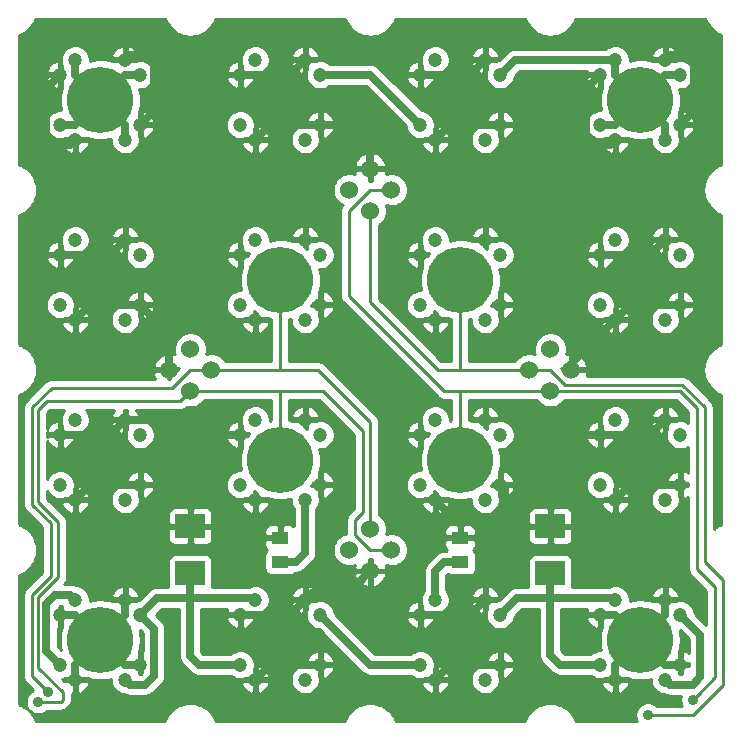
<source format=gbl>
G04 #@! TF.FileFunction,Copper,L2,Bot,Signal*
%FSLAX46Y46*%
G04 Gerber Fmt 4.6, Leading zero omitted, Abs format (unit mm)*
G04 Created by KiCad (PCBNEW 4.0.5-e0-6337~49~ubuntu16.04.1) date Mon Jan  2 17:40:18 2017*
%MOMM*%
%LPD*%
G01*
G04 APERTURE LIST*
%ADD10C,0.254000*%
%ADD11R,1.422400X1.066800*%
%ADD12C,5.600000*%
%ADD13R,2.500000X2.000000*%
%ADD14C,1.200000*%
%ADD15C,1.524000*%
%ADD16C,0.889000*%
%ADD17C,0.635000*%
%ADD18C,0.250000*%
G04 APERTURE END LIST*
D10*
D11*
X38100000Y16256000D03*
X38100000Y14224000D03*
X22860000Y16256000D03*
X22860000Y14224000D03*
D12*
X53340000Y7620000D03*
X53340000Y53340000D03*
X38100000Y22860000D03*
X22860000Y22860000D03*
X7620000Y53340000D03*
X7620000Y7620000D03*
X22860000Y38100000D03*
X38100000Y38100000D03*
D13*
X15240000Y13240000D03*
X15240000Y17240000D03*
X45720000Y13240000D03*
X45720000Y17240000D03*
D14*
X20747056Y49954264D03*
X19474264Y51227056D03*
X56725736Y35987056D03*
X55452944Y34714264D03*
X55452944Y41485736D03*
X56725736Y40212944D03*
X49954264Y40212944D03*
X51227056Y41485736D03*
X51227056Y34714264D03*
X49954264Y35987056D03*
X34714264Y40212944D03*
X35987056Y41485736D03*
X20747056Y19474264D03*
X19474264Y20747056D03*
X11005736Y35987056D03*
X9732944Y34714264D03*
X9732944Y41485736D03*
X11005736Y40212944D03*
X4234264Y40212944D03*
X5507056Y41485736D03*
X5507056Y34714264D03*
X4234264Y35987056D03*
X56725736Y20747056D03*
X55452944Y19474264D03*
X55452944Y26245736D03*
X56725736Y24972944D03*
X56725736Y51227056D03*
X55452944Y49954264D03*
X55452944Y56725736D03*
X56725736Y55452944D03*
X49954264Y55452944D03*
X51227056Y56725736D03*
X51227056Y49954264D03*
X49954264Y51227056D03*
X49954264Y24972944D03*
X51227056Y26245736D03*
X51227056Y19474264D03*
X49954264Y20747056D03*
X49954264Y9732944D03*
X51227056Y11005736D03*
X40212944Y11005736D03*
X41485736Y9732944D03*
X41485736Y20747056D03*
X40212944Y19474264D03*
X40212944Y26245736D03*
X41485736Y24972944D03*
X41485736Y35987056D03*
X40212944Y34714264D03*
X41485736Y51227056D03*
X40212944Y49954264D03*
X40212944Y56725736D03*
X41485736Y55452944D03*
X34714264Y55452944D03*
X35987056Y56725736D03*
X35987056Y49954264D03*
X34714264Y51227056D03*
X35987056Y34714264D03*
X34714264Y35987056D03*
X34714264Y24972944D03*
X35987056Y26245736D03*
X35987056Y19474264D03*
X34714264Y20747056D03*
X34714264Y9732944D03*
X35987056Y11005736D03*
X24972944Y11005736D03*
X26245736Y9732944D03*
X26245736Y20747056D03*
X24972944Y19474264D03*
X24972944Y26245736D03*
X26245736Y24972944D03*
X26245736Y35987056D03*
X24972944Y34714264D03*
X24972944Y41485736D03*
X26245736Y40212944D03*
X26245736Y51227056D03*
X24972944Y49954264D03*
X24972944Y56725736D03*
X26245736Y55452944D03*
X19474264Y55452944D03*
X20747056Y56725736D03*
X19474264Y40212944D03*
X20747056Y41485736D03*
X20747056Y34714264D03*
X19474264Y35987056D03*
X19474264Y24972944D03*
X20747056Y26245736D03*
X19474264Y9732944D03*
X20747056Y11005736D03*
X9732944Y11005736D03*
X11005736Y9732944D03*
X11005736Y20747056D03*
X9732944Y19474264D03*
X9732944Y26245736D03*
X11005736Y24972944D03*
X11005736Y51227056D03*
X9732944Y49954264D03*
X9732944Y56725736D03*
X11005736Y55452944D03*
X4234264Y55452944D03*
X5507056Y56725736D03*
X5507056Y49954264D03*
X4234264Y51227056D03*
X5507056Y19474264D03*
X4234264Y20747056D03*
X4234264Y9732944D03*
X5507056Y11005736D03*
X4234264Y24972944D03*
X5507056Y26245736D03*
X5507056Y4234264D03*
X4234264Y5507056D03*
X11005736Y5507056D03*
X9732944Y4234264D03*
X20747056Y4234264D03*
X19474264Y5507056D03*
X26245736Y5507056D03*
X24972944Y4234264D03*
X35987056Y4234264D03*
X34714264Y5507056D03*
X41485736Y5507056D03*
X40212944Y4234264D03*
X51227056Y4234264D03*
X49954264Y5507056D03*
X56725736Y5507056D03*
X55452944Y4234264D03*
X40212944Y41485736D03*
X41485736Y40212944D03*
X55452944Y11005736D03*
X56725736Y9732944D03*
D15*
X15240000Y28683949D03*
X13443949Y30480000D03*
X15240000Y32276051D03*
X17036051Y30480000D03*
X28683949Y45720000D03*
X30480000Y47516051D03*
X32276051Y45720000D03*
X30480000Y43923949D03*
X30480000Y17036051D03*
X32276051Y15240000D03*
X30480000Y13443949D03*
X28683949Y15240000D03*
X47516051Y30480000D03*
X45720000Y28683949D03*
X43923949Y30480000D03*
X45720000Y32276051D03*
D16*
X2366780Y2366757D03*
X3175008Y3192277D03*
X57785000Y2540000D03*
X53975000Y1270000D03*
D17*
X30480000Y47516051D02*
X30480000Y48895000D01*
X30480000Y48895000D02*
X28147944Y51227056D01*
X28147944Y51227056D02*
X26245736Y51227056D01*
X13443949Y30480000D02*
X13443949Y33548843D01*
X13443949Y33548843D02*
X11005736Y35987056D01*
X9732944Y26245736D02*
X14140264Y26245736D01*
X14140264Y26245736D02*
X15413056Y24972944D01*
X15413056Y24972944D02*
X19474264Y24972944D01*
X47516051Y30480000D02*
X47516051Y31003259D01*
X47516051Y31003259D02*
X51227056Y34714264D01*
X24972944Y11005736D02*
X25572943Y11605735D01*
X25572943Y11605735D02*
X28641786Y11605735D01*
X28641786Y11605735D02*
X30480000Y13443949D01*
X48052056Y24972944D02*
X49954264Y24972944D01*
X26245736Y5507056D02*
X22019848Y5507056D01*
X22019848Y5507056D02*
X20747056Y4234264D01*
X19474264Y9732944D02*
X23700152Y9732944D01*
X23700152Y9732944D02*
X24972944Y11005736D01*
X41485736Y5507056D02*
X37259848Y5507056D01*
X37259848Y5507056D02*
X35987056Y4234264D01*
X34714264Y9732944D02*
X38940152Y9732944D01*
X38940152Y9732944D02*
X40212944Y11005736D01*
X56725736Y20747056D02*
X52499848Y20747056D01*
X52499848Y20747056D02*
X51227056Y19474264D01*
X49954264Y24972944D02*
X54180152Y24972944D01*
X54180152Y24972944D02*
X55452944Y26245736D01*
X11005736Y20747056D02*
X6779848Y20747056D01*
X6779848Y20747056D02*
X5507056Y19474264D01*
X4234264Y24972944D02*
X8460152Y24972944D01*
X8460152Y24972944D02*
X9732944Y26245736D01*
X56725736Y35987056D02*
X52499848Y35987056D01*
X52499848Y35987056D02*
X51227056Y34714264D01*
X49954264Y40212944D02*
X54180152Y40212944D01*
X54180152Y40212944D02*
X55452944Y41485736D01*
X11005736Y35987056D02*
X6779848Y35987056D01*
X6779848Y35987056D02*
X5507056Y34714264D01*
X4234264Y40212944D02*
X8460152Y40212944D01*
X8460152Y40212944D02*
X9732944Y41485736D01*
X41485736Y51227056D02*
X37259848Y51227056D01*
X37259848Y51227056D02*
X35987056Y49954264D01*
X34714264Y55452944D02*
X38940152Y55452944D01*
X38940152Y55452944D02*
X40212944Y56725736D01*
X26245736Y51227056D02*
X22019848Y51227056D01*
X22019848Y51227056D02*
X20747056Y49954264D01*
X19474264Y55452944D02*
X23700152Y55452944D01*
X23700152Y55452944D02*
X24972944Y56725736D01*
X11005736Y51227056D02*
X12177237Y52398557D01*
X12177237Y52398557D02*
X12177237Y56402763D01*
X12177237Y56402763D02*
X11430000Y57150000D01*
X11430000Y57150000D02*
X10157208Y57150000D01*
X10157208Y57150000D02*
X9732944Y56725736D01*
X4234264Y55452944D02*
X3062763Y54281443D01*
X3062763Y54281443D02*
X3062763Y50277237D01*
X3062763Y50277237D02*
X3810000Y49530000D01*
X3810000Y49530000D02*
X5082792Y49530000D01*
X5082792Y49530000D02*
X5507056Y49954264D01*
X56725736Y51227056D02*
X57897237Y52398557D01*
X57897237Y52398557D02*
X57897237Y56402763D01*
X57897237Y56402763D02*
X57150000Y57150000D01*
X57150000Y57150000D02*
X55877208Y57150000D01*
X55877208Y57150000D02*
X55452944Y56725736D01*
X49954264Y55452944D02*
X48782763Y54281443D01*
X48782763Y54281443D02*
X48782763Y50277237D01*
X48782763Y50277237D02*
X49530000Y49530000D01*
X49530000Y49530000D02*
X50802792Y49530000D01*
X50802792Y49530000D02*
X51227056Y49954264D01*
X9732944Y11005736D02*
X9732944Y9732944D01*
X9732944Y9732944D02*
X7620000Y7620000D01*
X5507056Y4234264D02*
X5507056Y5507056D01*
X5507056Y5507056D02*
X7620000Y7620000D01*
X51227056Y4234264D02*
X51227056Y5507056D01*
X51227056Y5507056D02*
X53340000Y7620000D01*
X55452944Y11005736D02*
X55452944Y9732944D01*
X55452944Y9732944D02*
X53340000Y7620000D01*
X56725736Y5507056D02*
X55452944Y5507056D01*
X55452944Y5507056D02*
X53340000Y7620000D01*
X49954264Y9732944D02*
X51227056Y9732944D01*
X51227056Y9732944D02*
X53340000Y7620000D01*
X11005736Y5507056D02*
X9732944Y5507056D01*
X9732944Y5507056D02*
X7620000Y7620000D01*
X4234264Y9732944D02*
X5507056Y9732944D01*
X5507056Y9732944D02*
X7620000Y7620000D01*
X41275000Y17780000D02*
X37681320Y17780000D01*
X37681320Y17780000D02*
X35987056Y19474264D01*
X41910000Y20307236D02*
X41371185Y20846051D01*
X41910000Y18415000D02*
X41910000Y20307236D01*
X41275000Y17780000D02*
X41910000Y18415000D01*
X46990000Y26035000D02*
X48052056Y24972944D01*
X19474264Y5507056D02*
X15955944Y5507056D01*
X15955944Y5507056D02*
X15240000Y6223000D01*
X15240000Y6223000D02*
X15240000Y11176000D01*
X45720000Y13240000D02*
X45720000Y11176000D01*
X15240000Y13240000D02*
X15240000Y11176000D01*
X45720000Y11176000D02*
X51056792Y11176000D01*
X51056792Y11176000D02*
X51227056Y11005736D01*
X46562944Y5507056D02*
X45720000Y6350000D01*
X45720000Y6350000D02*
X45720000Y11176000D01*
X49954264Y5507056D02*
X46562944Y5507056D01*
X15240000Y11176000D02*
X12448792Y11176000D01*
X12448792Y11176000D02*
X11005736Y9732944D01*
X34714264Y5507056D02*
X30471624Y5507056D01*
X30471624Y5507056D02*
X26245736Y9732944D01*
X51227056Y56725736D02*
X42758528Y56725736D01*
X42758528Y56725736D02*
X41485736Y55452944D01*
X26245736Y55452944D02*
X30488376Y55452944D01*
X30488376Y55452944D02*
X34714264Y51227056D01*
X45720000Y11176000D02*
X42928792Y11176000D01*
X42928792Y11176000D02*
X41485736Y9732944D01*
X35987056Y11005736D02*
X35987056Y13457256D01*
X35987056Y13457256D02*
X36753800Y14224000D01*
X36753800Y14224000D02*
X38100000Y14224000D01*
X24972944Y19474264D02*
X24972944Y14990744D01*
X24972944Y14990744D02*
X24206200Y14224000D01*
X24206200Y14224000D02*
X22860000Y14224000D01*
X15240000Y11176000D02*
X20576792Y11176000D01*
X20576792Y11176000D02*
X20747056Y11005736D01*
X49954264Y51227056D02*
X51227056Y51227056D01*
X51227056Y51227056D02*
X53340000Y53340000D01*
X55452944Y49954264D02*
X55452944Y51227056D01*
X55452944Y51227056D02*
X53340000Y53340000D01*
X56725736Y55452944D02*
X55452944Y55452944D01*
X55452944Y55452944D02*
X53340000Y53340000D01*
X51227056Y56725736D02*
X51227056Y55452944D01*
X51227056Y55452944D02*
X53340000Y53340000D01*
X9732944Y49954264D02*
X9732944Y51227056D01*
X9732944Y51227056D02*
X7620000Y53340000D01*
X11005736Y55452944D02*
X9732944Y55452944D01*
X9732944Y55452944D02*
X7620000Y53340000D01*
X5507056Y56725736D02*
X5507056Y55452944D01*
X5507056Y55452944D02*
X7620000Y53340000D01*
X4234264Y51227056D02*
X5507056Y51227056D01*
X5507056Y51227056D02*
X7620000Y53340000D01*
X56725736Y9732944D02*
X58420000Y8038680D01*
X58420000Y8038680D02*
X58420000Y4445000D01*
X58420000Y4445000D02*
X57785000Y3810000D01*
X57785000Y3810000D02*
X55877208Y3810000D01*
X55877208Y3810000D02*
X55452944Y4234264D01*
X11005736Y9732944D02*
X12177237Y8561443D01*
X11430000Y3810000D02*
X10157208Y3810000D01*
X12177237Y4557237D02*
X11430000Y3810000D01*
X12177237Y8561443D02*
X12177237Y4557237D01*
X10157208Y3810000D02*
X9732944Y4234264D01*
X4234264Y5507056D02*
X3062763Y6678557D01*
X3062763Y6678557D02*
X3062763Y10682763D01*
X3062763Y10682763D02*
X3810000Y11430000D01*
X3810000Y11430000D02*
X5080000Y11430000D01*
X5080000Y11430000D02*
X5504264Y11005736D01*
X5504264Y11005736D02*
X5507056Y11005736D01*
D10*
X14369051Y27813000D02*
X3082677Y27813000D01*
X3082677Y27813000D02*
X2364252Y27094575D01*
X15240000Y28683949D02*
X14369051Y27813000D01*
X4445000Y2540000D02*
X4271757Y2366757D01*
X4445000Y3175000D02*
X4445000Y2540000D01*
X2364252Y11219575D02*
X2364252Y5255748D01*
X4064000Y12919323D02*
X2364252Y11219575D01*
X2364252Y5255748D02*
X4445000Y3175000D01*
X2995397Y2366757D02*
X2366780Y2366757D01*
X4064000Y17560677D02*
X4064000Y12919323D01*
X2364252Y27094575D02*
X2364252Y19260425D01*
X2364252Y19260425D02*
X4064000Y17560677D01*
X4271757Y2366757D02*
X2995397Y2366757D01*
X22860000Y28683949D02*
X26441513Y28683949D01*
X26441513Y28683949D02*
X29845000Y25280462D01*
X29845000Y25280462D02*
X29845000Y18415000D01*
X29845000Y18415000D02*
X29210000Y17780000D01*
X29210000Y17780000D02*
X29210000Y16510000D01*
X29210000Y16510000D02*
X30480000Y15240000D01*
X30480000Y15240000D02*
X32276051Y15240000D01*
X15240000Y28683949D02*
X22860000Y28683949D01*
X22860000Y22860000D02*
X22860000Y28683949D01*
X13716000Y28956000D02*
X3507241Y28956000D01*
X3507241Y28956000D02*
X1856241Y27305000D01*
X15240000Y30480000D02*
X13716000Y28956000D01*
X17036051Y30480000D02*
X15240000Y30480000D01*
X1856241Y11430000D02*
X1856241Y4511044D01*
X1856241Y27305000D02*
X1856241Y19050000D01*
X3429000Y13002759D02*
X1856241Y11430000D01*
X1856241Y19050000D02*
X3429000Y17477241D01*
X3429000Y17477241D02*
X3429000Y13002759D01*
X1856241Y4511044D02*
X3175008Y3192277D01*
X22860000Y32639000D02*
X22860000Y32276051D01*
X22860000Y38100000D02*
X22860000Y32639000D01*
X17036051Y30480000D02*
X22860000Y30480000D01*
X22860000Y30480000D02*
X26035000Y30480000D01*
X22860000Y32639000D02*
X22860000Y30480000D01*
X26035000Y30480000D02*
X30480000Y26035000D01*
X30480000Y17036051D02*
X30480000Y26035000D01*
X58166000Y13589000D02*
X59690000Y12065000D01*
X59690000Y4445000D02*
X58229499Y2984499D01*
X58166000Y27221564D02*
X58166000Y13589000D01*
X56703615Y28683949D02*
X58166000Y27221564D01*
X58229499Y2984499D02*
X57785000Y2540000D01*
X45720000Y28683949D02*
X56703615Y28683949D01*
X59690000Y12065000D02*
X59690000Y4445000D01*
X28683949Y43923949D02*
X30480000Y45720000D01*
X30480000Y45720000D02*
X32276051Y45720000D01*
X28683949Y36721051D02*
X28683949Y43923949D01*
X28683949Y36721051D02*
X36721051Y28683949D01*
X36721051Y28683949D02*
X38100000Y28683949D01*
X45720000Y28683949D02*
X38100000Y28683949D01*
X38100000Y22860000D02*
X38100000Y26819797D01*
X38100000Y26819797D02*
X38100000Y28683949D01*
X45720000Y30480000D02*
X46990000Y29210000D01*
X58801000Y27305000D02*
X58801000Y14224000D01*
X46990000Y29210000D02*
X56896000Y29210000D01*
X58801000Y14224000D02*
X60325000Y12700000D01*
X43923949Y30480000D02*
X45720000Y30480000D01*
X56896000Y29210000D02*
X58801000Y27305000D01*
X60325000Y12700000D02*
X60325000Y3810000D01*
X60325000Y3810000D02*
X57785000Y1270000D01*
X57785000Y1270000D02*
X53975000Y1270000D01*
X30480000Y43923949D02*
X30480000Y36195000D01*
X30480000Y36195000D02*
X36195000Y30480000D01*
X36195000Y30480000D02*
X38100000Y30480000D01*
X43923949Y30480000D02*
X38100000Y30480000D01*
X38100000Y31750000D02*
X38100000Y30480000D01*
X38100000Y38100000D02*
X38100000Y31750000D01*
D18*
G36*
X13116712Y60147052D02*
X13143123Y60084222D01*
X13168655Y60021028D01*
X13173585Y60011757D01*
X13315051Y59750121D01*
X13353138Y59693655D01*
X13390483Y59636585D01*
X13397120Y59628448D01*
X13586710Y59399273D01*
X13635068Y59351251D01*
X13682761Y59302548D01*
X13690851Y59295855D01*
X13921346Y59107869D01*
X13978111Y59070154D01*
X14034353Y59031645D01*
X14043589Y59026651D01*
X14306207Y58887015D01*
X14369197Y58861053D01*
X14431865Y58834193D01*
X14441896Y58831088D01*
X14726634Y58745120D01*
X14793464Y58731887D01*
X14860163Y58717710D01*
X14870603Y58716613D01*
X14870605Y58716613D01*
X15166618Y58687589D01*
X15199460Y58687589D01*
X15232115Y58684041D01*
X15242615Y58684005D01*
X15253254Y58684042D01*
X15285939Y58687361D01*
X15318794Y58687132D01*
X15329244Y58688156D01*
X15625047Y58719246D01*
X15691792Y58732947D01*
X15758765Y58745723D01*
X15768817Y58748758D01*
X16052948Y58836712D01*
X16115778Y58863123D01*
X16178972Y58888655D01*
X16188243Y58893585D01*
X16449879Y59035051D01*
X16506345Y59073138D01*
X16563415Y59110483D01*
X16571552Y59117120D01*
X16800727Y59306710D01*
X16848749Y59355068D01*
X16897452Y59402761D01*
X16904145Y59410851D01*
X17092131Y59641346D01*
X17129863Y59698137D01*
X17168355Y59754353D01*
X17173349Y59763589D01*
X17312985Y60026207D01*
X17338947Y60089197D01*
X17365807Y60151865D01*
X17368912Y60161896D01*
X17382832Y60208000D01*
X28338410Y60208000D01*
X28362439Y60132250D01*
X28389273Y60069643D01*
X28415260Y60006592D01*
X28420255Y59997356D01*
X28563544Y59736713D01*
X28602030Y59680505D01*
X28639769Y59623703D01*
X28646462Y59615613D01*
X28837648Y59387767D01*
X28886312Y59340113D01*
X28934369Y59291718D01*
X28942507Y59285082D01*
X29174307Y59098709D01*
X29231345Y59061385D01*
X29287845Y59023275D01*
X29297116Y59018345D01*
X29560703Y58880546D01*
X29623883Y58855020D01*
X29686726Y58828603D01*
X29696778Y58825568D01*
X29982109Y58741590D01*
X30049027Y58728825D01*
X30115825Y58715113D01*
X30126275Y58714089D01*
X30422483Y58687132D01*
X30490639Y58687608D01*
X30558794Y58687132D01*
X30569244Y58688156D01*
X30865047Y58719246D01*
X30931792Y58732947D01*
X30998765Y58745723D01*
X31008817Y58748758D01*
X31292948Y58836712D01*
X31355778Y58863123D01*
X31418972Y58888655D01*
X31428243Y58893585D01*
X31689879Y59035051D01*
X31746345Y59073138D01*
X31803415Y59110483D01*
X31811552Y59117120D01*
X32040727Y59306710D01*
X32088749Y59355068D01*
X32137452Y59402761D01*
X32144145Y59410851D01*
X32332131Y59641346D01*
X32369863Y59698137D01*
X32408355Y59754353D01*
X32413349Y59763589D01*
X32552985Y60026207D01*
X32578947Y60089197D01*
X32605807Y60151865D01*
X32608912Y60161896D01*
X32622832Y60208000D01*
X43577845Y60208000D01*
X43596712Y60147052D01*
X43623123Y60084222D01*
X43648655Y60021028D01*
X43653585Y60011757D01*
X43795051Y59750121D01*
X43833138Y59693655D01*
X43870483Y59636585D01*
X43877120Y59628448D01*
X44066710Y59399273D01*
X44115068Y59351251D01*
X44162761Y59302548D01*
X44170851Y59295855D01*
X44401346Y59107869D01*
X44458111Y59070154D01*
X44514353Y59031645D01*
X44523589Y59026651D01*
X44786207Y58887015D01*
X44849197Y58861053D01*
X44911865Y58834193D01*
X44921896Y58831088D01*
X45206634Y58745120D01*
X45273464Y58731887D01*
X45340163Y58717710D01*
X45350603Y58716613D01*
X45350605Y58716613D01*
X45646618Y58687589D01*
X45679460Y58687589D01*
X45712115Y58684041D01*
X45722615Y58684005D01*
X45733254Y58684042D01*
X45765939Y58687361D01*
X45798794Y58687132D01*
X45809244Y58688156D01*
X46105047Y58719246D01*
X46171792Y58732947D01*
X46238765Y58745723D01*
X46248817Y58748758D01*
X46532948Y58836712D01*
X46595778Y58863123D01*
X46658972Y58888655D01*
X46668243Y58893585D01*
X46929879Y59035051D01*
X46986345Y59073138D01*
X47043415Y59110483D01*
X47051552Y59117120D01*
X47280727Y59306710D01*
X47328749Y59355068D01*
X47377452Y59402761D01*
X47384145Y59410851D01*
X47572131Y59641346D01*
X47609863Y59698137D01*
X47648355Y59754353D01*
X47653349Y59763589D01*
X47792985Y60026207D01*
X47818947Y60089197D01*
X47845807Y60151865D01*
X47848912Y60161896D01*
X47862832Y60208000D01*
X58817845Y60208000D01*
X58836712Y60147052D01*
X58863123Y60084222D01*
X58888655Y60021028D01*
X58893585Y60011757D01*
X59035051Y59750121D01*
X59073138Y59693655D01*
X59110483Y59636585D01*
X59117120Y59628448D01*
X59306710Y59399273D01*
X59355068Y59351251D01*
X59402761Y59302548D01*
X59410851Y59295855D01*
X59641346Y59107869D01*
X59698111Y59070154D01*
X59754353Y59031645D01*
X59763589Y59026651D01*
X60026207Y58887015D01*
X60089197Y58861053D01*
X60151865Y58834193D01*
X60161896Y58831088D01*
X60208000Y58817168D01*
X60208000Y47862155D01*
X60147052Y47843288D01*
X60084214Y47816873D01*
X60021027Y47791344D01*
X60011756Y47786415D01*
X59750121Y47644949D01*
X59693655Y47606862D01*
X59636585Y47569517D01*
X59628448Y47562880D01*
X59399272Y47373290D01*
X59351268Y47324949D01*
X59302548Y47277240D01*
X59295856Y47269149D01*
X59107869Y47038655D01*
X59070142Y46981871D01*
X59031645Y46925647D01*
X59026651Y46916411D01*
X58887015Y46653793D01*
X58861058Y46590815D01*
X58834193Y46528135D01*
X58831088Y46518104D01*
X58745120Y46233366D01*
X58731885Y46166523D01*
X58717710Y46099837D01*
X58716613Y46089394D01*
X58687589Y45793382D01*
X58687589Y45760540D01*
X58684041Y45727885D01*
X58684005Y45717385D01*
X58684042Y45706746D01*
X58687361Y45674061D01*
X58687132Y45641206D01*
X58688156Y45630756D01*
X58719246Y45334953D01*
X58732947Y45268208D01*
X58745723Y45201235D01*
X58748758Y45191183D01*
X58836712Y44907052D01*
X58863123Y44844222D01*
X58888655Y44781028D01*
X58893585Y44771757D01*
X59035051Y44510121D01*
X59073138Y44453655D01*
X59110483Y44396585D01*
X59117120Y44388448D01*
X59306710Y44159273D01*
X59355068Y44111251D01*
X59402761Y44062548D01*
X59410851Y44055855D01*
X59641346Y43867869D01*
X59698111Y43830154D01*
X59754353Y43791645D01*
X59763589Y43786651D01*
X60026207Y43647015D01*
X60089197Y43621053D01*
X60151865Y43594193D01*
X60161896Y43591088D01*
X60208000Y43577168D01*
X60208000Y32621590D01*
X60132250Y32597561D01*
X60069643Y32570727D01*
X60006592Y32544740D01*
X59997355Y32539745D01*
X59736713Y32396456D01*
X59680505Y32357970D01*
X59623703Y32320231D01*
X59615613Y32313538D01*
X59387767Y32122352D01*
X59340110Y32073686D01*
X59291718Y32025630D01*
X59285082Y32017493D01*
X59098709Y31785692D01*
X59061392Y31728665D01*
X59023275Y31672155D01*
X59018349Y31662889D01*
X59018346Y31662885D01*
X59018346Y31662884D01*
X58880546Y31399298D01*
X58855009Y31336092D01*
X58828603Y31273274D01*
X58825568Y31263222D01*
X58741590Y30977891D01*
X58728820Y30910947D01*
X58715113Y30844175D01*
X58714089Y30833724D01*
X58687132Y30537517D01*
X58687608Y30469362D01*
X58687132Y30401206D01*
X58688156Y30390756D01*
X58719246Y30094953D01*
X58732947Y30028208D01*
X58745723Y29961235D01*
X58748758Y29951183D01*
X58836712Y29667052D01*
X58863123Y29604222D01*
X58888655Y29541028D01*
X58893585Y29531757D01*
X59035051Y29270121D01*
X59073138Y29213655D01*
X59110483Y29156585D01*
X59117120Y29148448D01*
X59306710Y28919273D01*
X59355068Y28871251D01*
X59402761Y28822548D01*
X59410851Y28815855D01*
X59641346Y28627869D01*
X59698111Y28590154D01*
X59754353Y28551645D01*
X59763589Y28546651D01*
X60026207Y28407015D01*
X60089197Y28381053D01*
X60151865Y28354193D01*
X60161896Y28351088D01*
X60208000Y28337168D01*
X60208000Y17382155D01*
X60147052Y17363288D01*
X60084214Y17336873D01*
X60021027Y17311344D01*
X60011756Y17306415D01*
X59750121Y17164949D01*
X59693655Y17126862D01*
X59636585Y17089517D01*
X59628448Y17082880D01*
X59553000Y17020464D01*
X59553000Y27305000D01*
X59546222Y27374126D01*
X59540167Y27443331D01*
X59539064Y27447128D01*
X59538678Y27451064D01*
X59518591Y27517595D01*
X59499221Y27584269D01*
X59497403Y27587777D01*
X59496259Y27591565D01*
X59463646Y27652901D01*
X59431681Y27714568D01*
X59429213Y27717660D01*
X59427357Y27721150D01*
X59383469Y27774962D01*
X59340117Y27829268D01*
X59334691Y27834770D01*
X59334597Y27834885D01*
X59334490Y27834973D01*
X59332744Y27836744D01*
X57427744Y29741744D01*
X57374078Y29785826D01*
X57320855Y29830485D01*
X57317389Y29832390D01*
X57314334Y29834900D01*
X57253125Y29867720D01*
X57192244Y29901190D01*
X57188474Y29902386D01*
X57184990Y29904254D01*
X57118566Y29924562D01*
X57052350Y29945567D01*
X57048421Y29946008D01*
X57044639Y29947164D01*
X56975561Y29954180D01*
X56906500Y29961927D01*
X56898765Y29961981D01*
X56898625Y29961995D01*
X56898494Y29961983D01*
X56896000Y29962000D01*
X48805233Y29962000D01*
X48828971Y30012379D01*
X48867501Y30139393D01*
X48747182Y30355000D01*
X47817830Y30355000D01*
X47706971Y30465859D01*
X47530192Y30289080D01*
X47641051Y30178221D01*
X47641051Y29962000D01*
X47391051Y29962000D01*
X47391051Y30178221D01*
X47501910Y30289080D01*
X47325131Y30465859D01*
X47214272Y30355000D01*
X46908488Y30355000D01*
X46658488Y30605000D01*
X47214272Y30605000D01*
X47325131Y30494141D01*
X47501910Y30670920D01*
X47391051Y30781779D01*
X47391051Y31711131D01*
X47641051Y31711131D01*
X47641051Y30605000D01*
X48747182Y30605000D01*
X48867501Y30820607D01*
X48775084Y31077717D01*
X48634283Y31311857D01*
X48450509Y31514029D01*
X48230825Y31676464D01*
X47983672Y31792920D01*
X47856658Y31831450D01*
X47641051Y31711131D01*
X47391051Y31711131D01*
X47175444Y31831450D01*
X47014643Y31773651D01*
X47042459Y31836127D01*
X47102721Y32101373D01*
X47107059Y32412053D01*
X47054227Y32678878D01*
X46950574Y32930359D01*
X46800049Y33156917D01*
X46608385Y33349924D01*
X46382883Y33502027D01*
X46132132Y33607433D01*
X45865682Y33662127D01*
X45593684Y33664026D01*
X45326498Y33613057D01*
X45074299Y33511163D01*
X44846695Y33362223D01*
X44652355Y33171911D01*
X44498682Y32947476D01*
X44391528Y32697467D01*
X44334975Y32431406D01*
X44331177Y32159428D01*
X44380279Y31891892D01*
X44427345Y31773018D01*
X44336081Y31811382D01*
X44069631Y31866076D01*
X43797633Y31867975D01*
X43530447Y31817006D01*
X43278248Y31715112D01*
X43050644Y31566172D01*
X42856304Y31375860D01*
X42757802Y31232000D01*
X38852000Y31232000D01*
X38852000Y34754613D01*
X38988672Y34778712D01*
X38986334Y34611263D01*
X39029701Y34374975D01*
X39118137Y34151610D01*
X39248275Y33949676D01*
X39415156Y33776866D01*
X39612424Y33639761D01*
X39832567Y33543583D01*
X40067197Y33491996D01*
X40307380Y33486965D01*
X40543965Y33528681D01*
X40767941Y33615556D01*
X40970778Y33744280D01*
X41144750Y33909951D01*
X41283229Y34106258D01*
X41380941Y34325723D01*
X41397643Y34399239D01*
X50037123Y34399239D01*
X50121446Y34173148D01*
X50248256Y33967852D01*
X50412681Y33791240D01*
X50608402Y33650099D01*
X50827898Y33549853D01*
X50912031Y33524331D01*
X51102056Y33646881D01*
X51102056Y34589264D01*
X51352056Y34589264D01*
X51352056Y33646881D01*
X51542081Y33524331D01*
X51768172Y33608654D01*
X51973468Y33735464D01*
X52150080Y33899889D01*
X52291221Y34095610D01*
X52391467Y34315106D01*
X52416989Y34399239D01*
X52294439Y34589264D01*
X51352056Y34589264D01*
X51102056Y34589264D01*
X50159673Y34589264D01*
X50037123Y34399239D01*
X41397643Y34399239D01*
X41434165Y34559988D01*
X41434880Y34611263D01*
X54226334Y34611263D01*
X54269701Y34374975D01*
X54358137Y34151610D01*
X54488275Y33949676D01*
X54655156Y33776866D01*
X54852424Y33639761D01*
X55072567Y33543583D01*
X55307197Y33491996D01*
X55547380Y33486965D01*
X55783965Y33528681D01*
X56007941Y33615556D01*
X56210778Y33744280D01*
X56384750Y33909951D01*
X56523229Y34106258D01*
X56620941Y34325723D01*
X56674165Y34559988D01*
X56677996Y34834381D01*
X56631334Y35070041D01*
X56600736Y35144278D01*
X56600736Y35685277D01*
X56711595Y35796136D01*
X56645675Y35862056D01*
X56850736Y35862056D01*
X56850736Y34919673D01*
X57040761Y34797123D01*
X57266852Y34881446D01*
X57472148Y35008256D01*
X57648760Y35172681D01*
X57789901Y35368402D01*
X57890147Y35587898D01*
X57915669Y35672031D01*
X57793119Y35862056D01*
X56850736Y35862056D01*
X56645675Y35862056D01*
X56534816Y35972915D01*
X56423957Y35862056D01*
X55883753Y35862056D01*
X55816939Y35890142D01*
X55581611Y35938448D01*
X55341382Y35940125D01*
X55105402Y35895109D01*
X54882660Y35805116D01*
X54681640Y35673572D01*
X54509999Y35505489D01*
X54374274Y35307268D01*
X54279636Y35086459D01*
X54229688Y34851474D01*
X54226334Y34611263D01*
X41434880Y34611263D01*
X41437996Y34834381D01*
X41391334Y35070041D01*
X41360736Y35144278D01*
X41360736Y35685277D01*
X41471595Y35796136D01*
X41405675Y35862056D01*
X41610736Y35862056D01*
X41610736Y34919673D01*
X41800761Y34797123D01*
X42026852Y34881446D01*
X42232148Y35008256D01*
X42408760Y35172681D01*
X42549901Y35368402D01*
X42650147Y35587898D01*
X42675669Y35672031D01*
X42553119Y35862056D01*
X41610736Y35862056D01*
X41405675Y35862056D01*
X41383676Y35884055D01*
X48727654Y35884055D01*
X48771021Y35647767D01*
X48859457Y35424402D01*
X48989595Y35222468D01*
X49156476Y35049658D01*
X49353744Y34912553D01*
X49573887Y34816375D01*
X49808517Y34764788D01*
X50048700Y34759757D01*
X50285285Y34801473D01*
X50382716Y34839264D01*
X50925277Y34839264D01*
X51036136Y34728405D01*
X51212915Y34905184D01*
X51102056Y35016043D01*
X51102056Y35553134D01*
X51122261Y35598515D01*
X51163867Y35781647D01*
X51352056Y35781647D01*
X51352056Y34839264D01*
X52294439Y34839264D01*
X52416989Y35029289D01*
X52332666Y35255380D01*
X52205856Y35460676D01*
X52041431Y35637288D01*
X51845710Y35778429D01*
X51626214Y35878675D01*
X51542081Y35904197D01*
X51352056Y35781647D01*
X51163867Y35781647D01*
X51175485Y35832780D01*
X51179316Y36107173D01*
X51140724Y36302081D01*
X55535803Y36302081D01*
X55658353Y36112056D01*
X56600736Y36112056D01*
X56600736Y37054439D01*
X56850736Y37054439D01*
X56850736Y36112056D01*
X57793119Y36112056D01*
X57915669Y36302081D01*
X57831346Y36528172D01*
X57704536Y36733468D01*
X57540111Y36910080D01*
X57344390Y37051221D01*
X57124894Y37151467D01*
X57040761Y37176989D01*
X56850736Y37054439D01*
X56600736Y37054439D01*
X56410711Y37176989D01*
X56184620Y37092666D01*
X55979324Y36965856D01*
X55802712Y36801431D01*
X55661571Y36605710D01*
X55561325Y36386214D01*
X55535803Y36302081D01*
X51140724Y36302081D01*
X51132654Y36342833D01*
X51041108Y36564941D01*
X50908164Y36765038D01*
X50738886Y36935502D01*
X50539723Y37069839D01*
X50318259Y37162934D01*
X50082931Y37211240D01*
X49842702Y37212917D01*
X49606722Y37167901D01*
X49383980Y37077908D01*
X49182960Y36946364D01*
X49011319Y36778281D01*
X48875594Y36580060D01*
X48780956Y36359251D01*
X48731008Y36124266D01*
X48727654Y35884055D01*
X41383676Y35884055D01*
X41294816Y35972915D01*
X41183957Y35862056D01*
X40712907Y35862056D01*
X40889262Y36112056D01*
X41183957Y36112056D01*
X41294816Y36001197D01*
X41471595Y36177976D01*
X41360736Y36288835D01*
X41360736Y37002690D01*
X41365625Y37013671D01*
X41374887Y37054439D01*
X41610736Y37054439D01*
X41610736Y36112056D01*
X42553119Y36112056D01*
X42675669Y36302081D01*
X42591346Y36528172D01*
X42464536Y36733468D01*
X42300111Y36910080D01*
X42104390Y37051221D01*
X41884894Y37151467D01*
X41800761Y37176989D01*
X41610736Y37054439D01*
X41374887Y37054439D01*
X41514434Y37668657D01*
X41525147Y38435839D01*
X41415600Y38989092D01*
X41580172Y38985645D01*
X41816757Y39027361D01*
X42040733Y39114236D01*
X42243570Y39242960D01*
X42417542Y39408631D01*
X42556021Y39604938D01*
X42653733Y39824403D01*
X42670435Y39897919D01*
X48764331Y39897919D01*
X48848654Y39671828D01*
X48975464Y39466532D01*
X49139889Y39289920D01*
X49335610Y39148779D01*
X49555106Y39048533D01*
X49639239Y39023011D01*
X49829264Y39145561D01*
X49829264Y40087944D01*
X50079264Y40087944D01*
X50079264Y39145561D01*
X50269289Y39023011D01*
X50495380Y39107334D01*
X50700676Y39234144D01*
X50877288Y39398569D01*
X51018429Y39594290D01*
X51118675Y39813786D01*
X51144197Y39897919D01*
X51021647Y40087944D01*
X50079264Y40087944D01*
X49829264Y40087944D01*
X48886881Y40087944D01*
X48764331Y39897919D01*
X42670435Y39897919D01*
X42706957Y40058668D01*
X42710788Y40333061D01*
X42672196Y40527969D01*
X48764331Y40527969D01*
X48886881Y40337944D01*
X49829264Y40337944D01*
X49829264Y40403864D01*
X49968405Y40403864D01*
X50145184Y40227085D01*
X50256043Y40337944D01*
X50794288Y40337944D01*
X50846679Y40315055D01*
X51081309Y40263468D01*
X51321492Y40258437D01*
X51558077Y40300153D01*
X51782053Y40387028D01*
X51984890Y40515752D01*
X52158862Y40681423D01*
X52297341Y40877730D01*
X52395053Y41097195D01*
X52411755Y41170711D01*
X54263011Y41170711D01*
X54347334Y40944620D01*
X54474144Y40739324D01*
X54638569Y40562712D01*
X54834290Y40421571D01*
X55053786Y40321325D01*
X55137919Y40295803D01*
X55327944Y40418353D01*
X55327944Y41294816D01*
X55467085Y41294816D01*
X55577944Y41183957D01*
X55577944Y40644673D01*
X55552428Y40585139D01*
X55502480Y40350154D01*
X55499126Y40109943D01*
X55542493Y39873655D01*
X55630929Y39650290D01*
X55761067Y39448356D01*
X55927948Y39275546D01*
X56125216Y39138441D01*
X56345359Y39042263D01*
X56579989Y38990676D01*
X56820172Y38985645D01*
X57056757Y39027361D01*
X57280733Y39114236D01*
X57483570Y39242960D01*
X57657542Y39408631D01*
X57796021Y39604938D01*
X57893733Y39824403D01*
X57946957Y40058668D01*
X57950788Y40333061D01*
X57904126Y40568721D01*
X57812580Y40790829D01*
X57679636Y40990926D01*
X57510358Y41161390D01*
X57311195Y41295727D01*
X57089731Y41388822D01*
X56854403Y41437128D01*
X56614174Y41438805D01*
X56378194Y41393789D01*
X56296384Y41360736D01*
X55754723Y41360736D01*
X55643864Y41471595D01*
X55467085Y41294816D01*
X55327944Y41294816D01*
X55327944Y41360736D01*
X54385561Y41360736D01*
X54263011Y41170711D01*
X52411755Y41170711D01*
X52448277Y41331460D01*
X52452108Y41605853D01*
X52413516Y41800761D01*
X54263011Y41800761D01*
X54385561Y41610736D01*
X55327944Y41610736D01*
X55327944Y42553119D01*
X55577944Y42553119D01*
X55577944Y41610736D01*
X56520327Y41610736D01*
X56642877Y41800761D01*
X56558554Y42026852D01*
X56431744Y42232148D01*
X56267319Y42408760D01*
X56071598Y42549901D01*
X55852102Y42650147D01*
X55767969Y42675669D01*
X55577944Y42553119D01*
X55327944Y42553119D01*
X55137919Y42675669D01*
X54911828Y42591346D01*
X54706532Y42464536D01*
X54529920Y42300111D01*
X54388779Y42104390D01*
X54288533Y41884894D01*
X54263011Y41800761D01*
X52413516Y41800761D01*
X52405446Y41841513D01*
X52313900Y42063621D01*
X52180956Y42263718D01*
X52011678Y42434182D01*
X51812515Y42568519D01*
X51591051Y42661614D01*
X51355723Y42709920D01*
X51115494Y42711597D01*
X50879514Y42666581D01*
X50656772Y42576588D01*
X50455752Y42445044D01*
X50284111Y42276961D01*
X50148386Y42078740D01*
X50053748Y41857931D01*
X50003800Y41622946D01*
X50000446Y41382735D01*
X50043813Y41146447D01*
X50079264Y41056908D01*
X50079264Y40514723D01*
X49968405Y40403864D01*
X49829264Y40403864D01*
X49829264Y41280327D01*
X49639239Y41402877D01*
X49413148Y41318554D01*
X49207852Y41191744D01*
X49031240Y41027319D01*
X48890099Y40831598D01*
X48789853Y40612102D01*
X48764331Y40527969D01*
X42672196Y40527969D01*
X42664126Y40568721D01*
X42572580Y40790829D01*
X42439636Y40990926D01*
X42270358Y41161390D01*
X42071195Y41295727D01*
X41849731Y41388822D01*
X41614403Y41437128D01*
X41374174Y41438805D01*
X41138194Y41393789D01*
X41056384Y41360736D01*
X40514723Y41360736D01*
X40403864Y41471595D01*
X40227085Y41294816D01*
X40337944Y41183957D01*
X40337944Y40707264D01*
X40293741Y40751777D01*
X40087944Y40890589D01*
X40087944Y41183957D01*
X40198803Y41294816D01*
X40022024Y41471595D01*
X39911165Y41360736D01*
X39181748Y41360736D01*
X39117701Y41387659D01*
X38459742Y41522719D01*
X37788081Y41527408D01*
X37209472Y41417032D01*
X37212108Y41605853D01*
X37173516Y41800761D01*
X39023011Y41800761D01*
X39145561Y41610736D01*
X40087944Y41610736D01*
X40087944Y42553119D01*
X40337944Y42553119D01*
X40337944Y41610736D01*
X41280327Y41610736D01*
X41402877Y41800761D01*
X41318554Y42026852D01*
X41191744Y42232148D01*
X41027319Y42408760D01*
X40831598Y42549901D01*
X40612102Y42650147D01*
X40527969Y42675669D01*
X40337944Y42553119D01*
X40087944Y42553119D01*
X39897919Y42675669D01*
X39671828Y42591346D01*
X39466532Y42464536D01*
X39289920Y42300111D01*
X39148779Y42104390D01*
X39048533Y41884894D01*
X39023011Y41800761D01*
X37173516Y41800761D01*
X37165446Y41841513D01*
X37073900Y42063621D01*
X36940956Y42263718D01*
X36771678Y42434182D01*
X36572515Y42568519D01*
X36351051Y42661614D01*
X36115723Y42709920D01*
X35875494Y42711597D01*
X35639514Y42666581D01*
X35416772Y42576588D01*
X35215752Y42445044D01*
X35044111Y42276961D01*
X34908386Y42078740D01*
X34813748Y41857931D01*
X34763800Y41622946D01*
X34760446Y41382735D01*
X34803813Y41146447D01*
X34839264Y41056908D01*
X34839264Y40514723D01*
X34728405Y40403864D01*
X34905184Y40227085D01*
X35016043Y40337944D01*
X35489892Y40337944D01*
X35463603Y40312200D01*
X35310052Y40087944D01*
X35016043Y40087944D01*
X34905184Y40198803D01*
X34728405Y40022024D01*
X34839264Y39911165D01*
X34839264Y39186680D01*
X34819526Y39140628D01*
X34679876Y38483628D01*
X34670498Y37812017D01*
X34780682Y37211675D01*
X34602702Y37212917D01*
X34366722Y37167901D01*
X34143980Y37077908D01*
X33942960Y36946364D01*
X33771319Y36778281D01*
X33635594Y36580060D01*
X33540956Y36359251D01*
X33491008Y36124266D01*
X33487654Y35884055D01*
X33531021Y35647767D01*
X33619457Y35424402D01*
X33749595Y35222468D01*
X33916476Y35049658D01*
X34113744Y34912553D01*
X34333887Y34816375D01*
X34568517Y34764788D01*
X34808700Y34759757D01*
X35045285Y34801473D01*
X35142716Y34839264D01*
X35685277Y34839264D01*
X35796136Y34728405D01*
X35972915Y34905184D01*
X35862056Y35016043D01*
X35862056Y35486767D01*
X35869449Y35479111D01*
X36112056Y35310495D01*
X36112056Y35016043D01*
X36001197Y34905184D01*
X36177976Y34728405D01*
X36288835Y34839264D01*
X37008130Y34839264D01*
X37036496Y34826871D01*
X37348000Y34758382D01*
X37348000Y31232000D01*
X36506489Y31232000D01*
X33339250Y34399239D01*
X34797123Y34399239D01*
X34881446Y34173148D01*
X35008256Y33967852D01*
X35172681Y33791240D01*
X35368402Y33650099D01*
X35587898Y33549853D01*
X35672031Y33524331D01*
X35862056Y33646881D01*
X35862056Y34589264D01*
X36112056Y34589264D01*
X36112056Y33646881D01*
X36302081Y33524331D01*
X36528172Y33608654D01*
X36733468Y33735464D01*
X36910080Y33899889D01*
X37051221Y34095610D01*
X37151467Y34315106D01*
X37176989Y34399239D01*
X37054439Y34589264D01*
X36112056Y34589264D01*
X35862056Y34589264D01*
X34919673Y34589264D01*
X34797123Y34399239D01*
X33339250Y34399239D01*
X31232000Y36506488D01*
X31232000Y39897919D01*
X33524331Y39897919D01*
X33608654Y39671828D01*
X33735464Y39466532D01*
X33899889Y39289920D01*
X34095610Y39148779D01*
X34315106Y39048533D01*
X34399239Y39023011D01*
X34589264Y39145561D01*
X34589264Y40087944D01*
X33646881Y40087944D01*
X33524331Y39897919D01*
X31232000Y39897919D01*
X31232000Y40527969D01*
X33524331Y40527969D01*
X33646881Y40337944D01*
X34589264Y40337944D01*
X34589264Y41280327D01*
X34399239Y41402877D01*
X34173148Y41318554D01*
X33967852Y41191744D01*
X33791240Y41027319D01*
X33650099Y40831598D01*
X33549853Y40612102D01*
X33524331Y40527969D01*
X31232000Y40527969D01*
X31232000Y42758386D01*
X31338054Y42825690D01*
X31535032Y43013270D01*
X31691825Y43235537D01*
X31802459Y43484025D01*
X31862721Y43749271D01*
X31867059Y44059951D01*
X31814227Y44326776D01*
X31773342Y44425971D01*
X31845371Y44394502D01*
X32111030Y44336093D01*
X32382975Y44330397D01*
X32650848Y44377630D01*
X32904444Y44475993D01*
X33134105Y44621741D01*
X33331083Y44809321D01*
X33487876Y45031588D01*
X33598510Y45280076D01*
X33658772Y45545322D01*
X33663110Y45856002D01*
X33610278Y46122827D01*
X33506625Y46374308D01*
X33356100Y46600866D01*
X33164436Y46793873D01*
X32938934Y46945976D01*
X32688183Y47051382D01*
X32421733Y47106076D01*
X32149735Y47107975D01*
X31882549Y47057006D01*
X31776836Y47014296D01*
X31792920Y47048430D01*
X31831450Y47175444D01*
X31711131Y47391051D01*
X30781779Y47391051D01*
X30670920Y47501910D01*
X30494141Y47325131D01*
X30605000Y47214272D01*
X30605000Y46472000D01*
X30480000Y46472000D01*
X30410870Y46465222D01*
X30355000Y46460333D01*
X30355000Y47214272D01*
X30465859Y47325131D01*
X30289080Y47501910D01*
X30178221Y47391051D01*
X29248869Y47391051D01*
X29128550Y47175444D01*
X29186860Y47013222D01*
X29096081Y47051382D01*
X28829631Y47106076D01*
X28557633Y47107975D01*
X28290447Y47057006D01*
X28038248Y46955112D01*
X27810644Y46806172D01*
X27616304Y46615860D01*
X27462631Y46391425D01*
X27355477Y46141416D01*
X27298924Y45875355D01*
X27295126Y45603377D01*
X27344228Y45335841D01*
X27444360Y45082938D01*
X27591707Y44854300D01*
X27780657Y44658636D01*
X28004014Y44503399D01*
X28141906Y44443155D01*
X28108123Y44402027D01*
X28063464Y44348804D01*
X28061559Y44345338D01*
X28059049Y44342283D01*
X28026229Y44281074D01*
X27992759Y44220193D01*
X27991563Y44216423D01*
X27989695Y44212939D01*
X27969387Y44146515D01*
X27948382Y44080299D01*
X27947941Y44076370D01*
X27946785Y44072588D01*
X27939769Y44003510D01*
X27932022Y43934449D01*
X27931968Y43926714D01*
X27931954Y43926574D01*
X27931966Y43926443D01*
X27931949Y43923949D01*
X27931949Y36721051D01*
X27938727Y36651925D01*
X27944782Y36582720D01*
X27945885Y36578923D01*
X27946271Y36574987D01*
X27966358Y36508456D01*
X27985728Y36441782D01*
X27987546Y36438274D01*
X27988690Y36434486D01*
X28021303Y36373150D01*
X28053268Y36311483D01*
X28055736Y36308391D01*
X28057592Y36304901D01*
X28101480Y36251089D01*
X28144832Y36196783D01*
X28150258Y36191281D01*
X28150352Y36191166D01*
X28150459Y36191078D01*
X28152205Y36189307D01*
X36189307Y28152204D01*
X36243003Y28108098D01*
X36296196Y28063464D01*
X36299661Y28061559D01*
X36302717Y28059049D01*
X36363961Y28026210D01*
X36424807Y27992759D01*
X36428573Y27991564D01*
X36432061Y27989694D01*
X36498531Y27969372D01*
X36564701Y27948382D01*
X36568630Y27947941D01*
X36572412Y27946785D01*
X36641534Y27939764D01*
X36710551Y27932022D01*
X36718275Y27931968D01*
X36718426Y27931953D01*
X36718566Y27931966D01*
X36721051Y27931949D01*
X37348000Y27931949D01*
X37348000Y26203458D01*
X37209472Y26177032D01*
X37212108Y26365853D01*
X37165446Y26601513D01*
X37073900Y26823621D01*
X36940956Y27023718D01*
X36771678Y27194182D01*
X36572515Y27328519D01*
X36351051Y27421614D01*
X36115723Y27469920D01*
X35875494Y27471597D01*
X35639514Y27426581D01*
X35416772Y27336588D01*
X35215752Y27205044D01*
X35044111Y27036961D01*
X34908386Y26838740D01*
X34813748Y26617931D01*
X34763800Y26382946D01*
X34760446Y26142735D01*
X34803813Y25906447D01*
X34839264Y25816908D01*
X34839264Y25274723D01*
X34728405Y25163864D01*
X34905184Y24987085D01*
X35016043Y25097944D01*
X35489892Y25097944D01*
X35463603Y25072200D01*
X35310052Y24847944D01*
X35016043Y24847944D01*
X34905184Y24958803D01*
X34728405Y24782024D01*
X34839264Y24671165D01*
X34839264Y23946680D01*
X34819526Y23900628D01*
X34679876Y23243628D01*
X34670498Y22572017D01*
X34780682Y21971675D01*
X34602702Y21972917D01*
X34366722Y21927901D01*
X34143980Y21837908D01*
X33942960Y21706364D01*
X33771319Y21538281D01*
X33635594Y21340060D01*
X33540956Y21119251D01*
X33491008Y20884266D01*
X33487654Y20644055D01*
X33531021Y20407767D01*
X33619457Y20184402D01*
X33749595Y19982468D01*
X33916476Y19809658D01*
X34113744Y19672553D01*
X34333887Y19576375D01*
X34568517Y19524788D01*
X34808700Y19519757D01*
X35045285Y19561473D01*
X35142716Y19599264D01*
X35685277Y19599264D01*
X35796136Y19488405D01*
X35972915Y19665184D01*
X35862056Y19776043D01*
X35862056Y20246767D01*
X35869449Y20239111D01*
X36112056Y20070495D01*
X36112056Y19776043D01*
X36001197Y19665184D01*
X36177976Y19488405D01*
X36288835Y19599264D01*
X37008130Y19599264D01*
X37036496Y19586871D01*
X37692504Y19442638D01*
X38364034Y19428571D01*
X38988672Y19538712D01*
X38986334Y19371263D01*
X39029701Y19134975D01*
X39118137Y18911610D01*
X39248275Y18709676D01*
X39415156Y18536866D01*
X39612424Y18399761D01*
X39832567Y18303583D01*
X40067197Y18251996D01*
X40307380Y18246965D01*
X40543965Y18288681D01*
X40577161Y18301557D01*
X43845000Y18301557D01*
X43845000Y17521250D01*
X44001250Y17365000D01*
X45595000Y17365000D01*
X45595000Y18708750D01*
X45845000Y18708750D01*
X45845000Y17365000D01*
X47438750Y17365000D01*
X47595000Y17521250D01*
X47595000Y18301557D01*
X47570982Y18422306D01*
X47523868Y18536048D01*
X47455469Y18638414D01*
X47368414Y18725469D01*
X47266049Y18793868D01*
X47152306Y18840982D01*
X47031557Y18865000D01*
X46001250Y18865000D01*
X45845000Y18708750D01*
X45595000Y18708750D01*
X45438750Y18865000D01*
X44408443Y18865000D01*
X44287694Y18840982D01*
X44173951Y18793868D01*
X44071586Y18725469D01*
X43984531Y18638414D01*
X43916132Y18536048D01*
X43869018Y18422306D01*
X43845000Y18301557D01*
X40577161Y18301557D01*
X40767941Y18375556D01*
X40970778Y18504280D01*
X41144750Y18669951D01*
X41283229Y18866258D01*
X41380941Y19085723D01*
X41397643Y19159239D01*
X50037123Y19159239D01*
X50121446Y18933148D01*
X50248256Y18727852D01*
X50412681Y18551240D01*
X50608402Y18410099D01*
X50827898Y18309853D01*
X50912031Y18284331D01*
X51102056Y18406881D01*
X51102056Y19349264D01*
X51352056Y19349264D01*
X51352056Y18406881D01*
X51542081Y18284331D01*
X51768172Y18368654D01*
X51973468Y18495464D01*
X52150080Y18659889D01*
X52291221Y18855610D01*
X52391467Y19075106D01*
X52416989Y19159239D01*
X52294439Y19349264D01*
X51352056Y19349264D01*
X51102056Y19349264D01*
X50159673Y19349264D01*
X50037123Y19159239D01*
X41397643Y19159239D01*
X41434165Y19319988D01*
X41434880Y19371263D01*
X54226334Y19371263D01*
X54269701Y19134975D01*
X54358137Y18911610D01*
X54488275Y18709676D01*
X54655156Y18536866D01*
X54852424Y18399761D01*
X55072567Y18303583D01*
X55307197Y18251996D01*
X55547380Y18246965D01*
X55783965Y18288681D01*
X56007941Y18375556D01*
X56210778Y18504280D01*
X56384750Y18669951D01*
X56523229Y18866258D01*
X56620941Y19085723D01*
X56674165Y19319988D01*
X56677996Y19594381D01*
X56631334Y19830041D01*
X56600736Y19904278D01*
X56600736Y20445277D01*
X56711595Y20556136D01*
X56534816Y20732915D01*
X56423957Y20622056D01*
X55883753Y20622056D01*
X55816939Y20650142D01*
X55581611Y20698448D01*
X55341382Y20700125D01*
X55105402Y20655109D01*
X54882660Y20565116D01*
X54681640Y20433572D01*
X54509999Y20265489D01*
X54374274Y20067268D01*
X54279636Y19846459D01*
X54229688Y19611474D01*
X54226334Y19371263D01*
X41434880Y19371263D01*
X41437996Y19594381D01*
X41391334Y19830041D01*
X41360736Y19904278D01*
X41360736Y20445277D01*
X41471595Y20556136D01*
X41405675Y20622056D01*
X41610736Y20622056D01*
X41610736Y19679673D01*
X41800761Y19557123D01*
X42026852Y19641446D01*
X42232148Y19768256D01*
X42408760Y19932681D01*
X42549901Y20128402D01*
X42650147Y20347898D01*
X42675669Y20432031D01*
X42553119Y20622056D01*
X41610736Y20622056D01*
X41405675Y20622056D01*
X41383676Y20644055D01*
X48727654Y20644055D01*
X48771021Y20407767D01*
X48859457Y20184402D01*
X48989595Y19982468D01*
X49156476Y19809658D01*
X49353744Y19672553D01*
X49573887Y19576375D01*
X49808517Y19524788D01*
X50048700Y19519757D01*
X50285285Y19561473D01*
X50382716Y19599264D01*
X50925277Y19599264D01*
X51036136Y19488405D01*
X51212915Y19665184D01*
X51102056Y19776043D01*
X51102056Y20313134D01*
X51122261Y20358515D01*
X51163867Y20541647D01*
X51352056Y20541647D01*
X51352056Y19599264D01*
X52294439Y19599264D01*
X52416989Y19789289D01*
X52332666Y20015380D01*
X52205856Y20220676D01*
X52041431Y20397288D01*
X51845710Y20538429D01*
X51626214Y20638675D01*
X51542081Y20664197D01*
X51352056Y20541647D01*
X51163867Y20541647D01*
X51175485Y20592780D01*
X51179316Y20867173D01*
X51140724Y21062081D01*
X55535803Y21062081D01*
X55658353Y20872056D01*
X56600736Y20872056D01*
X56600736Y21814439D01*
X56410711Y21936989D01*
X56184620Y21852666D01*
X55979324Y21725856D01*
X55802712Y21561431D01*
X55661571Y21365710D01*
X55561325Y21146214D01*
X55535803Y21062081D01*
X51140724Y21062081D01*
X51132654Y21102833D01*
X51041108Y21324941D01*
X50908164Y21525038D01*
X50738886Y21695502D01*
X50539723Y21829839D01*
X50318259Y21922934D01*
X50082931Y21971240D01*
X49842702Y21972917D01*
X49606722Y21927901D01*
X49383980Y21837908D01*
X49182960Y21706364D01*
X49011319Y21538281D01*
X48875594Y21340060D01*
X48780956Y21119251D01*
X48731008Y20884266D01*
X48727654Y20644055D01*
X41383676Y20644055D01*
X41294816Y20732915D01*
X41183957Y20622056D01*
X40712907Y20622056D01*
X40889262Y20872056D01*
X41183957Y20872056D01*
X41294816Y20761197D01*
X41471595Y20937976D01*
X41360736Y21048835D01*
X41360736Y21762690D01*
X41365625Y21773671D01*
X41374887Y21814439D01*
X41610736Y21814439D01*
X41610736Y20872056D01*
X42553119Y20872056D01*
X42675669Y21062081D01*
X42591346Y21288172D01*
X42464536Y21493468D01*
X42300111Y21670080D01*
X42104390Y21811221D01*
X41884894Y21911467D01*
X41800761Y21936989D01*
X41610736Y21814439D01*
X41374887Y21814439D01*
X41514434Y22428657D01*
X41525147Y23195839D01*
X41415600Y23749092D01*
X41580172Y23745645D01*
X41816757Y23787361D01*
X42040733Y23874236D01*
X42243570Y24002960D01*
X42417542Y24168631D01*
X42556021Y24364938D01*
X42653733Y24584403D01*
X42670435Y24657919D01*
X48764331Y24657919D01*
X48848654Y24431828D01*
X48975464Y24226532D01*
X49139889Y24049920D01*
X49335610Y23908779D01*
X49555106Y23808533D01*
X49639239Y23783011D01*
X49829264Y23905561D01*
X49829264Y24847944D01*
X50079264Y24847944D01*
X50079264Y23905561D01*
X50269289Y23783011D01*
X50495380Y23867334D01*
X50700676Y23994144D01*
X50877288Y24158569D01*
X51018429Y24354290D01*
X51118675Y24573786D01*
X51144197Y24657919D01*
X51021647Y24847944D01*
X50079264Y24847944D01*
X49829264Y24847944D01*
X48886881Y24847944D01*
X48764331Y24657919D01*
X42670435Y24657919D01*
X42706957Y24818668D01*
X42710788Y25093061D01*
X42672196Y25287969D01*
X48764331Y25287969D01*
X48886881Y25097944D01*
X49829264Y25097944D01*
X49829264Y25163864D01*
X49968405Y25163864D01*
X50145184Y24987085D01*
X50256043Y25097944D01*
X50794288Y25097944D01*
X50846679Y25075055D01*
X51081309Y25023468D01*
X51321492Y25018437D01*
X51558077Y25060153D01*
X51782053Y25147028D01*
X51984890Y25275752D01*
X52158862Y25441423D01*
X52297341Y25637730D01*
X52395053Y25857195D01*
X52411755Y25930711D01*
X54263011Y25930711D01*
X54347334Y25704620D01*
X54474144Y25499324D01*
X54638569Y25322712D01*
X54834290Y25181571D01*
X55053786Y25081325D01*
X55137919Y25055803D01*
X55327944Y25178353D01*
X55327944Y26120736D01*
X54385561Y26120736D01*
X54263011Y25930711D01*
X52411755Y25930711D01*
X52448277Y26091460D01*
X52452108Y26365853D01*
X52413516Y26560761D01*
X54263011Y26560761D01*
X54385561Y26370736D01*
X55327944Y26370736D01*
X55327944Y27313119D01*
X55577944Y27313119D01*
X55577944Y26370736D01*
X56520327Y26370736D01*
X56642877Y26560761D01*
X56558554Y26786852D01*
X56431744Y26992148D01*
X56267319Y27168760D01*
X56071598Y27309901D01*
X55852102Y27410147D01*
X55767969Y27435669D01*
X55577944Y27313119D01*
X55327944Y27313119D01*
X55137919Y27435669D01*
X54911828Y27351346D01*
X54706532Y27224536D01*
X54529920Y27060111D01*
X54388779Y26864390D01*
X54288533Y26644894D01*
X54263011Y26560761D01*
X52413516Y26560761D01*
X52405446Y26601513D01*
X52313900Y26823621D01*
X52180956Y27023718D01*
X52011678Y27194182D01*
X51812515Y27328519D01*
X51591051Y27421614D01*
X51355723Y27469920D01*
X51115494Y27471597D01*
X50879514Y27426581D01*
X50656772Y27336588D01*
X50455752Y27205044D01*
X50284111Y27036961D01*
X50148386Y26838740D01*
X50053748Y26617931D01*
X50003800Y26382946D01*
X50000446Y26142735D01*
X50043813Y25906447D01*
X50079264Y25816908D01*
X50079264Y25274723D01*
X49968405Y25163864D01*
X49829264Y25163864D01*
X49829264Y26040327D01*
X49639239Y26162877D01*
X49413148Y26078554D01*
X49207852Y25951744D01*
X49031240Y25787319D01*
X48890099Y25591598D01*
X48789853Y25372102D01*
X48764331Y25287969D01*
X42672196Y25287969D01*
X42664126Y25328721D01*
X42572580Y25550829D01*
X42439636Y25750926D01*
X42270358Y25921390D01*
X42071195Y26055727D01*
X41849731Y26148822D01*
X41614403Y26197128D01*
X41374174Y26198805D01*
X41138194Y26153789D01*
X41056384Y26120736D01*
X40514723Y26120736D01*
X40403864Y26231595D01*
X40227085Y26054816D01*
X40337944Y25943957D01*
X40337944Y25467264D01*
X40293741Y25511777D01*
X40087944Y25650589D01*
X40087944Y25943957D01*
X40198803Y26054816D01*
X40022024Y26231595D01*
X39911165Y26120736D01*
X39181748Y26120736D01*
X39117701Y26147659D01*
X38852000Y26202200D01*
X38852000Y26560761D01*
X39023011Y26560761D01*
X39145561Y26370736D01*
X40087944Y26370736D01*
X40087944Y27313119D01*
X40337944Y27313119D01*
X40337944Y26370736D01*
X41280327Y26370736D01*
X41402877Y26560761D01*
X41318554Y26786852D01*
X41191744Y26992148D01*
X41027319Y27168760D01*
X40831598Y27309901D01*
X40612102Y27410147D01*
X40527969Y27435669D01*
X40337944Y27313119D01*
X40087944Y27313119D01*
X39897919Y27435669D01*
X39671828Y27351346D01*
X39466532Y27224536D01*
X39289920Y27060111D01*
X39148779Y26864390D01*
X39048533Y26644894D01*
X39023011Y26560761D01*
X38852000Y26560761D01*
X38852000Y27931949D01*
X44554483Y27931949D01*
X44627758Y27818249D01*
X44816708Y27622585D01*
X45040065Y27467348D01*
X45289320Y27358451D01*
X45554979Y27300042D01*
X45826924Y27294346D01*
X46094797Y27341579D01*
X46348393Y27439942D01*
X46578054Y27585690D01*
X46775032Y27773270D01*
X46886968Y27931949D01*
X56392127Y27931949D01*
X57414000Y26910075D01*
X57414000Y25986384D01*
X57311195Y26055727D01*
X57089731Y26148822D01*
X56854403Y26197128D01*
X56614174Y26198805D01*
X56378194Y26153789D01*
X56296384Y26120736D01*
X55754723Y26120736D01*
X55643864Y26231595D01*
X55467085Y26054816D01*
X55577944Y25943957D01*
X55577944Y25404673D01*
X55552428Y25345139D01*
X55502480Y25110154D01*
X55499126Y24869943D01*
X55542493Y24633655D01*
X55630929Y24410290D01*
X55761067Y24208356D01*
X55927948Y24035546D01*
X56125216Y23898441D01*
X56345359Y23802263D01*
X56579989Y23750676D01*
X56820172Y23745645D01*
X57056757Y23787361D01*
X57280733Y23874236D01*
X57414000Y23958810D01*
X57414000Y21761023D01*
X57344390Y21811221D01*
X57124894Y21911467D01*
X57040761Y21936989D01*
X56850736Y21814439D01*
X56850736Y21048835D01*
X56739877Y20937976D01*
X56916656Y20761197D01*
X57027515Y20872056D01*
X57414000Y20872056D01*
X57414000Y20622056D01*
X57027515Y20622056D01*
X56916656Y20732915D01*
X56739877Y20556136D01*
X56850736Y20445277D01*
X56850736Y19679673D01*
X57040761Y19557123D01*
X57266852Y19641446D01*
X57414000Y19732338D01*
X57414000Y13589000D01*
X57420778Y13519874D01*
X57426833Y13450669D01*
X57427936Y13446872D01*
X57428322Y13442936D01*
X57448409Y13376405D01*
X57467779Y13309731D01*
X57469597Y13306223D01*
X57470741Y13302435D01*
X57503354Y13241099D01*
X57535319Y13179432D01*
X57537787Y13176340D01*
X57539643Y13172850D01*
X57583531Y13119038D01*
X57626883Y13064732D01*
X57632309Y13059230D01*
X57632403Y13059115D01*
X57632510Y13059027D01*
X57634256Y13057256D01*
X58938000Y11753511D01*
X58938000Y8853576D01*
X57950619Y9840957D01*
X57950788Y9853061D01*
X57904126Y10088721D01*
X57812580Y10310829D01*
X57679636Y10510926D01*
X57510358Y10681390D01*
X57311195Y10815727D01*
X57089731Y10908822D01*
X56854403Y10957128D01*
X56614174Y10958805D01*
X56378194Y10913789D01*
X56296384Y10880736D01*
X55754723Y10880736D01*
X55643864Y10991595D01*
X55467085Y10814816D01*
X55577944Y10703957D01*
X55577944Y10164673D01*
X55552428Y10105139D01*
X55544928Y10069854D01*
X55327944Y10379576D01*
X55327944Y10703957D01*
X55438803Y10814816D01*
X55262024Y10991595D01*
X55151165Y10880736D01*
X54389025Y10880736D01*
X54021343Y10993453D01*
X53350123Y11061557D01*
X52678514Y10997403D01*
X52449354Y10928624D01*
X52452108Y11125853D01*
X52413516Y11320761D01*
X54263011Y11320761D01*
X54385561Y11130736D01*
X55327944Y11130736D01*
X55327944Y12073119D01*
X55577944Y12073119D01*
X55577944Y11130736D01*
X56520327Y11130736D01*
X56642877Y11320761D01*
X56558554Y11546852D01*
X56431744Y11752148D01*
X56267319Y11928760D01*
X56071598Y12069901D01*
X55852102Y12170147D01*
X55767969Y12195669D01*
X55577944Y12073119D01*
X55327944Y12073119D01*
X55137919Y12195669D01*
X54911828Y12111346D01*
X54706532Y11984536D01*
X54529920Y11820111D01*
X54388779Y11624390D01*
X54288533Y11404894D01*
X54263011Y11320761D01*
X52413516Y11320761D01*
X52405446Y11361513D01*
X52313900Y11583621D01*
X52180956Y11783718D01*
X52011678Y11954182D01*
X51812515Y12088519D01*
X51591051Y12181614D01*
X51355723Y12229920D01*
X51115494Y12231597D01*
X50879514Y12186581D01*
X50711006Y12118500D01*
X47580758Y12118500D01*
X47598024Y12240000D01*
X47598024Y14240000D01*
X47590087Y14339529D01*
X47537809Y14508341D01*
X47440571Y14655905D01*
X47306073Y14770537D01*
X47144963Y14843160D01*
X46970000Y14868024D01*
X44470000Y14868024D01*
X44370471Y14860087D01*
X44201659Y14807809D01*
X44054095Y14710571D01*
X43939463Y14576073D01*
X43866840Y14414963D01*
X43841976Y14240000D01*
X43841976Y12240000D01*
X43849913Y12140471D01*
X43856717Y12118500D01*
X42928792Y12118500D01*
X42842157Y12110005D01*
X42755418Y12102416D01*
X42750661Y12101034D01*
X42745726Y12100550D01*
X42662318Y12075368D01*
X42578777Y12051097D01*
X42574382Y12048819D01*
X42569633Y12047385D01*
X42492723Y12006491D01*
X42415470Y11966447D01*
X42411597Y11963355D01*
X42407220Y11961028D01*
X42339763Y11906012D01*
X42271713Y11851688D01*
X42264815Y11844885D01*
X42264674Y11844770D01*
X42264566Y11844639D01*
X42262344Y11842448D01*
X41378670Y10958774D01*
X41374174Y10958805D01*
X41138194Y10913789D01*
X41056384Y10880736D01*
X40514723Y10880736D01*
X40403864Y10991595D01*
X40227085Y10814816D01*
X40337944Y10703957D01*
X40337944Y10164673D01*
X40312428Y10105139D01*
X40262480Y9870154D01*
X40259126Y9629943D01*
X40302493Y9393655D01*
X40390929Y9170290D01*
X40521067Y8968356D01*
X40687948Y8795546D01*
X40885216Y8658441D01*
X41105359Y8562263D01*
X41339989Y8510676D01*
X41580172Y8505645D01*
X41816757Y8547361D01*
X42040733Y8634236D01*
X42243570Y8762960D01*
X42417542Y8928631D01*
X42556021Y9124938D01*
X42653733Y9344403D01*
X42706957Y9578668D01*
X42707560Y9621872D01*
X43319188Y10233500D01*
X44777500Y10233500D01*
X44777500Y6350000D01*
X44785995Y6263365D01*
X44793584Y6176626D01*
X44794966Y6171869D01*
X44795450Y6166934D01*
X44820622Y6083558D01*
X44844902Y5999986D01*
X44847182Y5995588D01*
X44848615Y5990841D01*
X44889500Y5913948D01*
X44929553Y5836678D01*
X44932645Y5832805D01*
X44934972Y5828428D01*
X44990008Y5760947D01*
X45044312Y5692922D01*
X45051114Y5686025D01*
X45051230Y5685882D01*
X45051362Y5685773D01*
X45053552Y5683552D01*
X45896496Y4840608D01*
X45963758Y4785359D01*
X46030463Y4729387D01*
X46034804Y4727000D01*
X46038636Y4723853D01*
X46115393Y4682696D01*
X46191654Y4640771D01*
X46196376Y4639273D01*
X46200746Y4636930D01*
X46284026Y4611469D01*
X46366987Y4585152D01*
X46371911Y4584600D01*
X46376653Y4583150D01*
X46463279Y4574351D01*
X46549785Y4564648D01*
X46559475Y4564580D01*
X46559655Y4564562D01*
X46559822Y4564578D01*
X46562944Y4564556D01*
X49163817Y4564556D01*
X49353744Y4432553D01*
X49573887Y4336375D01*
X49808517Y4284788D01*
X50048700Y4279757D01*
X50285285Y4321473D01*
X50382716Y4359264D01*
X50925277Y4359264D01*
X51036136Y4248405D01*
X51212915Y4425184D01*
X51102056Y4536043D01*
X51102056Y5073134D01*
X51122261Y5118515D01*
X51134256Y5171311D01*
X51352056Y4860424D01*
X51352056Y4536043D01*
X51241197Y4425184D01*
X51417976Y4248405D01*
X51528835Y4359264D01*
X52290975Y4359264D01*
X52658657Y4246547D01*
X53329877Y4178443D01*
X54001486Y4242597D01*
X54228841Y4310835D01*
X54226334Y4131263D01*
X54269701Y3894975D01*
X54358137Y3671610D01*
X54488275Y3469676D01*
X54655156Y3296866D01*
X54852424Y3159761D01*
X55072567Y3063583D01*
X55307197Y3011996D01*
X55383484Y3010398D01*
X55429657Y2985640D01*
X55505918Y2943715D01*
X55510640Y2942217D01*
X55515010Y2939874D01*
X55598290Y2914413D01*
X55681251Y2888096D01*
X55686175Y2887544D01*
X55690917Y2886094D01*
X55777543Y2877295D01*
X55864049Y2867592D01*
X55873739Y2867524D01*
X55873919Y2867506D01*
X55874086Y2867522D01*
X55877208Y2867500D01*
X56761723Y2867500D01*
X56760630Y2864949D01*
X56717022Y2659793D01*
X56714094Y2450074D01*
X56751956Y2243779D01*
X56829166Y2048768D01*
X56846417Y2022000D01*
X54735546Y2022000D01*
X54660024Y2098051D01*
X54486141Y2215336D01*
X54292790Y2296614D01*
X54087334Y2338788D01*
X53877599Y2340252D01*
X53671575Y2300951D01*
X53477107Y2222381D01*
X53301605Y2107535D01*
X53151751Y1960788D01*
X53033255Y1787729D01*
X52950630Y1594949D01*
X52907022Y1389793D01*
X52904094Y1180074D01*
X52941956Y973779D01*
X53019166Y778768D01*
X53036417Y752000D01*
X47862155Y752000D01*
X47843288Y812948D01*
X47816873Y875786D01*
X47791344Y938973D01*
X47786415Y948244D01*
X47644949Y1209879D01*
X47606862Y1266345D01*
X47569517Y1323415D01*
X47562880Y1331552D01*
X47373290Y1560728D01*
X47324949Y1608732D01*
X47277240Y1657452D01*
X47269149Y1664144D01*
X47038655Y1852131D01*
X46981871Y1889858D01*
X46925647Y1928355D01*
X46916411Y1933349D01*
X46653793Y2072985D01*
X46590815Y2098942D01*
X46528135Y2125807D01*
X46518104Y2128912D01*
X46233366Y2214880D01*
X46166523Y2228115D01*
X46099837Y2242290D01*
X46089400Y2243386D01*
X46089397Y2243387D01*
X46089394Y2243387D01*
X45793382Y2272411D01*
X45760540Y2272411D01*
X45727885Y2275959D01*
X45717385Y2275995D01*
X45706746Y2275958D01*
X45674061Y2272639D01*
X45641206Y2272868D01*
X45630756Y2271843D01*
X45334952Y2240754D01*
X45268194Y2227050D01*
X45201235Y2214277D01*
X45191183Y2211242D01*
X44907052Y2123288D01*
X44844214Y2096873D01*
X44781027Y2071344D01*
X44771756Y2066415D01*
X44510121Y1924949D01*
X44453655Y1886862D01*
X44396585Y1849517D01*
X44388448Y1842880D01*
X44159272Y1653290D01*
X44111268Y1604949D01*
X44062548Y1557240D01*
X44055856Y1549149D01*
X43867869Y1318655D01*
X43830142Y1261871D01*
X43791645Y1205647D01*
X43786651Y1196411D01*
X43647015Y933793D01*
X43621058Y870815D01*
X43594193Y808135D01*
X43591088Y798104D01*
X43577168Y752000D01*
X32621590Y752000D01*
X32597561Y827750D01*
X32570727Y890357D01*
X32544740Y953408D01*
X32539745Y962645D01*
X32396456Y1223287D01*
X32357970Y1279495D01*
X32320231Y1336297D01*
X32313538Y1344387D01*
X32122352Y1572233D01*
X32073686Y1619890D01*
X32025630Y1668282D01*
X32017493Y1674918D01*
X31785692Y1861291D01*
X31728665Y1898608D01*
X31672155Y1936725D01*
X31662889Y1941651D01*
X31662885Y1941654D01*
X31662881Y1941656D01*
X31399298Y2079454D01*
X31336092Y2104991D01*
X31273274Y2131397D01*
X31263222Y2134432D01*
X30977891Y2218410D01*
X30910947Y2231180D01*
X30844175Y2244887D01*
X30833728Y2245911D01*
X30833724Y2245911D01*
X30537517Y2272868D01*
X30469362Y2272392D01*
X30401206Y2272868D01*
X30390756Y2271843D01*
X30094952Y2240754D01*
X30028194Y2227050D01*
X29961235Y2214277D01*
X29951183Y2211242D01*
X29667052Y2123288D01*
X29604214Y2096873D01*
X29541027Y2071344D01*
X29531756Y2066415D01*
X29270121Y1924949D01*
X29213655Y1886862D01*
X29156585Y1849517D01*
X29148448Y1842880D01*
X28919272Y1653290D01*
X28871268Y1604949D01*
X28822548Y1557240D01*
X28815856Y1549149D01*
X28627869Y1318655D01*
X28590142Y1261871D01*
X28551645Y1205647D01*
X28546651Y1196411D01*
X28407015Y933793D01*
X28381058Y870815D01*
X28354193Y808135D01*
X28351088Y798104D01*
X28337168Y752000D01*
X17382155Y752000D01*
X17363288Y812948D01*
X17336873Y875786D01*
X17311344Y938973D01*
X17306415Y948244D01*
X17164949Y1209879D01*
X17126862Y1266345D01*
X17089517Y1323415D01*
X17082880Y1331552D01*
X16893290Y1560728D01*
X16844949Y1608732D01*
X16797240Y1657452D01*
X16789149Y1664144D01*
X16558655Y1852131D01*
X16501871Y1889858D01*
X16445647Y1928355D01*
X16436411Y1933349D01*
X16173793Y2072985D01*
X16110815Y2098942D01*
X16048135Y2125807D01*
X16038104Y2128912D01*
X15753366Y2214880D01*
X15686523Y2228115D01*
X15619837Y2242290D01*
X15609400Y2243386D01*
X15609397Y2243387D01*
X15609394Y2243387D01*
X15313382Y2272411D01*
X15280540Y2272411D01*
X15247885Y2275959D01*
X15237385Y2275995D01*
X15226746Y2275958D01*
X15194061Y2272639D01*
X15161206Y2272868D01*
X15150756Y2271843D01*
X14854952Y2240754D01*
X14788194Y2227050D01*
X14721235Y2214277D01*
X14711183Y2211242D01*
X14427052Y2123288D01*
X14364214Y2096873D01*
X14301027Y2071344D01*
X14291756Y2066415D01*
X14030121Y1924949D01*
X13973655Y1886862D01*
X13916585Y1849517D01*
X13908448Y1842880D01*
X13679272Y1653290D01*
X13631268Y1604949D01*
X13582548Y1557240D01*
X13575856Y1549149D01*
X13387869Y1318655D01*
X13350142Y1261871D01*
X13311645Y1205647D01*
X13306651Y1196411D01*
X13167015Y933793D01*
X13141058Y870815D01*
X13114193Y808135D01*
X13111088Y798104D01*
X13097168Y752000D01*
X2142155Y752000D01*
X2123288Y812948D01*
X2096873Y875786D01*
X2071344Y938973D01*
X2066415Y948244D01*
X1924949Y1209879D01*
X1886862Y1266345D01*
X1849517Y1323415D01*
X1842880Y1331552D01*
X1653290Y1560728D01*
X1604949Y1608732D01*
X1557240Y1657452D01*
X1549149Y1664144D01*
X1318655Y1852131D01*
X1261871Y1889858D01*
X1205647Y1928355D01*
X1196411Y1933349D01*
X933793Y2072985D01*
X870815Y2098942D01*
X808135Y2125807D01*
X798104Y2128912D01*
X752000Y2142832D01*
X752000Y13097845D01*
X812948Y13116712D01*
X875778Y13143123D01*
X938972Y13168655D01*
X948243Y13173585D01*
X1209879Y13315051D01*
X1266345Y13353138D01*
X1323415Y13390483D01*
X1331552Y13397120D01*
X1560727Y13586710D01*
X1608749Y13635068D01*
X1657452Y13682761D01*
X1664145Y13690851D01*
X1852131Y13921346D01*
X1889846Y13978111D01*
X1928355Y14034353D01*
X1933349Y14043589D01*
X2072985Y14306207D01*
X2098947Y14369197D01*
X2125807Y14431865D01*
X2128912Y14441896D01*
X2214880Y14726634D01*
X2228113Y14793464D01*
X2242290Y14860163D01*
X2243387Y14870605D01*
X2272411Y15166618D01*
X2272411Y15199460D01*
X2275959Y15232115D01*
X2275995Y15242615D01*
X2275958Y15253254D01*
X2272639Y15285939D01*
X2272868Y15318794D01*
X2271843Y15329244D01*
X2240754Y15625048D01*
X2227050Y15691806D01*
X2214277Y15758765D01*
X2211242Y15768817D01*
X2123288Y16052948D01*
X2096873Y16115786D01*
X2071344Y16178973D01*
X2066415Y16188244D01*
X1924949Y16449879D01*
X1886862Y16506345D01*
X1849517Y16563415D01*
X1842880Y16571552D01*
X1653290Y16800728D01*
X1604949Y16848732D01*
X1557240Y16897452D01*
X1549149Y16904144D01*
X1318655Y17092131D01*
X1261871Y17129858D01*
X1205647Y17168355D01*
X1196411Y17173349D01*
X933793Y17312985D01*
X870815Y17338942D01*
X808135Y17365807D01*
X798104Y17368912D01*
X752000Y17382832D01*
X752000Y27305000D01*
X1104241Y27305000D01*
X1104241Y19050000D01*
X1111019Y18980874D01*
X1117074Y18911669D01*
X1118177Y18907872D01*
X1118563Y18903936D01*
X1138650Y18837405D01*
X1158020Y18770731D01*
X1159838Y18767223D01*
X1160982Y18763435D01*
X1193595Y18702099D01*
X1225560Y18640432D01*
X1228028Y18637340D01*
X1229884Y18633850D01*
X1273772Y18580038D01*
X1317124Y18525732D01*
X1322550Y18520230D01*
X1322644Y18520115D01*
X1322751Y18520027D01*
X1324497Y18518256D01*
X2677000Y17165753D01*
X2677000Y13314247D01*
X1324497Y11961744D01*
X1280415Y11908078D01*
X1235756Y11854855D01*
X1233851Y11851389D01*
X1231341Y11848334D01*
X1198521Y11787125D01*
X1165051Y11726244D01*
X1163855Y11722474D01*
X1161987Y11718990D01*
X1141679Y11652566D01*
X1120674Y11586350D01*
X1120233Y11582421D01*
X1119077Y11578639D01*
X1112061Y11509561D01*
X1104314Y11440500D01*
X1104260Y11432765D01*
X1104246Y11432625D01*
X1104258Y11432494D01*
X1104241Y11430000D01*
X1104241Y4511044D01*
X1111019Y4441918D01*
X1117074Y4372713D01*
X1118177Y4368916D01*
X1118563Y4364980D01*
X1138650Y4298449D01*
X1158020Y4231775D01*
X1159838Y4228267D01*
X1160982Y4224479D01*
X1193595Y4163143D01*
X1225560Y4101476D01*
X1228028Y4098384D01*
X1229884Y4094894D01*
X1273772Y4041082D01*
X1317124Y3986776D01*
X1322550Y3981274D01*
X1322644Y3981159D01*
X1322751Y3981071D01*
X1324497Y3979300D01*
X1951344Y3352453D01*
X1868887Y3319138D01*
X1693385Y3204292D01*
X1543531Y3057545D01*
X1425035Y2884486D01*
X1342410Y2691706D01*
X1298802Y2486550D01*
X1295874Y2276831D01*
X1333736Y2070536D01*
X1410946Y1875525D01*
X1524564Y1699225D01*
X1670262Y1548351D01*
X1842489Y1428649D01*
X2034687Y1344680D01*
X2239534Y1299642D01*
X2449228Y1295249D01*
X2655781Y1331670D01*
X2851327Y1407517D01*
X3028416Y1519902D01*
X3128024Y1614757D01*
X4271757Y1614757D01*
X4340883Y1621535D01*
X4410088Y1627590D01*
X4413885Y1628693D01*
X4417821Y1629079D01*
X4484352Y1649166D01*
X4551026Y1668536D01*
X4554534Y1670354D01*
X4558322Y1671498D01*
X4619658Y1704111D01*
X4681325Y1736076D01*
X4684417Y1738544D01*
X4687907Y1740400D01*
X4741719Y1784288D01*
X4796025Y1827640D01*
X4801527Y1833066D01*
X4801642Y1833160D01*
X4801730Y1833267D01*
X4803501Y1835013D01*
X4976745Y2008256D01*
X5020851Y2061952D01*
X5065485Y2115145D01*
X5067390Y2118610D01*
X5069900Y2121666D01*
X5102739Y2182910D01*
X5136190Y2243756D01*
X5137385Y2247522D01*
X5139255Y2251010D01*
X5159577Y2317480D01*
X5180567Y2383650D01*
X5181008Y2387579D01*
X5182164Y2391361D01*
X5189185Y2460479D01*
X5196927Y2529500D01*
X5196981Y2537225D01*
X5196996Y2537376D01*
X5196983Y2537516D01*
X5197000Y2540000D01*
X5197000Y3047536D01*
X5382056Y3166881D01*
X5382056Y3932485D01*
X5492915Y4043344D01*
X5426995Y4109264D01*
X5632056Y4109264D01*
X5632056Y3166881D01*
X5822081Y3044331D01*
X6048172Y3128654D01*
X6253468Y3255464D01*
X6430080Y3419889D01*
X6571221Y3615610D01*
X6671467Y3835106D01*
X6696989Y3919239D01*
X6574439Y4109264D01*
X5632056Y4109264D01*
X5426995Y4109264D01*
X5316136Y4220123D01*
X5205277Y4109264D01*
X4574224Y4109264D01*
X4392484Y4291004D01*
X4565285Y4321473D01*
X4662716Y4359264D01*
X5205277Y4359264D01*
X5316136Y4248405D01*
X5492915Y4425184D01*
X5382056Y4536043D01*
X5382056Y5073134D01*
X5402261Y5118515D01*
X5414256Y5171311D01*
X5632056Y4860424D01*
X5632056Y4536043D01*
X5521197Y4425184D01*
X5697976Y4248405D01*
X5808835Y4359264D01*
X6570975Y4359264D01*
X6938657Y4246547D01*
X7609877Y4178443D01*
X8281486Y4242597D01*
X8508841Y4310835D01*
X8506334Y4131263D01*
X8549701Y3894975D01*
X8638137Y3671610D01*
X8768275Y3469676D01*
X8935156Y3296866D01*
X9132424Y3159761D01*
X9352567Y3063583D01*
X9587197Y3011996D01*
X9663484Y3010398D01*
X9709657Y2985640D01*
X9785918Y2943715D01*
X9790640Y2942217D01*
X9795010Y2939874D01*
X9878290Y2914413D01*
X9961251Y2888096D01*
X9966175Y2887544D01*
X9970917Y2886094D01*
X10057543Y2877295D01*
X10144049Y2867592D01*
X10153739Y2867524D01*
X10153919Y2867506D01*
X10154086Y2867522D01*
X10157208Y2867500D01*
X11430000Y2867500D01*
X11516635Y2875995D01*
X11603374Y2883584D01*
X11608131Y2884966D01*
X11613066Y2885450D01*
X11696442Y2910622D01*
X11780014Y2934902D01*
X11784412Y2937182D01*
X11789159Y2938615D01*
X11866052Y2979500D01*
X11943322Y3019553D01*
X11947195Y3022645D01*
X11951572Y3024972D01*
X12019053Y3080008D01*
X12087078Y3134312D01*
X12093975Y3141114D01*
X12094118Y3141230D01*
X12094227Y3141362D01*
X12096448Y3143552D01*
X12843685Y3890789D01*
X12867053Y3919239D01*
X19557123Y3919239D01*
X19641446Y3693148D01*
X19768256Y3487852D01*
X19932681Y3311240D01*
X20128402Y3170099D01*
X20347898Y3069853D01*
X20432031Y3044331D01*
X20622056Y3166881D01*
X20622056Y4109264D01*
X20872056Y4109264D01*
X20872056Y3166881D01*
X21062081Y3044331D01*
X21288172Y3128654D01*
X21493468Y3255464D01*
X21670080Y3419889D01*
X21811221Y3615610D01*
X21911467Y3835106D01*
X21936989Y3919239D01*
X21814439Y4109264D01*
X20872056Y4109264D01*
X20622056Y4109264D01*
X19679673Y4109264D01*
X19557123Y3919239D01*
X12867053Y3919239D01*
X12898934Y3958051D01*
X12954906Y4024756D01*
X12957293Y4029097D01*
X12960440Y4032929D01*
X13001597Y4109686D01*
X13013459Y4131263D01*
X23746334Y4131263D01*
X23789701Y3894975D01*
X23878137Y3671610D01*
X24008275Y3469676D01*
X24175156Y3296866D01*
X24372424Y3159761D01*
X24592567Y3063583D01*
X24827197Y3011996D01*
X25067380Y3006965D01*
X25303965Y3048681D01*
X25527941Y3135556D01*
X25730778Y3264280D01*
X25904750Y3429951D01*
X26043229Y3626258D01*
X26140941Y3845723D01*
X26157643Y3919239D01*
X34797123Y3919239D01*
X34881446Y3693148D01*
X35008256Y3487852D01*
X35172681Y3311240D01*
X35368402Y3170099D01*
X35587898Y3069853D01*
X35672031Y3044331D01*
X35862056Y3166881D01*
X35862056Y4109264D01*
X36112056Y4109264D01*
X36112056Y3166881D01*
X36302081Y3044331D01*
X36528172Y3128654D01*
X36733468Y3255464D01*
X36910080Y3419889D01*
X37051221Y3615610D01*
X37151467Y3835106D01*
X37176989Y3919239D01*
X37054439Y4109264D01*
X36112056Y4109264D01*
X35862056Y4109264D01*
X34919673Y4109264D01*
X34797123Y3919239D01*
X26157643Y3919239D01*
X26194165Y4079988D01*
X26194880Y4131263D01*
X38986334Y4131263D01*
X39029701Y3894975D01*
X39118137Y3671610D01*
X39248275Y3469676D01*
X39415156Y3296866D01*
X39612424Y3159761D01*
X39832567Y3063583D01*
X40067197Y3011996D01*
X40307380Y3006965D01*
X40543965Y3048681D01*
X40767941Y3135556D01*
X40970778Y3264280D01*
X41144750Y3429951D01*
X41283229Y3626258D01*
X41380941Y3845723D01*
X41397643Y3919239D01*
X50037123Y3919239D01*
X50121446Y3693148D01*
X50248256Y3487852D01*
X50412681Y3311240D01*
X50608402Y3170099D01*
X50827898Y3069853D01*
X50912031Y3044331D01*
X51102056Y3166881D01*
X51102056Y4109264D01*
X51352056Y4109264D01*
X51352056Y3166881D01*
X51542081Y3044331D01*
X51768172Y3128654D01*
X51973468Y3255464D01*
X52150080Y3419889D01*
X52291221Y3615610D01*
X52391467Y3835106D01*
X52416989Y3919239D01*
X52294439Y4109264D01*
X51352056Y4109264D01*
X51102056Y4109264D01*
X50159673Y4109264D01*
X50037123Y3919239D01*
X41397643Y3919239D01*
X41434165Y4079988D01*
X41437996Y4354381D01*
X41391334Y4590041D01*
X41360736Y4664278D01*
X41360736Y5205277D01*
X41471595Y5316136D01*
X41405675Y5382056D01*
X41610736Y5382056D01*
X41610736Y4439673D01*
X41800761Y4317123D01*
X42026852Y4401446D01*
X42232148Y4528256D01*
X42408760Y4692681D01*
X42549901Y4888402D01*
X42650147Y5107898D01*
X42675669Y5192031D01*
X42553119Y5382056D01*
X41610736Y5382056D01*
X41405675Y5382056D01*
X41294816Y5492915D01*
X41183957Y5382056D01*
X40643753Y5382056D01*
X40576939Y5410142D01*
X40341611Y5458448D01*
X40101382Y5460125D01*
X39865402Y5415109D01*
X39642660Y5325116D01*
X39441640Y5193572D01*
X39269999Y5025489D01*
X39134274Y4827268D01*
X39039636Y4606459D01*
X38989688Y4371474D01*
X38986334Y4131263D01*
X26194880Y4131263D01*
X26197996Y4354381D01*
X26151334Y4590041D01*
X26120736Y4664278D01*
X26120736Y5205277D01*
X26231595Y5316136D01*
X26165675Y5382056D01*
X26370736Y5382056D01*
X26370736Y4439673D01*
X26560761Y4317123D01*
X26786852Y4401446D01*
X26992148Y4528256D01*
X27168760Y4692681D01*
X27309901Y4888402D01*
X27410147Y5107898D01*
X27435669Y5192031D01*
X27313119Y5382056D01*
X26370736Y5382056D01*
X26165675Y5382056D01*
X26054816Y5492915D01*
X25943957Y5382056D01*
X25403753Y5382056D01*
X25336939Y5410142D01*
X25101611Y5458448D01*
X24861382Y5460125D01*
X24625402Y5415109D01*
X24402660Y5325116D01*
X24201640Y5193572D01*
X24029999Y5025489D01*
X23894274Y4827268D01*
X23799636Y4606459D01*
X23749688Y4371474D01*
X23746334Y4131263D01*
X13013459Y4131263D01*
X13043522Y4185947D01*
X13045020Y4190669D01*
X13047363Y4195039D01*
X13072824Y4278319D01*
X13099141Y4361280D01*
X13099693Y4366204D01*
X13101143Y4370946D01*
X13109942Y4457572D01*
X13119645Y4544078D01*
X13119713Y4553768D01*
X13119731Y4553948D01*
X13119715Y4554115D01*
X13119737Y4557237D01*
X13119737Y8561443D01*
X13111242Y8648078D01*
X13103653Y8734817D01*
X13102271Y8739574D01*
X13101787Y8744509D01*
X13076615Y8827885D01*
X13052335Y8911457D01*
X13050055Y8915855D01*
X13048622Y8920602D01*
X13007737Y8997495D01*
X12967684Y9074765D01*
X12964592Y9078638D01*
X12962265Y9083015D01*
X12907229Y9150496D01*
X12852925Y9218521D01*
X12846123Y9225418D01*
X12846007Y9225561D01*
X12845875Y9225670D01*
X12843685Y9227891D01*
X12338632Y9732944D01*
X12839188Y10233500D01*
X14297500Y10233500D01*
X14297500Y6223000D01*
X14305995Y6136365D01*
X14313584Y6049626D01*
X14314966Y6044869D01*
X14315450Y6039934D01*
X14340622Y5956558D01*
X14364902Y5872986D01*
X14367182Y5868588D01*
X14368615Y5863841D01*
X14409500Y5786948D01*
X14449553Y5709678D01*
X14452645Y5705805D01*
X14454972Y5701428D01*
X14510008Y5633947D01*
X14564312Y5565922D01*
X14571114Y5559025D01*
X14571230Y5558882D01*
X14571362Y5558773D01*
X14573552Y5556552D01*
X15289496Y4840608D01*
X15356758Y4785359D01*
X15423463Y4729387D01*
X15427804Y4727000D01*
X15431636Y4723853D01*
X15508393Y4682696D01*
X15584654Y4640771D01*
X15589376Y4639273D01*
X15593746Y4636930D01*
X15677026Y4611469D01*
X15759987Y4585152D01*
X15764911Y4584600D01*
X15769653Y4583150D01*
X15856279Y4574351D01*
X15942785Y4564648D01*
X15952475Y4564580D01*
X15952655Y4564562D01*
X15952822Y4564578D01*
X15955944Y4564556D01*
X18683817Y4564556D01*
X18873744Y4432553D01*
X19093887Y4336375D01*
X19328517Y4284788D01*
X19568700Y4279757D01*
X19805285Y4321473D01*
X19902716Y4359264D01*
X20445277Y4359264D01*
X20556136Y4248405D01*
X20732915Y4425184D01*
X20622056Y4536043D01*
X20622056Y5073134D01*
X20642261Y5118515D01*
X20683867Y5301647D01*
X20872056Y5301647D01*
X20872056Y4359264D01*
X21814439Y4359264D01*
X21936989Y4549289D01*
X21852666Y4775380D01*
X21725856Y4980676D01*
X21561431Y5157288D01*
X21365710Y5298429D01*
X21146214Y5398675D01*
X21062081Y5424197D01*
X20872056Y5301647D01*
X20683867Y5301647D01*
X20695485Y5352780D01*
X20699316Y5627173D01*
X20660724Y5822081D01*
X25055803Y5822081D01*
X25178353Y5632056D01*
X26120736Y5632056D01*
X26120736Y6574439D01*
X26370736Y6574439D01*
X26370736Y5632056D01*
X27313119Y5632056D01*
X27435669Y5822081D01*
X27351346Y6048172D01*
X27224536Y6253468D01*
X27060111Y6430080D01*
X26864390Y6571221D01*
X26644894Y6671467D01*
X26560761Y6696989D01*
X26370736Y6574439D01*
X26120736Y6574439D01*
X25930711Y6696989D01*
X25704620Y6612666D01*
X25499324Y6485856D01*
X25322712Y6321431D01*
X25181571Y6125710D01*
X25081325Y5906214D01*
X25055803Y5822081D01*
X20660724Y5822081D01*
X20652654Y5862833D01*
X20561108Y6084941D01*
X20428164Y6285038D01*
X20258886Y6455502D01*
X20059723Y6589839D01*
X19838259Y6682934D01*
X19602931Y6731240D01*
X19362702Y6732917D01*
X19126722Y6687901D01*
X18903980Y6597908D01*
X18702960Y6466364D01*
X18685796Y6449556D01*
X16346340Y6449556D01*
X16182500Y6613396D01*
X16182500Y9417919D01*
X18284331Y9417919D01*
X18368654Y9191828D01*
X18495464Y8986532D01*
X18659889Y8809920D01*
X18855610Y8668779D01*
X19075106Y8568533D01*
X19159239Y8543011D01*
X19349264Y8665561D01*
X19349264Y9607944D01*
X19599264Y9607944D01*
X19599264Y8665561D01*
X19789289Y8543011D01*
X20015380Y8627334D01*
X20220676Y8754144D01*
X20397288Y8918569D01*
X20538429Y9114290D01*
X20638675Y9333786D01*
X20664197Y9417919D01*
X20541647Y9607944D01*
X19599264Y9607944D01*
X19349264Y9607944D01*
X18406881Y9607944D01*
X18284331Y9417919D01*
X16182500Y9417919D01*
X16182500Y10233500D01*
X18356162Y10233500D01*
X18309853Y10132102D01*
X18284331Y10047969D01*
X18406881Y9857944D01*
X19172485Y9857944D01*
X19283344Y9747085D01*
X19460123Y9923864D01*
X19349264Y10034723D01*
X19349264Y10233500D01*
X19599264Y10233500D01*
X19599264Y10034723D01*
X19488405Y9923864D01*
X19665184Y9747085D01*
X19776043Y9857944D01*
X20314288Y9857944D01*
X20366679Y9835055D01*
X20601309Y9783468D01*
X20841492Y9778437D01*
X21078077Y9820153D01*
X21302053Y9907028D01*
X21504890Y10035752D01*
X21678862Y10201423D01*
X21817341Y10397730D01*
X21915053Y10617195D01*
X21931755Y10690711D01*
X23783011Y10690711D01*
X23867334Y10464620D01*
X23994144Y10259324D01*
X24158569Y10082712D01*
X24354290Y9941571D01*
X24573786Y9841325D01*
X24657919Y9815803D01*
X24847944Y9938353D01*
X24847944Y10814816D01*
X24987085Y10814816D01*
X25097944Y10703957D01*
X25097944Y10164673D01*
X25072428Y10105139D01*
X25022480Y9870154D01*
X25019126Y9629943D01*
X25062493Y9393655D01*
X25150929Y9170290D01*
X25281067Y8968356D01*
X25447948Y8795546D01*
X25645216Y8658441D01*
X25865359Y8562263D01*
X26099989Y8510676D01*
X26135859Y8509925D01*
X29805176Y4840608D01*
X29872438Y4785359D01*
X29939143Y4729387D01*
X29943484Y4727000D01*
X29947316Y4723853D01*
X30024092Y4682686D01*
X30100334Y4640771D01*
X30105054Y4639274D01*
X30109425Y4636930D01*
X30192732Y4611460D01*
X30275667Y4585152D01*
X30280590Y4584600D01*
X30285332Y4583150D01*
X30371968Y4574350D01*
X30458465Y4564648D01*
X30468154Y4564580D01*
X30468334Y4564562D01*
X30468501Y4564578D01*
X30471624Y4564556D01*
X33923817Y4564556D01*
X34113744Y4432553D01*
X34333887Y4336375D01*
X34568517Y4284788D01*
X34808700Y4279757D01*
X35045285Y4321473D01*
X35142716Y4359264D01*
X35685277Y4359264D01*
X35796136Y4248405D01*
X35972915Y4425184D01*
X35862056Y4536043D01*
X35862056Y5073134D01*
X35882261Y5118515D01*
X35923867Y5301647D01*
X36112056Y5301647D01*
X36112056Y4359264D01*
X37054439Y4359264D01*
X37176989Y4549289D01*
X37092666Y4775380D01*
X36965856Y4980676D01*
X36801431Y5157288D01*
X36605710Y5298429D01*
X36386214Y5398675D01*
X36302081Y5424197D01*
X36112056Y5301647D01*
X35923867Y5301647D01*
X35935485Y5352780D01*
X35939316Y5627173D01*
X35900724Y5822081D01*
X40295803Y5822081D01*
X40418353Y5632056D01*
X41360736Y5632056D01*
X41360736Y6574439D01*
X41610736Y6574439D01*
X41610736Y5632056D01*
X42553119Y5632056D01*
X42675669Y5822081D01*
X42591346Y6048172D01*
X42464536Y6253468D01*
X42300111Y6430080D01*
X42104390Y6571221D01*
X41884894Y6671467D01*
X41800761Y6696989D01*
X41610736Y6574439D01*
X41360736Y6574439D01*
X41170711Y6696989D01*
X40944620Y6612666D01*
X40739324Y6485856D01*
X40562712Y6321431D01*
X40421571Y6125710D01*
X40321325Y5906214D01*
X40295803Y5822081D01*
X35900724Y5822081D01*
X35892654Y5862833D01*
X35801108Y6084941D01*
X35668164Y6285038D01*
X35498886Y6455502D01*
X35299723Y6589839D01*
X35078259Y6682934D01*
X34842931Y6731240D01*
X34602702Y6732917D01*
X34366722Y6687901D01*
X34143980Y6597908D01*
X33942960Y6466364D01*
X33925796Y6449556D01*
X30862020Y6449556D01*
X27893657Y9417919D01*
X33524331Y9417919D01*
X33608654Y9191828D01*
X33735464Y8986532D01*
X33899889Y8809920D01*
X34095610Y8668779D01*
X34315106Y8568533D01*
X34399239Y8543011D01*
X34589264Y8665561D01*
X34589264Y9607944D01*
X34839264Y9607944D01*
X34839264Y8665561D01*
X35029289Y8543011D01*
X35255380Y8627334D01*
X35460676Y8754144D01*
X35637288Y8918569D01*
X35778429Y9114290D01*
X35878675Y9333786D01*
X35904197Y9417919D01*
X35781647Y9607944D01*
X34839264Y9607944D01*
X34589264Y9607944D01*
X33646881Y9607944D01*
X33524331Y9417919D01*
X27893657Y9417919D01*
X27470619Y9840957D01*
X27470788Y9853061D01*
X27432196Y10047969D01*
X33524331Y10047969D01*
X33646881Y9857944D01*
X34589264Y9857944D01*
X34589264Y9923864D01*
X34728405Y9923864D01*
X34905184Y9747085D01*
X35016043Y9857944D01*
X35554288Y9857944D01*
X35606679Y9835055D01*
X35841309Y9783468D01*
X36081492Y9778437D01*
X36318077Y9820153D01*
X36542053Y9907028D01*
X36744890Y10035752D01*
X36918862Y10201423D01*
X37057341Y10397730D01*
X37155053Y10617195D01*
X37171755Y10690711D01*
X39023011Y10690711D01*
X39107334Y10464620D01*
X39234144Y10259324D01*
X39398569Y10082712D01*
X39594290Y9941571D01*
X39813786Y9841325D01*
X39897919Y9815803D01*
X40087944Y9938353D01*
X40087944Y10880736D01*
X39145561Y10880736D01*
X39023011Y10690711D01*
X37171755Y10690711D01*
X37208277Y10851460D01*
X37212108Y11125853D01*
X37173516Y11320761D01*
X39023011Y11320761D01*
X39145561Y11130736D01*
X40087944Y11130736D01*
X40087944Y12073119D01*
X40337944Y12073119D01*
X40337944Y11130736D01*
X41280327Y11130736D01*
X41402877Y11320761D01*
X41318554Y11546852D01*
X41191744Y11752148D01*
X41027319Y11928760D01*
X40831598Y12069901D01*
X40612102Y12170147D01*
X40527969Y12195669D01*
X40337944Y12073119D01*
X40087944Y12073119D01*
X39897919Y12195669D01*
X39671828Y12111346D01*
X39466532Y11984536D01*
X39289920Y11820111D01*
X39148779Y11624390D01*
X39048533Y11404894D01*
X39023011Y11320761D01*
X37173516Y11320761D01*
X37165446Y11361513D01*
X37073900Y11583621D01*
X36940956Y11783718D01*
X36929556Y11795198D01*
X36929556Y13066860D01*
X37036548Y13173852D01*
X37052727Y13160063D01*
X37213837Y13087440D01*
X37388800Y13062576D01*
X38811200Y13062576D01*
X38910729Y13070513D01*
X39079541Y13122791D01*
X39227105Y13220029D01*
X39341737Y13354527D01*
X39414360Y13515637D01*
X39439224Y13690600D01*
X39439224Y14757400D01*
X39431287Y14856929D01*
X39379009Y15025741D01*
X39281771Y15173305D01*
X39208084Y15236108D01*
X39209614Y15237131D01*
X39296669Y15324186D01*
X39365068Y15426552D01*
X39412182Y15540294D01*
X39436200Y15661043D01*
X39436200Y15974750D01*
X39279950Y16131000D01*
X38225000Y16131000D01*
X38225000Y16111000D01*
X37975000Y16111000D01*
X37975000Y16131000D01*
X36920050Y16131000D01*
X36763800Y15974750D01*
X36763800Y15661043D01*
X36787818Y15540294D01*
X36834932Y15426552D01*
X36903331Y15324186D01*
X36988960Y15238557D01*
X36972895Y15227971D01*
X36920504Y15166500D01*
X36753800Y15166500D01*
X36667165Y15158005D01*
X36580426Y15150416D01*
X36575669Y15149034D01*
X36570734Y15148550D01*
X36487358Y15123378D01*
X36403786Y15099098D01*
X36399388Y15096818D01*
X36394641Y15095385D01*
X36317748Y15054500D01*
X36240478Y15014447D01*
X36236605Y15011355D01*
X36232228Y15009028D01*
X36164747Y14953992D01*
X36096722Y14899688D01*
X36089825Y14892886D01*
X36089682Y14892770D01*
X36089573Y14892638D01*
X36087352Y14890448D01*
X35320608Y14123704D01*
X35265359Y14056442D01*
X35209387Y13989737D01*
X35207000Y13985396D01*
X35203853Y13981564D01*
X35162696Y13904807D01*
X35120771Y13828546D01*
X35119273Y13823824D01*
X35116930Y13819454D01*
X35091465Y13736162D01*
X35065152Y13653213D01*
X35064600Y13648290D01*
X35063150Y13643548D01*
X35054351Y13556916D01*
X35044648Y13470415D01*
X35044580Y13460725D01*
X35044562Y13460545D01*
X35044578Y13460378D01*
X35044556Y13457256D01*
X35044556Y11797397D01*
X35044111Y11796961D01*
X34908386Y11598740D01*
X34813748Y11377931D01*
X34763800Y11142946D01*
X34760446Y10902735D01*
X34803813Y10666447D01*
X34839264Y10576908D01*
X34839264Y10034723D01*
X34728405Y9923864D01*
X34589264Y9923864D01*
X34589264Y10800327D01*
X34399239Y10922877D01*
X34173148Y10838554D01*
X33967852Y10711744D01*
X33791240Y10547319D01*
X33650099Y10351598D01*
X33549853Y10132102D01*
X33524331Y10047969D01*
X27432196Y10047969D01*
X27424126Y10088721D01*
X27332580Y10310829D01*
X27199636Y10510926D01*
X27030358Y10681390D01*
X26831195Y10815727D01*
X26609731Y10908822D01*
X26374403Y10957128D01*
X26134174Y10958805D01*
X25898194Y10913789D01*
X25816384Y10880736D01*
X25274723Y10880736D01*
X25163864Y10991595D01*
X24987085Y10814816D01*
X24847944Y10814816D01*
X24847944Y10880736D01*
X23905561Y10880736D01*
X23783011Y10690711D01*
X21931755Y10690711D01*
X21968277Y10851460D01*
X21972108Y11125853D01*
X21933516Y11320761D01*
X23783011Y11320761D01*
X23905561Y11130736D01*
X24847944Y11130736D01*
X24847944Y12073119D01*
X25097944Y12073119D01*
X25097944Y11130736D01*
X26040327Y11130736D01*
X26162877Y11320761D01*
X26078554Y11546852D01*
X25951744Y11752148D01*
X25787319Y11928760D01*
X25591598Y12069901D01*
X25372102Y12170147D01*
X25287969Y12195669D01*
X25097944Y12073119D01*
X24847944Y12073119D01*
X24657919Y12195669D01*
X24431828Y12111346D01*
X24226532Y11984536D01*
X24049920Y11820111D01*
X23908779Y11624390D01*
X23808533Y11404894D01*
X23783011Y11320761D01*
X21933516Y11320761D01*
X21925446Y11361513D01*
X21833900Y11583621D01*
X21700956Y11783718D01*
X21531678Y11954182D01*
X21332515Y12088519D01*
X21111051Y12181614D01*
X20875723Y12229920D01*
X20635494Y12231597D01*
X20399514Y12186581D01*
X20231006Y12118500D01*
X17100758Y12118500D01*
X17118024Y12240000D01*
X17118024Y14240000D01*
X17110087Y14339529D01*
X17057809Y14508341D01*
X16960571Y14655905D01*
X16826073Y14770537D01*
X16664963Y14843160D01*
X16490000Y14868024D01*
X13990000Y14868024D01*
X13890471Y14860087D01*
X13721659Y14807809D01*
X13574095Y14710571D01*
X13459463Y14576073D01*
X13386840Y14414963D01*
X13361976Y14240000D01*
X13361976Y12240000D01*
X13369913Y12140471D01*
X13376717Y12118500D01*
X12448792Y12118500D01*
X12362157Y12110005D01*
X12275418Y12102416D01*
X12270661Y12101034D01*
X12265726Y12100550D01*
X12182318Y12075368D01*
X12098777Y12051097D01*
X12094382Y12048819D01*
X12089633Y12047385D01*
X12012723Y12006491D01*
X11935470Y11966447D01*
X11931597Y11963355D01*
X11927220Y11961028D01*
X11859763Y11906012D01*
X11791713Y11851688D01*
X11784815Y11844885D01*
X11784674Y11844770D01*
X11784566Y11844639D01*
X11782344Y11842448D01*
X10898670Y10958774D01*
X10894174Y10958805D01*
X10658194Y10913789D01*
X10576384Y10880736D01*
X10034723Y10880736D01*
X9923864Y10991595D01*
X9747085Y10814816D01*
X9857944Y10703957D01*
X9857944Y10164673D01*
X9832428Y10105139D01*
X9824928Y10069854D01*
X9607944Y10379576D01*
X9607944Y10703957D01*
X9718803Y10814816D01*
X9542024Y10991595D01*
X9431165Y10880736D01*
X8669025Y10880736D01*
X8301343Y10993453D01*
X7630123Y11061557D01*
X6958514Y10997403D01*
X6729354Y10928624D01*
X6732108Y11125853D01*
X6693516Y11320761D01*
X8543011Y11320761D01*
X8665561Y11130736D01*
X9607944Y11130736D01*
X9607944Y12073119D01*
X9857944Y12073119D01*
X9857944Y11130736D01*
X10800327Y11130736D01*
X10922877Y11320761D01*
X10838554Y11546852D01*
X10711744Y11752148D01*
X10547319Y11928760D01*
X10351598Y12069901D01*
X10132102Y12170147D01*
X10047969Y12195669D01*
X9857944Y12073119D01*
X9607944Y12073119D01*
X9417919Y12195669D01*
X9191828Y12111346D01*
X8986532Y11984536D01*
X8809920Y11820111D01*
X8668779Y11624390D01*
X8568533Y11404894D01*
X8543011Y11320761D01*
X6693516Y11320761D01*
X6685446Y11361513D01*
X6593900Y11583621D01*
X6460956Y11783718D01*
X6291678Y11954182D01*
X6092515Y12088519D01*
X5871051Y12181614D01*
X5635723Y12229920D01*
X5572305Y12230363D01*
X5527551Y12254360D01*
X5451290Y12296285D01*
X5446568Y12297783D01*
X5442198Y12300126D01*
X5358906Y12325591D01*
X5275957Y12351904D01*
X5271034Y12352456D01*
X5266292Y12353906D01*
X5179660Y12362705D01*
X5093159Y12372408D01*
X5083469Y12372476D01*
X5083289Y12372494D01*
X5083122Y12372478D01*
X5080000Y12372500D01*
X4580666Y12372500D01*
X4595745Y12387579D01*
X4639851Y12441275D01*
X4684485Y12494468D01*
X4686390Y12497933D01*
X4688900Y12500989D01*
X4721739Y12562233D01*
X4755190Y12623079D01*
X4756385Y12626845D01*
X4758255Y12630333D01*
X4778577Y12696803D01*
X4799567Y12762973D01*
X4800008Y12766902D01*
X4801164Y12770684D01*
X4808185Y12839806D01*
X4815927Y12908823D01*
X4815981Y12916547D01*
X4815996Y12916698D01*
X4815983Y12916838D01*
X4816000Y12919323D01*
X4816000Y16958750D01*
X13365000Y16958750D01*
X13365000Y16178443D01*
X13389018Y16057694D01*
X13436132Y15943952D01*
X13504531Y15841586D01*
X13591586Y15754531D01*
X13693951Y15686132D01*
X13807694Y15639018D01*
X13928443Y15615000D01*
X14958750Y15615000D01*
X15115000Y15771250D01*
X15115000Y17115000D01*
X15365000Y17115000D01*
X15365000Y15771250D01*
X15521250Y15615000D01*
X16551557Y15615000D01*
X16672306Y15639018D01*
X16786049Y15686132D01*
X16888414Y15754531D01*
X16975469Y15841586D01*
X17043868Y15943952D01*
X17090982Y16057694D01*
X17115000Y16178443D01*
X17115000Y16850957D01*
X21523800Y16850957D01*
X21523800Y16537250D01*
X21680050Y16381000D01*
X22735000Y16381000D01*
X22735000Y17258150D01*
X22578750Y17414400D01*
X22087243Y17414400D01*
X21966494Y17390382D01*
X21852751Y17343268D01*
X21750386Y17274869D01*
X21663331Y17187814D01*
X21594932Y17085448D01*
X21547818Y16971706D01*
X21523800Y16850957D01*
X17115000Y16850957D01*
X17115000Y16958750D01*
X16958750Y17115000D01*
X15365000Y17115000D01*
X15115000Y17115000D01*
X13521250Y17115000D01*
X13365000Y16958750D01*
X4816000Y16958750D01*
X4816000Y17560677D01*
X4809222Y17629807D01*
X4803167Y17699008D01*
X4802064Y17702805D01*
X4801678Y17706741D01*
X4781605Y17773226D01*
X4762222Y17839946D01*
X4760401Y17843458D01*
X4759259Y17847242D01*
X4726664Y17908543D01*
X4694681Y17970245D01*
X4692213Y17973337D01*
X4690357Y17976827D01*
X4646494Y18030609D01*
X4603118Y18084945D01*
X4597686Y18090453D01*
X4597597Y18090562D01*
X4597496Y18090646D01*
X4595745Y18092421D01*
X3528927Y19159239D01*
X4317123Y19159239D01*
X4401446Y18933148D01*
X4528256Y18727852D01*
X4692681Y18551240D01*
X4888402Y18410099D01*
X5107898Y18309853D01*
X5192031Y18284331D01*
X5382056Y18406881D01*
X5382056Y19349264D01*
X5632056Y19349264D01*
X5632056Y18406881D01*
X5822081Y18284331D01*
X6048172Y18368654D01*
X6253468Y18495464D01*
X6430080Y18659889D01*
X6571221Y18855610D01*
X6671467Y19075106D01*
X6696989Y19159239D01*
X6574439Y19349264D01*
X5632056Y19349264D01*
X5382056Y19349264D01*
X4439673Y19349264D01*
X4317123Y19159239D01*
X3528927Y19159239D01*
X3316903Y19371263D01*
X8506334Y19371263D01*
X8549701Y19134975D01*
X8638137Y18911610D01*
X8768275Y18709676D01*
X8935156Y18536866D01*
X9132424Y18399761D01*
X9352567Y18303583D01*
X9587197Y18251996D01*
X9827380Y18246965D01*
X10063965Y18288681D01*
X10097161Y18301557D01*
X13365000Y18301557D01*
X13365000Y17521250D01*
X13521250Y17365000D01*
X15115000Y17365000D01*
X15115000Y18708750D01*
X15365000Y18708750D01*
X15365000Y17365000D01*
X16958750Y17365000D01*
X17115000Y17521250D01*
X17115000Y18301557D01*
X17090982Y18422306D01*
X17043868Y18536048D01*
X16975469Y18638414D01*
X16888414Y18725469D01*
X16786049Y18793868D01*
X16672306Y18840982D01*
X16551557Y18865000D01*
X15521250Y18865000D01*
X15365000Y18708750D01*
X15115000Y18708750D01*
X14958750Y18865000D01*
X13928443Y18865000D01*
X13807694Y18840982D01*
X13693951Y18793868D01*
X13591586Y18725469D01*
X13504531Y18638414D01*
X13436132Y18536048D01*
X13389018Y18422306D01*
X13365000Y18301557D01*
X10097161Y18301557D01*
X10287941Y18375556D01*
X10490778Y18504280D01*
X10664750Y18669951D01*
X10803229Y18866258D01*
X10900941Y19085723D01*
X10917643Y19159239D01*
X19557123Y19159239D01*
X19641446Y18933148D01*
X19768256Y18727852D01*
X19932681Y18551240D01*
X20128402Y18410099D01*
X20347898Y18309853D01*
X20432031Y18284331D01*
X20622056Y18406881D01*
X20622056Y19349264D01*
X20872056Y19349264D01*
X20872056Y18406881D01*
X21062081Y18284331D01*
X21288172Y18368654D01*
X21493468Y18495464D01*
X21670080Y18659889D01*
X21811221Y18855610D01*
X21911467Y19075106D01*
X21936989Y19159239D01*
X21814439Y19349264D01*
X20872056Y19349264D01*
X20622056Y19349264D01*
X19679673Y19349264D01*
X19557123Y19159239D01*
X10917643Y19159239D01*
X10954165Y19319988D01*
X10957996Y19594381D01*
X10911334Y19830041D01*
X10880736Y19904278D01*
X10880736Y20445277D01*
X10991595Y20556136D01*
X10925675Y20622056D01*
X11130736Y20622056D01*
X11130736Y19679673D01*
X11320761Y19557123D01*
X11546852Y19641446D01*
X11752148Y19768256D01*
X11928760Y19932681D01*
X12069901Y20128402D01*
X12170147Y20347898D01*
X12195669Y20432031D01*
X12073119Y20622056D01*
X11130736Y20622056D01*
X10925675Y20622056D01*
X10814816Y20732915D01*
X10703957Y20622056D01*
X10163753Y20622056D01*
X10096939Y20650142D01*
X9861611Y20698448D01*
X9621382Y20700125D01*
X9385402Y20655109D01*
X9162660Y20565116D01*
X8961640Y20433572D01*
X8789999Y20265489D01*
X8654274Y20067268D01*
X8559636Y19846459D01*
X8509688Y19611474D01*
X8506334Y19371263D01*
X3316903Y19371263D01*
X3116252Y19571913D01*
X3116252Y20243011D01*
X3139457Y20184402D01*
X3269595Y19982468D01*
X3436476Y19809658D01*
X3633744Y19672553D01*
X3853887Y19576375D01*
X4088517Y19524788D01*
X4328700Y19519757D01*
X4565285Y19561473D01*
X4662716Y19599264D01*
X5205277Y19599264D01*
X5316136Y19488405D01*
X5492915Y19665184D01*
X5382056Y19776043D01*
X5382056Y20313134D01*
X5402261Y20358515D01*
X5443867Y20541647D01*
X5632056Y20541647D01*
X5632056Y19599264D01*
X6574439Y19599264D01*
X6696989Y19789289D01*
X6612666Y20015380D01*
X6485856Y20220676D01*
X6321431Y20397288D01*
X6125710Y20538429D01*
X5906214Y20638675D01*
X5822081Y20664197D01*
X5632056Y20541647D01*
X5443867Y20541647D01*
X5455485Y20592780D01*
X5459316Y20867173D01*
X5420724Y21062081D01*
X9815803Y21062081D01*
X9938353Y20872056D01*
X10880736Y20872056D01*
X10880736Y21814439D01*
X11130736Y21814439D01*
X11130736Y20872056D01*
X12073119Y20872056D01*
X12195669Y21062081D01*
X12111346Y21288172D01*
X11984536Y21493468D01*
X11820111Y21670080D01*
X11624390Y21811221D01*
X11404894Y21911467D01*
X11320761Y21936989D01*
X11130736Y21814439D01*
X10880736Y21814439D01*
X10690711Y21936989D01*
X10464620Y21852666D01*
X10259324Y21725856D01*
X10082712Y21561431D01*
X9941571Y21365710D01*
X9841325Y21146214D01*
X9815803Y21062081D01*
X5420724Y21062081D01*
X5412654Y21102833D01*
X5321108Y21324941D01*
X5188164Y21525038D01*
X5018886Y21695502D01*
X4819723Y21829839D01*
X4598259Y21922934D01*
X4362931Y21971240D01*
X4122702Y21972917D01*
X3886722Y21927901D01*
X3663980Y21837908D01*
X3462960Y21706364D01*
X3291319Y21538281D01*
X3155594Y21340060D01*
X3116252Y21248267D01*
X3116252Y24465081D01*
X3128654Y24431828D01*
X3255464Y24226532D01*
X3419889Y24049920D01*
X3615610Y23908779D01*
X3835106Y23808533D01*
X3919239Y23783011D01*
X4109264Y23905561D01*
X4109264Y24847944D01*
X4359264Y24847944D01*
X4359264Y23905561D01*
X4549289Y23783011D01*
X4775380Y23867334D01*
X4980676Y23994144D01*
X5157288Y24158569D01*
X5298429Y24354290D01*
X5398675Y24573786D01*
X5424197Y24657919D01*
X5301647Y24847944D01*
X4359264Y24847944D01*
X4109264Y24847944D01*
X3166881Y24847944D01*
X3116252Y24769439D01*
X3116252Y25176449D01*
X3166881Y25097944D01*
X4109264Y25097944D01*
X4109264Y26040327D01*
X3919239Y26162877D01*
X3693148Y26078554D01*
X3487852Y25951744D01*
X3311240Y25787319D01*
X3170099Y25591598D01*
X3116252Y25473696D01*
X3116252Y26783087D01*
X3394166Y27061000D01*
X4588659Y27061000D01*
X4564111Y27036961D01*
X4428386Y26838740D01*
X4333748Y26617931D01*
X4283800Y26382946D01*
X4280446Y26142735D01*
X4323813Y25906447D01*
X4359264Y25816908D01*
X4359264Y25274723D01*
X4248405Y25163864D01*
X4425184Y24987085D01*
X4536043Y25097944D01*
X5074288Y25097944D01*
X5126679Y25075055D01*
X5361309Y25023468D01*
X5601492Y25018437D01*
X5838077Y25060153D01*
X6062053Y25147028D01*
X6264890Y25275752D01*
X6438862Y25441423D01*
X6577341Y25637730D01*
X6675053Y25857195D01*
X6691755Y25930711D01*
X8543011Y25930711D01*
X8627334Y25704620D01*
X8754144Y25499324D01*
X8918569Y25322712D01*
X9114290Y25181571D01*
X9333786Y25081325D01*
X9417919Y25055803D01*
X9607944Y25178353D01*
X9607944Y26054816D01*
X9747085Y26054816D01*
X9857944Y25943957D01*
X9857944Y25404673D01*
X9832428Y25345139D01*
X9782480Y25110154D01*
X9779126Y24869943D01*
X9822493Y24633655D01*
X9910929Y24410290D01*
X10041067Y24208356D01*
X10207948Y24035546D01*
X10405216Y23898441D01*
X10625359Y23802263D01*
X10859989Y23750676D01*
X11100172Y23745645D01*
X11336757Y23787361D01*
X11560733Y23874236D01*
X11763570Y24002960D01*
X11937542Y24168631D01*
X12076021Y24364938D01*
X12173733Y24584403D01*
X12190435Y24657919D01*
X18284331Y24657919D01*
X18368654Y24431828D01*
X18495464Y24226532D01*
X18659889Y24049920D01*
X18855610Y23908779D01*
X19075106Y23808533D01*
X19159239Y23783011D01*
X19349264Y23905561D01*
X19349264Y24847944D01*
X18406881Y24847944D01*
X18284331Y24657919D01*
X12190435Y24657919D01*
X12226957Y24818668D01*
X12230788Y25093061D01*
X12192196Y25287969D01*
X18284331Y25287969D01*
X18406881Y25097944D01*
X19349264Y25097944D01*
X19349264Y26040327D01*
X19159239Y26162877D01*
X18933148Y26078554D01*
X18727852Y25951744D01*
X18551240Y25787319D01*
X18410099Y25591598D01*
X18309853Y25372102D01*
X18284331Y25287969D01*
X12192196Y25287969D01*
X12184126Y25328721D01*
X12092580Y25550829D01*
X11959636Y25750926D01*
X11790358Y25921390D01*
X11591195Y26055727D01*
X11369731Y26148822D01*
X11134403Y26197128D01*
X10894174Y26198805D01*
X10658194Y26153789D01*
X10576384Y26120736D01*
X10034723Y26120736D01*
X9923864Y26231595D01*
X9747085Y26054816D01*
X9607944Y26054816D01*
X9607944Y26120736D01*
X8665561Y26120736D01*
X8543011Y25930711D01*
X6691755Y25930711D01*
X6728277Y26091460D01*
X6732108Y26365853D01*
X6685446Y26601513D01*
X6593900Y26823621D01*
X6460956Y27023718D01*
X6423933Y27061000D01*
X8808270Y27061000D01*
X8774585Y27027315D01*
X8781374Y27020526D01*
X8668779Y26864390D01*
X8568533Y26644894D01*
X8543011Y26560761D01*
X8665561Y26370736D01*
X9431165Y26370736D01*
X9542024Y26259877D01*
X9718803Y26436656D01*
X9607944Y26547515D01*
X9607944Y27061000D01*
X9857944Y27061000D01*
X9857944Y26547515D01*
X9747085Y26436656D01*
X9923864Y26259877D01*
X10034723Y26370736D01*
X10800327Y26370736D01*
X10922877Y26560761D01*
X10838554Y26786852D01*
X10711744Y26992148D01*
X10684934Y27020946D01*
X10691303Y27027315D01*
X10657618Y27061000D01*
X14369051Y27061000D01*
X14438177Y27067778D01*
X14507382Y27073833D01*
X14511179Y27074936D01*
X14515115Y27075322D01*
X14581646Y27095409D01*
X14648320Y27114779D01*
X14651828Y27116597D01*
X14655616Y27117741D01*
X14716952Y27150354D01*
X14778619Y27182319D01*
X14781711Y27184787D01*
X14785201Y27186643D01*
X14839013Y27230531D01*
X14893319Y27273883D01*
X14898821Y27279309D01*
X14898936Y27279403D01*
X14899024Y27279510D01*
X14900795Y27281256D01*
X14947589Y27328050D01*
X15074979Y27300042D01*
X15346924Y27294346D01*
X15614797Y27341579D01*
X15868393Y27439942D01*
X16098054Y27585690D01*
X16295032Y27773270D01*
X16406968Y27931949D01*
X22108000Y27931949D01*
X22108000Y26203458D01*
X21969472Y26177032D01*
X21972108Y26365853D01*
X21925446Y26601513D01*
X21833900Y26823621D01*
X21700956Y27023718D01*
X21531678Y27194182D01*
X21332515Y27328519D01*
X21111051Y27421614D01*
X20875723Y27469920D01*
X20635494Y27471597D01*
X20399514Y27426581D01*
X20176772Y27336588D01*
X19975752Y27205044D01*
X19804111Y27036961D01*
X19668386Y26838740D01*
X19573748Y26617931D01*
X19523800Y26382946D01*
X19520446Y26142735D01*
X19563813Y25906447D01*
X19599264Y25816908D01*
X19599264Y25274723D01*
X19488405Y25163864D01*
X19665184Y24987085D01*
X19776043Y25097944D01*
X20249892Y25097944D01*
X20223603Y25072200D01*
X20070052Y24847944D01*
X19776043Y24847944D01*
X19665184Y24958803D01*
X19488405Y24782024D01*
X19599264Y24671165D01*
X19599264Y23946680D01*
X19579526Y23900628D01*
X19439876Y23243628D01*
X19430498Y22572017D01*
X19540682Y21971675D01*
X19362702Y21972917D01*
X19126722Y21927901D01*
X18903980Y21837908D01*
X18702960Y21706364D01*
X18531319Y21538281D01*
X18395594Y21340060D01*
X18300956Y21119251D01*
X18251008Y20884266D01*
X18247654Y20644055D01*
X18291021Y20407767D01*
X18379457Y20184402D01*
X18509595Y19982468D01*
X18676476Y19809658D01*
X18873744Y19672553D01*
X19093887Y19576375D01*
X19328517Y19524788D01*
X19568700Y19519757D01*
X19805285Y19561473D01*
X19902716Y19599264D01*
X20445277Y19599264D01*
X20556136Y19488405D01*
X20732915Y19665184D01*
X20622056Y19776043D01*
X20622056Y20246767D01*
X20629449Y20239111D01*
X20872056Y20070495D01*
X20872056Y19776043D01*
X20761197Y19665184D01*
X20937976Y19488405D01*
X21048835Y19599264D01*
X21768130Y19599264D01*
X21796496Y19586871D01*
X22452504Y19442638D01*
X23124034Y19428571D01*
X23748672Y19538712D01*
X23746334Y19371263D01*
X23789701Y19134975D01*
X23878137Y18911610D01*
X24008275Y18709676D01*
X24030444Y18686719D01*
X24030444Y17214039D01*
X23969614Y17274869D01*
X23867249Y17343268D01*
X23753506Y17390382D01*
X23632757Y17414400D01*
X23141250Y17414400D01*
X22985000Y17258150D01*
X22985000Y16381000D01*
X23005000Y16381000D01*
X23005000Y16131000D01*
X22985000Y16131000D01*
X22985000Y16111000D01*
X22735000Y16111000D01*
X22735000Y16131000D01*
X21680050Y16131000D01*
X21523800Y15974750D01*
X21523800Y15661043D01*
X21547818Y15540294D01*
X21594932Y15426552D01*
X21663331Y15324186D01*
X21748960Y15238557D01*
X21732895Y15227971D01*
X21618263Y15093473D01*
X21545640Y14932363D01*
X21520776Y14757400D01*
X21520776Y13690600D01*
X21528713Y13591071D01*
X21580991Y13422259D01*
X21678229Y13274695D01*
X21812727Y13160063D01*
X21973837Y13087440D01*
X22148800Y13062576D01*
X23571200Y13062576D01*
X23670729Y13070513D01*
X23776737Y13103342D01*
X29128550Y13103342D01*
X29220967Y12846232D01*
X29361768Y12612092D01*
X29545542Y12409920D01*
X29765226Y12247485D01*
X30012379Y12131029D01*
X30139393Y12092499D01*
X30355000Y12212818D01*
X30355000Y13318949D01*
X30605000Y13318949D01*
X30605000Y12212818D01*
X30820607Y12092499D01*
X31077717Y12184916D01*
X31311857Y12325717D01*
X31514029Y12509491D01*
X31676464Y12729175D01*
X31792920Y12976328D01*
X31831450Y13103342D01*
X31711131Y13318949D01*
X30605000Y13318949D01*
X30355000Y13318949D01*
X29248869Y13318949D01*
X29128550Y13103342D01*
X23776737Y13103342D01*
X23839541Y13122791D01*
X23987105Y13220029D01*
X24039496Y13281500D01*
X24206200Y13281500D01*
X24292835Y13289995D01*
X24379574Y13297584D01*
X24384331Y13298966D01*
X24389266Y13299450D01*
X24472642Y13324622D01*
X24556214Y13348902D01*
X24560612Y13351182D01*
X24565359Y13352615D01*
X24642252Y13393500D01*
X24719522Y13433553D01*
X24723395Y13436645D01*
X24727772Y13438972D01*
X24795253Y13494008D01*
X24863278Y13548312D01*
X24870175Y13555114D01*
X24870318Y13555230D01*
X24870427Y13555362D01*
X24872648Y13557552D01*
X25639392Y14324296D01*
X25694641Y14391558D01*
X25750613Y14458263D01*
X25753000Y14462604D01*
X25756147Y14466436D01*
X25797304Y14543193D01*
X25839229Y14619454D01*
X25840727Y14624176D01*
X25843070Y14628546D01*
X25868531Y14711826D01*
X25894848Y14794787D01*
X25895400Y14799711D01*
X25896850Y14804453D01*
X25905649Y14891079D01*
X25915352Y14977585D01*
X25915420Y14987275D01*
X25915438Y14987455D01*
X25915422Y14987622D01*
X25915444Y14990744D01*
X25915444Y18685111D01*
X26043229Y18866258D01*
X26140941Y19085723D01*
X26194165Y19319988D01*
X26197996Y19594381D01*
X26151334Y19830041D01*
X26120736Y19904278D01*
X26120736Y20445277D01*
X26231595Y20556136D01*
X26165675Y20622056D01*
X26370736Y20622056D01*
X26370736Y19679673D01*
X26560761Y19557123D01*
X26786852Y19641446D01*
X26992148Y19768256D01*
X27168760Y19932681D01*
X27309901Y20128402D01*
X27410147Y20347898D01*
X27435669Y20432031D01*
X27313119Y20622056D01*
X26370736Y20622056D01*
X26165675Y20622056D01*
X26054816Y20732915D01*
X25943957Y20622056D01*
X25472907Y20622056D01*
X25649262Y20872056D01*
X25943957Y20872056D01*
X26054816Y20761197D01*
X26231595Y20937976D01*
X26120736Y21048835D01*
X26120736Y21762690D01*
X26125625Y21773671D01*
X26134887Y21814439D01*
X26370736Y21814439D01*
X26370736Y20872056D01*
X27313119Y20872056D01*
X27435669Y21062081D01*
X27351346Y21288172D01*
X27224536Y21493468D01*
X27060111Y21670080D01*
X26864390Y21811221D01*
X26644894Y21911467D01*
X26560761Y21936989D01*
X26370736Y21814439D01*
X26134887Y21814439D01*
X26274434Y22428657D01*
X26285147Y23195839D01*
X26175600Y23749092D01*
X26340172Y23745645D01*
X26576757Y23787361D01*
X26800733Y23874236D01*
X27003570Y24002960D01*
X27177542Y24168631D01*
X27316021Y24364938D01*
X27413733Y24584403D01*
X27466957Y24818668D01*
X27470788Y25093061D01*
X27424126Y25328721D01*
X27332580Y25550829D01*
X27199636Y25750926D01*
X27030358Y25921390D01*
X26831195Y26055727D01*
X26609731Y26148822D01*
X26374403Y26197128D01*
X26134174Y26198805D01*
X25898194Y26153789D01*
X25816384Y26120736D01*
X25274723Y26120736D01*
X25163864Y26231595D01*
X24987085Y26054816D01*
X25097944Y25943957D01*
X25097944Y25467264D01*
X25053741Y25511777D01*
X24847944Y25650589D01*
X24847944Y25943957D01*
X24958803Y26054816D01*
X24782024Y26231595D01*
X24671165Y26120736D01*
X23941748Y26120736D01*
X23877701Y26147659D01*
X23612000Y26202200D01*
X23612000Y26560761D01*
X23783011Y26560761D01*
X23905561Y26370736D01*
X24847944Y26370736D01*
X24847944Y27313119D01*
X25097944Y27313119D01*
X25097944Y26370736D01*
X26040327Y26370736D01*
X26162877Y26560761D01*
X26078554Y26786852D01*
X25951744Y26992148D01*
X25787319Y27168760D01*
X25591598Y27309901D01*
X25372102Y27410147D01*
X25287969Y27435669D01*
X25097944Y27313119D01*
X24847944Y27313119D01*
X24657919Y27435669D01*
X24431828Y27351346D01*
X24226532Y27224536D01*
X24049920Y27060111D01*
X23908779Y26864390D01*
X23808533Y26644894D01*
X23783011Y26560761D01*
X23612000Y26560761D01*
X23612000Y27931949D01*
X26130025Y27931949D01*
X29093000Y24968973D01*
X29093000Y18726489D01*
X28678256Y18311744D01*
X28634174Y18258078D01*
X28589515Y18204855D01*
X28587610Y18201389D01*
X28585100Y18198334D01*
X28552280Y18137125D01*
X28518810Y18076244D01*
X28517614Y18072474D01*
X28515746Y18068990D01*
X28495438Y18002566D01*
X28474433Y17936350D01*
X28473992Y17932421D01*
X28472836Y17928639D01*
X28465820Y17859561D01*
X28458073Y17790500D01*
X28458019Y17782765D01*
X28458005Y17782625D01*
X28458017Y17782494D01*
X28458000Y17780000D01*
X28458000Y16608969D01*
X28290447Y16577006D01*
X28038248Y16475112D01*
X27810644Y16326172D01*
X27616304Y16135860D01*
X27462631Y15911425D01*
X27355477Y15661416D01*
X27298924Y15395355D01*
X27295126Y15123377D01*
X27344228Y14855841D01*
X27444360Y14602938D01*
X27591707Y14374300D01*
X27780657Y14178636D01*
X28004014Y14023399D01*
X28253269Y13914502D01*
X28518928Y13856093D01*
X28790873Y13850397D01*
X29058746Y13897630D01*
X29183270Y13945929D01*
X29167080Y13911570D01*
X29128550Y13784556D01*
X29248869Y13568949D01*
X30178221Y13568949D01*
X30289080Y13458090D01*
X30465859Y13634869D01*
X30355000Y13745728D01*
X30355000Y14500435D01*
X30400439Y14495820D01*
X30469500Y14488073D01*
X30477235Y14488019D01*
X30477375Y14488005D01*
X30477506Y14488017D01*
X30480000Y14488000D01*
X30605000Y14488000D01*
X30605000Y13745728D01*
X30494141Y13634869D01*
X30670920Y13458090D01*
X30781779Y13568949D01*
X31711131Y13568949D01*
X31831450Y13784556D01*
X31773447Y13945925D01*
X31845371Y13914502D01*
X32111030Y13856093D01*
X32382975Y13850397D01*
X32650848Y13897630D01*
X32904444Y13995993D01*
X33134105Y14141741D01*
X33331083Y14329321D01*
X33487876Y14551588D01*
X33598510Y14800076D01*
X33658772Y15065322D01*
X33663110Y15376002D01*
X33610278Y15642827D01*
X33506625Y15894308D01*
X33356100Y16120866D01*
X33164436Y16313873D01*
X32938934Y16465976D01*
X32688183Y16571382D01*
X32421733Y16626076D01*
X32149735Y16627975D01*
X31882549Y16577006D01*
X31774512Y16533357D01*
X31802459Y16596127D01*
X31860354Y16850957D01*
X36763800Y16850957D01*
X36763800Y16537250D01*
X36920050Y16381000D01*
X37975000Y16381000D01*
X37975000Y17258150D01*
X38225000Y17258150D01*
X38225000Y16381000D01*
X39279950Y16381000D01*
X39436200Y16537250D01*
X39436200Y16850957D01*
X39414760Y16958750D01*
X43845000Y16958750D01*
X43845000Y16178443D01*
X43869018Y16057694D01*
X43916132Y15943952D01*
X43984531Y15841586D01*
X44071586Y15754531D01*
X44173951Y15686132D01*
X44287694Y15639018D01*
X44408443Y15615000D01*
X45438750Y15615000D01*
X45595000Y15771250D01*
X45595000Y17115000D01*
X45845000Y17115000D01*
X45845000Y15771250D01*
X46001250Y15615000D01*
X47031557Y15615000D01*
X47152306Y15639018D01*
X47266049Y15686132D01*
X47368414Y15754531D01*
X47455469Y15841586D01*
X47523868Y15943952D01*
X47570982Y16057694D01*
X47595000Y16178443D01*
X47595000Y16958750D01*
X47438750Y17115000D01*
X45845000Y17115000D01*
X45595000Y17115000D01*
X44001250Y17115000D01*
X43845000Y16958750D01*
X39414760Y16958750D01*
X39412182Y16971706D01*
X39365068Y17085448D01*
X39296669Y17187814D01*
X39209614Y17274869D01*
X39107249Y17343268D01*
X38993506Y17390382D01*
X38872757Y17414400D01*
X38381250Y17414400D01*
X38225000Y17258150D01*
X37975000Y17258150D01*
X37818750Y17414400D01*
X37327243Y17414400D01*
X37206494Y17390382D01*
X37092751Y17343268D01*
X36990386Y17274869D01*
X36903331Y17187814D01*
X36834932Y17085448D01*
X36787818Y16971706D01*
X36763800Y16850957D01*
X31860354Y16850957D01*
X31862721Y16861373D01*
X31867059Y17172053D01*
X31814227Y17438878D01*
X31710574Y17690359D01*
X31560049Y17916917D01*
X31368385Y18109924D01*
X31232000Y18201917D01*
X31232000Y19159239D01*
X34797123Y19159239D01*
X34881446Y18933148D01*
X35008256Y18727852D01*
X35172681Y18551240D01*
X35368402Y18410099D01*
X35587898Y18309853D01*
X35672031Y18284331D01*
X35862056Y18406881D01*
X35862056Y19349264D01*
X36112056Y19349264D01*
X36112056Y18406881D01*
X36302081Y18284331D01*
X36528172Y18368654D01*
X36733468Y18495464D01*
X36910080Y18659889D01*
X37051221Y18855610D01*
X37151467Y19075106D01*
X37176989Y19159239D01*
X37054439Y19349264D01*
X36112056Y19349264D01*
X35862056Y19349264D01*
X34919673Y19349264D01*
X34797123Y19159239D01*
X31232000Y19159239D01*
X31232000Y24657919D01*
X33524331Y24657919D01*
X33608654Y24431828D01*
X33735464Y24226532D01*
X33899889Y24049920D01*
X34095610Y23908779D01*
X34315106Y23808533D01*
X34399239Y23783011D01*
X34589264Y23905561D01*
X34589264Y24847944D01*
X33646881Y24847944D01*
X33524331Y24657919D01*
X31232000Y24657919D01*
X31232000Y25287969D01*
X33524331Y25287969D01*
X33646881Y25097944D01*
X34589264Y25097944D01*
X34589264Y26040327D01*
X34399239Y26162877D01*
X34173148Y26078554D01*
X33967852Y25951744D01*
X33791240Y25787319D01*
X33650099Y25591598D01*
X33549853Y25372102D01*
X33524331Y25287969D01*
X31232000Y25287969D01*
X31232000Y26035000D01*
X31225218Y26104167D01*
X31219167Y26173332D01*
X31218064Y26177129D01*
X31217678Y26181064D01*
X31197595Y26247583D01*
X31178221Y26314269D01*
X31176403Y26317777D01*
X31175259Y26321565D01*
X31142622Y26382946D01*
X31110680Y26444568D01*
X31108215Y26447656D01*
X31106357Y26451150D01*
X31062447Y26504990D01*
X31019117Y26559268D01*
X31013687Y26564774D01*
X31013597Y26564885D01*
X31013495Y26564970D01*
X31011744Y26566745D01*
X26566744Y31011744D01*
X26513078Y31055826D01*
X26459855Y31100485D01*
X26456389Y31102390D01*
X26453334Y31104900D01*
X26392125Y31137720D01*
X26331244Y31171190D01*
X26327474Y31172386D01*
X26323990Y31174254D01*
X26257566Y31194562D01*
X26191350Y31215567D01*
X26187421Y31216008D01*
X26183639Y31217164D01*
X26114561Y31224180D01*
X26045500Y31231927D01*
X26037765Y31231981D01*
X26037625Y31231995D01*
X26037494Y31231983D01*
X26035000Y31232000D01*
X23612000Y31232000D01*
X23612000Y34754613D01*
X23748672Y34778712D01*
X23746334Y34611263D01*
X23789701Y34374975D01*
X23878137Y34151610D01*
X24008275Y33949676D01*
X24175156Y33776866D01*
X24372424Y33639761D01*
X24592567Y33543583D01*
X24827197Y33491996D01*
X25067380Y33486965D01*
X25303965Y33528681D01*
X25527941Y33615556D01*
X25730778Y33744280D01*
X25904750Y33909951D01*
X26043229Y34106258D01*
X26140941Y34325723D01*
X26194165Y34559988D01*
X26197996Y34834381D01*
X26151334Y35070041D01*
X26120736Y35144278D01*
X26120736Y35685277D01*
X26231595Y35796136D01*
X26165675Y35862056D01*
X26370736Y35862056D01*
X26370736Y34919673D01*
X26560761Y34797123D01*
X26786852Y34881446D01*
X26992148Y35008256D01*
X27168760Y35172681D01*
X27309901Y35368402D01*
X27410147Y35587898D01*
X27435669Y35672031D01*
X27313119Y35862056D01*
X26370736Y35862056D01*
X26165675Y35862056D01*
X26054816Y35972915D01*
X25943957Y35862056D01*
X25472907Y35862056D01*
X25649262Y36112056D01*
X25943957Y36112056D01*
X26054816Y36001197D01*
X26231595Y36177976D01*
X26120736Y36288835D01*
X26120736Y37002690D01*
X26125625Y37013671D01*
X26134887Y37054439D01*
X26370736Y37054439D01*
X26370736Y36112056D01*
X27313119Y36112056D01*
X27435669Y36302081D01*
X27351346Y36528172D01*
X27224536Y36733468D01*
X27060111Y36910080D01*
X26864390Y37051221D01*
X26644894Y37151467D01*
X26560761Y37176989D01*
X26370736Y37054439D01*
X26134887Y37054439D01*
X26274434Y37668657D01*
X26285147Y38435839D01*
X26175600Y38989092D01*
X26340172Y38985645D01*
X26576757Y39027361D01*
X26800733Y39114236D01*
X27003570Y39242960D01*
X27177542Y39408631D01*
X27316021Y39604938D01*
X27413733Y39824403D01*
X27466957Y40058668D01*
X27470788Y40333061D01*
X27424126Y40568721D01*
X27332580Y40790829D01*
X27199636Y40990926D01*
X27030358Y41161390D01*
X26831195Y41295727D01*
X26609731Y41388822D01*
X26374403Y41437128D01*
X26134174Y41438805D01*
X25898194Y41393789D01*
X25816384Y41360736D01*
X25274723Y41360736D01*
X25163864Y41471595D01*
X24987085Y41294816D01*
X25097944Y41183957D01*
X25097944Y40707264D01*
X25053741Y40751777D01*
X24847944Y40890589D01*
X24847944Y41183957D01*
X24958803Y41294816D01*
X24782024Y41471595D01*
X24671165Y41360736D01*
X23941748Y41360736D01*
X23877701Y41387659D01*
X23219742Y41522719D01*
X22548081Y41527408D01*
X21969472Y41417032D01*
X21972108Y41605853D01*
X21933516Y41800761D01*
X23783011Y41800761D01*
X23905561Y41610736D01*
X24847944Y41610736D01*
X24847944Y42553119D01*
X25097944Y42553119D01*
X25097944Y41610736D01*
X26040327Y41610736D01*
X26162877Y41800761D01*
X26078554Y42026852D01*
X25951744Y42232148D01*
X25787319Y42408760D01*
X25591598Y42549901D01*
X25372102Y42650147D01*
X25287969Y42675669D01*
X25097944Y42553119D01*
X24847944Y42553119D01*
X24657919Y42675669D01*
X24431828Y42591346D01*
X24226532Y42464536D01*
X24049920Y42300111D01*
X23908779Y42104390D01*
X23808533Y41884894D01*
X23783011Y41800761D01*
X21933516Y41800761D01*
X21925446Y41841513D01*
X21833900Y42063621D01*
X21700956Y42263718D01*
X21531678Y42434182D01*
X21332515Y42568519D01*
X21111051Y42661614D01*
X20875723Y42709920D01*
X20635494Y42711597D01*
X20399514Y42666581D01*
X20176772Y42576588D01*
X19975752Y42445044D01*
X19804111Y42276961D01*
X19668386Y42078740D01*
X19573748Y41857931D01*
X19523800Y41622946D01*
X19520446Y41382735D01*
X19563813Y41146447D01*
X19599264Y41056908D01*
X19599264Y40514723D01*
X19488405Y40403864D01*
X19665184Y40227085D01*
X19776043Y40337944D01*
X20249892Y40337944D01*
X20223603Y40312200D01*
X20070052Y40087944D01*
X19776043Y40087944D01*
X19665184Y40198803D01*
X19488405Y40022024D01*
X19599264Y39911165D01*
X19599264Y39186680D01*
X19579526Y39140628D01*
X19439876Y38483628D01*
X19430498Y37812017D01*
X19540682Y37211675D01*
X19362702Y37212917D01*
X19126722Y37167901D01*
X18903980Y37077908D01*
X18702960Y36946364D01*
X18531319Y36778281D01*
X18395594Y36580060D01*
X18300956Y36359251D01*
X18251008Y36124266D01*
X18247654Y35884055D01*
X18291021Y35647767D01*
X18379457Y35424402D01*
X18509595Y35222468D01*
X18676476Y35049658D01*
X18873744Y34912553D01*
X19093887Y34816375D01*
X19328517Y34764788D01*
X19568700Y34759757D01*
X19805285Y34801473D01*
X19902716Y34839264D01*
X20445277Y34839264D01*
X20556136Y34728405D01*
X20732915Y34905184D01*
X20622056Y35016043D01*
X20622056Y35486767D01*
X20629449Y35479111D01*
X20872056Y35310495D01*
X20872056Y35016043D01*
X20761197Y34905184D01*
X20937976Y34728405D01*
X21048835Y34839264D01*
X21768130Y34839264D01*
X21796496Y34826871D01*
X22108000Y34758382D01*
X22108000Y31232000D01*
X18201718Y31232000D01*
X18116100Y31360866D01*
X17924436Y31553873D01*
X17698934Y31705976D01*
X17448183Y31811382D01*
X17181733Y31866076D01*
X16909735Y31867975D01*
X16642549Y31817006D01*
X16534512Y31773357D01*
X16562459Y31836127D01*
X16622721Y32101373D01*
X16627059Y32412053D01*
X16574227Y32678878D01*
X16470574Y32930359D01*
X16320049Y33156917D01*
X16128385Y33349924D01*
X15902883Y33502027D01*
X15652132Y33607433D01*
X15385682Y33662127D01*
X15113684Y33664026D01*
X14846498Y33613057D01*
X14594299Y33511163D01*
X14366695Y33362223D01*
X14172355Y33171911D01*
X14018682Y32947476D01*
X13911528Y32697467D01*
X13854975Y32431406D01*
X13851177Y32159428D01*
X13900279Y31891892D01*
X13945863Y31776762D01*
X13911570Y31792920D01*
X13784556Y31831450D01*
X13568949Y31711131D01*
X13568949Y30781779D01*
X13458090Y30670920D01*
X13634869Y30494141D01*
X13745728Y30605000D01*
X14301511Y30605000D01*
X14051511Y30355000D01*
X13745728Y30355000D01*
X13634869Y30465859D01*
X13458090Y30289080D01*
X13568949Y30178221D01*
X13568949Y29872437D01*
X13404512Y29708000D01*
X13318949Y29708000D01*
X13318949Y30178221D01*
X13429808Y30289080D01*
X13253029Y30465859D01*
X13142170Y30355000D01*
X12212818Y30355000D01*
X12092499Y30139393D01*
X12184916Y29882283D01*
X12289722Y29708000D01*
X3507241Y29708000D01*
X3438111Y29701222D01*
X3368910Y29695167D01*
X3365113Y29694064D01*
X3361177Y29693678D01*
X3294692Y29673605D01*
X3227972Y29654222D01*
X3224460Y29652401D01*
X3220676Y29651259D01*
X3159375Y29618664D01*
X3097673Y29586681D01*
X3094581Y29584213D01*
X3091091Y29582357D01*
X3037309Y29538494D01*
X2982973Y29495118D01*
X2977465Y29489686D01*
X2977356Y29489597D01*
X2977272Y29489496D01*
X2975497Y29487745D01*
X1324497Y27836744D01*
X1280415Y27783078D01*
X1235756Y27729855D01*
X1233851Y27726389D01*
X1231341Y27723334D01*
X1198521Y27662125D01*
X1165051Y27601244D01*
X1163855Y27597474D01*
X1161987Y27593990D01*
X1141679Y27527566D01*
X1120674Y27461350D01*
X1120233Y27457421D01*
X1119077Y27453639D01*
X1112061Y27384561D01*
X1104314Y27315500D01*
X1104260Y27307765D01*
X1104246Y27307625D01*
X1104258Y27307494D01*
X1104241Y27305000D01*
X752000Y27305000D01*
X752000Y28338410D01*
X827750Y28362439D01*
X890357Y28389273D01*
X953408Y28415260D01*
X962644Y28420255D01*
X1223287Y28563544D01*
X1279495Y28602030D01*
X1336297Y28639769D01*
X1344387Y28646462D01*
X1572233Y28837648D01*
X1619887Y28886312D01*
X1668282Y28934369D01*
X1674918Y28942507D01*
X1861291Y29174307D01*
X1898615Y29231345D01*
X1936725Y29287845D01*
X1941655Y29297116D01*
X2079454Y29560703D01*
X2104980Y29623883D01*
X2131397Y29686726D01*
X2134432Y29696778D01*
X2218410Y29982109D01*
X2231175Y30049027D01*
X2244887Y30115825D01*
X2245911Y30126275D01*
X2272868Y30422483D01*
X2272392Y30490639D01*
X2272868Y30558794D01*
X2271843Y30569244D01*
X2245425Y30820607D01*
X12092499Y30820607D01*
X12212818Y30605000D01*
X13318949Y30605000D01*
X13318949Y31711131D01*
X13103342Y31831450D01*
X12846232Y31739033D01*
X12612092Y31598232D01*
X12409920Y31414458D01*
X12247485Y31194774D01*
X12131029Y30947621D01*
X12092499Y30820607D01*
X2245425Y30820607D01*
X2240754Y30865048D01*
X2227050Y30931806D01*
X2214277Y30998765D01*
X2211242Y31008817D01*
X2123288Y31292948D01*
X2096873Y31355786D01*
X2071344Y31418973D01*
X2066415Y31428244D01*
X1924949Y31689879D01*
X1886862Y31746345D01*
X1849517Y31803415D01*
X1842880Y31811552D01*
X1653290Y32040728D01*
X1604949Y32088732D01*
X1557240Y32137452D01*
X1549149Y32144144D01*
X1318655Y32332131D01*
X1261871Y32369858D01*
X1205647Y32408355D01*
X1196411Y32413349D01*
X933793Y32552985D01*
X870815Y32578942D01*
X808135Y32605807D01*
X798104Y32608912D01*
X752000Y32622832D01*
X752000Y34399239D01*
X4317123Y34399239D01*
X4401446Y34173148D01*
X4528256Y33967852D01*
X4692681Y33791240D01*
X4888402Y33650099D01*
X5107898Y33549853D01*
X5192031Y33524331D01*
X5382056Y33646881D01*
X5382056Y34589264D01*
X5632056Y34589264D01*
X5632056Y33646881D01*
X5822081Y33524331D01*
X6048172Y33608654D01*
X6253468Y33735464D01*
X6430080Y33899889D01*
X6571221Y34095610D01*
X6671467Y34315106D01*
X6696989Y34399239D01*
X6574439Y34589264D01*
X5632056Y34589264D01*
X5382056Y34589264D01*
X4439673Y34589264D01*
X4317123Y34399239D01*
X752000Y34399239D01*
X752000Y34611263D01*
X8506334Y34611263D01*
X8549701Y34374975D01*
X8638137Y34151610D01*
X8768275Y33949676D01*
X8935156Y33776866D01*
X9132424Y33639761D01*
X9352567Y33543583D01*
X9587197Y33491996D01*
X9827380Y33486965D01*
X10063965Y33528681D01*
X10287941Y33615556D01*
X10490778Y33744280D01*
X10664750Y33909951D01*
X10803229Y34106258D01*
X10900941Y34325723D01*
X10917643Y34399239D01*
X19557123Y34399239D01*
X19641446Y34173148D01*
X19768256Y33967852D01*
X19932681Y33791240D01*
X20128402Y33650099D01*
X20347898Y33549853D01*
X20432031Y33524331D01*
X20622056Y33646881D01*
X20622056Y34589264D01*
X20872056Y34589264D01*
X20872056Y33646881D01*
X21062081Y33524331D01*
X21288172Y33608654D01*
X21493468Y33735464D01*
X21670080Y33899889D01*
X21811221Y34095610D01*
X21911467Y34315106D01*
X21936989Y34399239D01*
X21814439Y34589264D01*
X20872056Y34589264D01*
X20622056Y34589264D01*
X19679673Y34589264D01*
X19557123Y34399239D01*
X10917643Y34399239D01*
X10954165Y34559988D01*
X10957996Y34834381D01*
X10911334Y35070041D01*
X10880736Y35144278D01*
X10880736Y35685277D01*
X10991595Y35796136D01*
X10925675Y35862056D01*
X11130736Y35862056D01*
X11130736Y34919673D01*
X11320761Y34797123D01*
X11546852Y34881446D01*
X11752148Y35008256D01*
X11928760Y35172681D01*
X12069901Y35368402D01*
X12170147Y35587898D01*
X12195669Y35672031D01*
X12073119Y35862056D01*
X11130736Y35862056D01*
X10925675Y35862056D01*
X10814816Y35972915D01*
X10703957Y35862056D01*
X10163753Y35862056D01*
X10096939Y35890142D01*
X9861611Y35938448D01*
X9621382Y35940125D01*
X9385402Y35895109D01*
X9162660Y35805116D01*
X8961640Y35673572D01*
X8789999Y35505489D01*
X8654274Y35307268D01*
X8559636Y35086459D01*
X8509688Y34851474D01*
X8506334Y34611263D01*
X752000Y34611263D01*
X752000Y35884055D01*
X3007654Y35884055D01*
X3051021Y35647767D01*
X3139457Y35424402D01*
X3269595Y35222468D01*
X3436476Y35049658D01*
X3633744Y34912553D01*
X3853887Y34816375D01*
X4088517Y34764788D01*
X4328700Y34759757D01*
X4565285Y34801473D01*
X4662716Y34839264D01*
X5205277Y34839264D01*
X5316136Y34728405D01*
X5492915Y34905184D01*
X5382056Y35016043D01*
X5382056Y35553134D01*
X5402261Y35598515D01*
X5443867Y35781647D01*
X5632056Y35781647D01*
X5632056Y34839264D01*
X6574439Y34839264D01*
X6696989Y35029289D01*
X6612666Y35255380D01*
X6485856Y35460676D01*
X6321431Y35637288D01*
X6125710Y35778429D01*
X5906214Y35878675D01*
X5822081Y35904197D01*
X5632056Y35781647D01*
X5443867Y35781647D01*
X5455485Y35832780D01*
X5459316Y36107173D01*
X5420724Y36302081D01*
X9815803Y36302081D01*
X9938353Y36112056D01*
X10880736Y36112056D01*
X10880736Y37054439D01*
X11130736Y37054439D01*
X11130736Y36112056D01*
X12073119Y36112056D01*
X12195669Y36302081D01*
X12111346Y36528172D01*
X11984536Y36733468D01*
X11820111Y36910080D01*
X11624390Y37051221D01*
X11404894Y37151467D01*
X11320761Y37176989D01*
X11130736Y37054439D01*
X10880736Y37054439D01*
X10690711Y37176989D01*
X10464620Y37092666D01*
X10259324Y36965856D01*
X10082712Y36801431D01*
X9941571Y36605710D01*
X9841325Y36386214D01*
X9815803Y36302081D01*
X5420724Y36302081D01*
X5412654Y36342833D01*
X5321108Y36564941D01*
X5188164Y36765038D01*
X5018886Y36935502D01*
X4819723Y37069839D01*
X4598259Y37162934D01*
X4362931Y37211240D01*
X4122702Y37212917D01*
X3886722Y37167901D01*
X3663980Y37077908D01*
X3462960Y36946364D01*
X3291319Y36778281D01*
X3155594Y36580060D01*
X3060956Y36359251D01*
X3011008Y36124266D01*
X3007654Y35884055D01*
X752000Y35884055D01*
X752000Y39897919D01*
X3044331Y39897919D01*
X3128654Y39671828D01*
X3255464Y39466532D01*
X3419889Y39289920D01*
X3615610Y39148779D01*
X3835106Y39048533D01*
X3919239Y39023011D01*
X4109264Y39145561D01*
X4109264Y40087944D01*
X4359264Y40087944D01*
X4359264Y39145561D01*
X4549289Y39023011D01*
X4775380Y39107334D01*
X4980676Y39234144D01*
X5157288Y39398569D01*
X5298429Y39594290D01*
X5398675Y39813786D01*
X5424197Y39897919D01*
X5301647Y40087944D01*
X4359264Y40087944D01*
X4109264Y40087944D01*
X3166881Y40087944D01*
X3044331Y39897919D01*
X752000Y39897919D01*
X752000Y40527969D01*
X3044331Y40527969D01*
X3166881Y40337944D01*
X4109264Y40337944D01*
X4109264Y40403864D01*
X4248405Y40403864D01*
X4425184Y40227085D01*
X4536043Y40337944D01*
X5074288Y40337944D01*
X5126679Y40315055D01*
X5361309Y40263468D01*
X5601492Y40258437D01*
X5838077Y40300153D01*
X6062053Y40387028D01*
X6264890Y40515752D01*
X6438862Y40681423D01*
X6577341Y40877730D01*
X6675053Y41097195D01*
X6691755Y41170711D01*
X8543011Y41170711D01*
X8627334Y40944620D01*
X8754144Y40739324D01*
X8918569Y40562712D01*
X9114290Y40421571D01*
X9333786Y40321325D01*
X9417919Y40295803D01*
X9607944Y40418353D01*
X9607944Y41294816D01*
X9747085Y41294816D01*
X9857944Y41183957D01*
X9857944Y40644673D01*
X9832428Y40585139D01*
X9782480Y40350154D01*
X9779126Y40109943D01*
X9822493Y39873655D01*
X9910929Y39650290D01*
X10041067Y39448356D01*
X10207948Y39275546D01*
X10405216Y39138441D01*
X10625359Y39042263D01*
X10859989Y38990676D01*
X11100172Y38985645D01*
X11336757Y39027361D01*
X11560733Y39114236D01*
X11763570Y39242960D01*
X11937542Y39408631D01*
X12076021Y39604938D01*
X12173733Y39824403D01*
X12190435Y39897919D01*
X18284331Y39897919D01*
X18368654Y39671828D01*
X18495464Y39466532D01*
X18659889Y39289920D01*
X18855610Y39148779D01*
X19075106Y39048533D01*
X19159239Y39023011D01*
X19349264Y39145561D01*
X19349264Y40087944D01*
X18406881Y40087944D01*
X18284331Y39897919D01*
X12190435Y39897919D01*
X12226957Y40058668D01*
X12230788Y40333061D01*
X12192196Y40527969D01*
X18284331Y40527969D01*
X18406881Y40337944D01*
X19349264Y40337944D01*
X19349264Y41280327D01*
X19159239Y41402877D01*
X18933148Y41318554D01*
X18727852Y41191744D01*
X18551240Y41027319D01*
X18410099Y40831598D01*
X18309853Y40612102D01*
X18284331Y40527969D01*
X12192196Y40527969D01*
X12184126Y40568721D01*
X12092580Y40790829D01*
X11959636Y40990926D01*
X11790358Y41161390D01*
X11591195Y41295727D01*
X11369731Y41388822D01*
X11134403Y41437128D01*
X10894174Y41438805D01*
X10658194Y41393789D01*
X10576384Y41360736D01*
X10034723Y41360736D01*
X9923864Y41471595D01*
X9747085Y41294816D01*
X9607944Y41294816D01*
X9607944Y41360736D01*
X8665561Y41360736D01*
X8543011Y41170711D01*
X6691755Y41170711D01*
X6728277Y41331460D01*
X6732108Y41605853D01*
X6693516Y41800761D01*
X8543011Y41800761D01*
X8665561Y41610736D01*
X9607944Y41610736D01*
X9607944Y42553119D01*
X9857944Y42553119D01*
X9857944Y41610736D01*
X10800327Y41610736D01*
X10922877Y41800761D01*
X10838554Y42026852D01*
X10711744Y42232148D01*
X10547319Y42408760D01*
X10351598Y42549901D01*
X10132102Y42650147D01*
X10047969Y42675669D01*
X9857944Y42553119D01*
X9607944Y42553119D01*
X9417919Y42675669D01*
X9191828Y42591346D01*
X8986532Y42464536D01*
X8809920Y42300111D01*
X8668779Y42104390D01*
X8568533Y41884894D01*
X8543011Y41800761D01*
X6693516Y41800761D01*
X6685446Y41841513D01*
X6593900Y42063621D01*
X6460956Y42263718D01*
X6291678Y42434182D01*
X6092515Y42568519D01*
X5871051Y42661614D01*
X5635723Y42709920D01*
X5395494Y42711597D01*
X5159514Y42666581D01*
X4936772Y42576588D01*
X4735752Y42445044D01*
X4564111Y42276961D01*
X4428386Y42078740D01*
X4333748Y41857931D01*
X4283800Y41622946D01*
X4280446Y41382735D01*
X4323813Y41146447D01*
X4359264Y41056908D01*
X4359264Y40514723D01*
X4248405Y40403864D01*
X4109264Y40403864D01*
X4109264Y41280327D01*
X3919239Y41402877D01*
X3693148Y41318554D01*
X3487852Y41191744D01*
X3311240Y41027319D01*
X3170099Y40831598D01*
X3069853Y40612102D01*
X3044331Y40527969D01*
X752000Y40527969D01*
X752000Y43577845D01*
X812948Y43596712D01*
X875778Y43623123D01*
X938972Y43648655D01*
X948243Y43653585D01*
X1209879Y43795051D01*
X1266345Y43833138D01*
X1323415Y43870483D01*
X1331552Y43877120D01*
X1560727Y44066710D01*
X1608749Y44115068D01*
X1657452Y44162761D01*
X1664145Y44170851D01*
X1852131Y44401346D01*
X1889846Y44458111D01*
X1928355Y44514353D01*
X1933349Y44523589D01*
X2072985Y44786207D01*
X2098947Y44849197D01*
X2125807Y44911865D01*
X2128912Y44921896D01*
X2214880Y45206634D01*
X2228113Y45273464D01*
X2242290Y45340163D01*
X2243387Y45350605D01*
X2272411Y45646618D01*
X2272411Y45679460D01*
X2275959Y45712115D01*
X2275995Y45722615D01*
X2275958Y45733254D01*
X2272639Y45765939D01*
X2272868Y45798794D01*
X2271843Y45809244D01*
X2240754Y46105048D01*
X2227050Y46171806D01*
X2214277Y46238765D01*
X2211242Y46248817D01*
X2123288Y46532948D01*
X2096873Y46595786D01*
X2071344Y46658973D01*
X2066415Y46668244D01*
X1924949Y46929879D01*
X1886862Y46986345D01*
X1849517Y47043415D01*
X1842880Y47051552D01*
X1653290Y47280728D01*
X1604949Y47328732D01*
X1557240Y47377452D01*
X1549149Y47384144D01*
X1318655Y47572131D01*
X1261871Y47609858D01*
X1205647Y47648355D01*
X1196411Y47653349D01*
X933793Y47792985D01*
X870815Y47818942D01*
X808135Y47845807D01*
X798104Y47848912D01*
X772449Y47856658D01*
X29128550Y47856658D01*
X29248869Y47641051D01*
X30355000Y47641051D01*
X30355000Y48747182D01*
X30605000Y48747182D01*
X30605000Y47641051D01*
X31711131Y47641051D01*
X31831450Y47856658D01*
X31739033Y48113768D01*
X31598232Y48347908D01*
X31414458Y48550080D01*
X31194774Y48712515D01*
X30947621Y48828971D01*
X30820607Y48867501D01*
X30605000Y48747182D01*
X30355000Y48747182D01*
X30139393Y48867501D01*
X29882283Y48775084D01*
X29648143Y48634283D01*
X29445971Y48450509D01*
X29283536Y48230825D01*
X29167080Y47983672D01*
X29128550Y47856658D01*
X772449Y47856658D01*
X752000Y47862832D01*
X752000Y49639239D01*
X4317123Y49639239D01*
X4401446Y49413148D01*
X4528256Y49207852D01*
X4692681Y49031240D01*
X4888402Y48890099D01*
X5107898Y48789853D01*
X5192031Y48764331D01*
X5382056Y48886881D01*
X5382056Y49829264D01*
X5632056Y49829264D01*
X5632056Y48886881D01*
X5822081Y48764331D01*
X6048172Y48848654D01*
X6253468Y48975464D01*
X6430080Y49139889D01*
X6571221Y49335610D01*
X6671467Y49555106D01*
X6696989Y49639239D01*
X6574439Y49829264D01*
X5632056Y49829264D01*
X5382056Y49829264D01*
X4439673Y49829264D01*
X4317123Y49639239D01*
X752000Y49639239D01*
X752000Y51124055D01*
X3007654Y51124055D01*
X3051021Y50887767D01*
X3139457Y50664402D01*
X3269595Y50462468D01*
X3436476Y50289658D01*
X3633744Y50152553D01*
X3853887Y50056375D01*
X4088517Y50004788D01*
X4328700Y49999757D01*
X4565285Y50041473D01*
X4662716Y50079264D01*
X5205277Y50079264D01*
X5316136Y49968405D01*
X5492915Y50145184D01*
X5382056Y50256043D01*
X5382056Y50284556D01*
X5507056Y50284556D01*
X5593691Y50293051D01*
X5632056Y50296407D01*
X5632056Y50256043D01*
X5521197Y50145184D01*
X5697976Y49968405D01*
X5808835Y50079264D01*
X6528130Y50079264D01*
X6556496Y50066871D01*
X7212504Y49922638D01*
X7884034Y49908571D01*
X8508672Y50018712D01*
X8506334Y49851263D01*
X8549701Y49614975D01*
X8638137Y49391610D01*
X8768275Y49189676D01*
X8935156Y49016866D01*
X9132424Y48879761D01*
X9352567Y48783583D01*
X9587197Y48731996D01*
X9827380Y48726965D01*
X10063965Y48768681D01*
X10287941Y48855556D01*
X10490778Y48984280D01*
X10664750Y49149951D01*
X10803229Y49346258D01*
X10900941Y49565723D01*
X10917643Y49639239D01*
X19557123Y49639239D01*
X19641446Y49413148D01*
X19768256Y49207852D01*
X19932681Y49031240D01*
X20128402Y48890099D01*
X20347898Y48789853D01*
X20432031Y48764331D01*
X20622056Y48886881D01*
X20622056Y49829264D01*
X20872056Y49829264D01*
X20872056Y48886881D01*
X21062081Y48764331D01*
X21288172Y48848654D01*
X21493468Y48975464D01*
X21670080Y49139889D01*
X21811221Y49335610D01*
X21911467Y49555106D01*
X21936989Y49639239D01*
X21814439Y49829264D01*
X20872056Y49829264D01*
X20622056Y49829264D01*
X19679673Y49829264D01*
X19557123Y49639239D01*
X10917643Y49639239D01*
X10954165Y49799988D01*
X10954880Y49851263D01*
X23746334Y49851263D01*
X23789701Y49614975D01*
X23878137Y49391610D01*
X24008275Y49189676D01*
X24175156Y49016866D01*
X24372424Y48879761D01*
X24592567Y48783583D01*
X24827197Y48731996D01*
X25067380Y48726965D01*
X25303965Y48768681D01*
X25527941Y48855556D01*
X25730778Y48984280D01*
X25904750Y49149951D01*
X26043229Y49346258D01*
X26140941Y49565723D01*
X26157643Y49639239D01*
X34797123Y49639239D01*
X34881446Y49413148D01*
X35008256Y49207852D01*
X35172681Y49031240D01*
X35368402Y48890099D01*
X35587898Y48789853D01*
X35672031Y48764331D01*
X35862056Y48886881D01*
X35862056Y49829264D01*
X36112056Y49829264D01*
X36112056Y48886881D01*
X36302081Y48764331D01*
X36528172Y48848654D01*
X36733468Y48975464D01*
X36910080Y49139889D01*
X37051221Y49335610D01*
X37151467Y49555106D01*
X37176989Y49639239D01*
X37054439Y49829264D01*
X36112056Y49829264D01*
X35862056Y49829264D01*
X34919673Y49829264D01*
X34797123Y49639239D01*
X26157643Y49639239D01*
X26194165Y49799988D01*
X26194880Y49851263D01*
X38986334Y49851263D01*
X39029701Y49614975D01*
X39118137Y49391610D01*
X39248275Y49189676D01*
X39415156Y49016866D01*
X39612424Y48879761D01*
X39832567Y48783583D01*
X40067197Y48731996D01*
X40307380Y48726965D01*
X40543965Y48768681D01*
X40767941Y48855556D01*
X40970778Y48984280D01*
X41144750Y49149951D01*
X41283229Y49346258D01*
X41380941Y49565723D01*
X41397643Y49639239D01*
X50037123Y49639239D01*
X50121446Y49413148D01*
X50248256Y49207852D01*
X50412681Y49031240D01*
X50608402Y48890099D01*
X50827898Y48789853D01*
X50912031Y48764331D01*
X51102056Y48886881D01*
X51102056Y49829264D01*
X51352056Y49829264D01*
X51352056Y48886881D01*
X51542081Y48764331D01*
X51768172Y48848654D01*
X51973468Y48975464D01*
X52150080Y49139889D01*
X52291221Y49335610D01*
X52391467Y49555106D01*
X52416989Y49639239D01*
X52294439Y49829264D01*
X51352056Y49829264D01*
X51102056Y49829264D01*
X50159673Y49829264D01*
X50037123Y49639239D01*
X41397643Y49639239D01*
X41434165Y49799988D01*
X41437996Y50074381D01*
X41391334Y50310041D01*
X41360736Y50384278D01*
X41360736Y50925277D01*
X41471595Y51036136D01*
X41405675Y51102056D01*
X41610736Y51102056D01*
X41610736Y50159673D01*
X41800761Y50037123D01*
X42026852Y50121446D01*
X42232148Y50248256D01*
X42408760Y50412681D01*
X42549901Y50608402D01*
X42650147Y50827898D01*
X42675669Y50912031D01*
X42553119Y51102056D01*
X41610736Y51102056D01*
X41405675Y51102056D01*
X41294816Y51212915D01*
X41183957Y51102056D01*
X40643753Y51102056D01*
X40576939Y51130142D01*
X40341611Y51178448D01*
X40101382Y51180125D01*
X39865402Y51135109D01*
X39642660Y51045116D01*
X39441640Y50913572D01*
X39269999Y50745489D01*
X39134274Y50547268D01*
X39039636Y50326459D01*
X38989688Y50091474D01*
X38986334Y49851263D01*
X26194880Y49851263D01*
X26197996Y50074381D01*
X26151334Y50310041D01*
X26120736Y50384278D01*
X26120736Y50925277D01*
X26231595Y51036136D01*
X26165675Y51102056D01*
X26370736Y51102056D01*
X26370736Y50159673D01*
X26560761Y50037123D01*
X26786852Y50121446D01*
X26992148Y50248256D01*
X27168760Y50412681D01*
X27309901Y50608402D01*
X27410147Y50827898D01*
X27435669Y50912031D01*
X27313119Y51102056D01*
X26370736Y51102056D01*
X26165675Y51102056D01*
X26054816Y51212915D01*
X25943957Y51102056D01*
X25403753Y51102056D01*
X25336939Y51130142D01*
X25101611Y51178448D01*
X24861382Y51180125D01*
X24625402Y51135109D01*
X24402660Y51045116D01*
X24201640Y50913572D01*
X24029999Y50745489D01*
X23894274Y50547268D01*
X23799636Y50326459D01*
X23749688Y50091474D01*
X23746334Y49851263D01*
X10954880Y49851263D01*
X10957996Y50074381D01*
X10911334Y50310041D01*
X10880736Y50384278D01*
X10880736Y50925277D01*
X10991595Y51036136D01*
X10925675Y51102056D01*
X11130736Y51102056D01*
X11130736Y50159673D01*
X11320761Y50037123D01*
X11546852Y50121446D01*
X11752148Y50248256D01*
X11928760Y50412681D01*
X12069901Y50608402D01*
X12170147Y50827898D01*
X12195669Y50912031D01*
X12073119Y51102056D01*
X11130736Y51102056D01*
X10925675Y51102056D01*
X10903676Y51124055D01*
X18247654Y51124055D01*
X18291021Y50887767D01*
X18379457Y50664402D01*
X18509595Y50462468D01*
X18676476Y50289658D01*
X18873744Y50152553D01*
X19093887Y50056375D01*
X19328517Y50004788D01*
X19568700Y49999757D01*
X19805285Y50041473D01*
X19902716Y50079264D01*
X20445277Y50079264D01*
X20556136Y49968405D01*
X20732915Y50145184D01*
X20622056Y50256043D01*
X20622056Y50793134D01*
X20642261Y50838515D01*
X20683867Y51021647D01*
X20872056Y51021647D01*
X20872056Y50079264D01*
X21814439Y50079264D01*
X21936989Y50269289D01*
X21852666Y50495380D01*
X21725856Y50700676D01*
X21561431Y50877288D01*
X21365710Y51018429D01*
X21146214Y51118675D01*
X21062081Y51144197D01*
X20872056Y51021647D01*
X20683867Y51021647D01*
X20695485Y51072780D01*
X20699316Y51347173D01*
X20660724Y51542081D01*
X25055803Y51542081D01*
X25178353Y51352056D01*
X26120736Y51352056D01*
X26120736Y52294439D01*
X26370736Y52294439D01*
X26370736Y51352056D01*
X27313119Y51352056D01*
X27435669Y51542081D01*
X27351346Y51768172D01*
X27224536Y51973468D01*
X27060111Y52150080D01*
X26864390Y52291221D01*
X26644894Y52391467D01*
X26560761Y52416989D01*
X26370736Y52294439D01*
X26120736Y52294439D01*
X25930711Y52416989D01*
X25704620Y52332666D01*
X25499324Y52205856D01*
X25322712Y52041431D01*
X25181571Y51845710D01*
X25081325Y51626214D01*
X25055803Y51542081D01*
X20660724Y51542081D01*
X20652654Y51582833D01*
X20561108Y51804941D01*
X20428164Y52005038D01*
X20258886Y52175502D01*
X20059723Y52309839D01*
X19838259Y52402934D01*
X19602931Y52451240D01*
X19362702Y52452917D01*
X19126722Y52407901D01*
X18903980Y52317908D01*
X18702960Y52186364D01*
X18531319Y52018281D01*
X18395594Y51820060D01*
X18300956Y51599251D01*
X18251008Y51364266D01*
X18247654Y51124055D01*
X10903676Y51124055D01*
X10814816Y51212915D01*
X10703957Y51102056D01*
X10675444Y51102056D01*
X10675444Y51227056D01*
X10666949Y51313691D01*
X10663593Y51352056D01*
X10703957Y51352056D01*
X10814816Y51241197D01*
X10991595Y51417976D01*
X10880736Y51528835D01*
X10880736Y52242690D01*
X10885625Y52253671D01*
X10894887Y52294439D01*
X11130736Y52294439D01*
X11130736Y51352056D01*
X12073119Y51352056D01*
X12195669Y51542081D01*
X12111346Y51768172D01*
X11984536Y51973468D01*
X11820111Y52150080D01*
X11624390Y52291221D01*
X11404894Y52391467D01*
X11320761Y52416989D01*
X11130736Y52294439D01*
X10894887Y52294439D01*
X11034434Y52908657D01*
X11045147Y53675839D01*
X10935600Y54229092D01*
X11100172Y54225645D01*
X11336757Y54267361D01*
X11560733Y54354236D01*
X11763570Y54482960D01*
X11937542Y54648631D01*
X12076021Y54844938D01*
X12173733Y55064403D01*
X12190435Y55137919D01*
X18284331Y55137919D01*
X18368654Y54911828D01*
X18495464Y54706532D01*
X18659889Y54529920D01*
X18855610Y54388779D01*
X19075106Y54288533D01*
X19159239Y54263011D01*
X19349264Y54385561D01*
X19349264Y55327944D01*
X19599264Y55327944D01*
X19599264Y54385561D01*
X19789289Y54263011D01*
X20015380Y54347334D01*
X20220676Y54474144D01*
X20397288Y54638569D01*
X20538429Y54834290D01*
X20638675Y55053786D01*
X20664197Y55137919D01*
X20541647Y55327944D01*
X19599264Y55327944D01*
X19349264Y55327944D01*
X18406881Y55327944D01*
X18284331Y55137919D01*
X12190435Y55137919D01*
X12226957Y55298668D01*
X12230788Y55573061D01*
X12192196Y55767969D01*
X18284331Y55767969D01*
X18406881Y55577944D01*
X19349264Y55577944D01*
X19349264Y55643864D01*
X19488405Y55643864D01*
X19665184Y55467085D01*
X19776043Y55577944D01*
X20314288Y55577944D01*
X20366679Y55555055D01*
X20601309Y55503468D01*
X20841492Y55498437D01*
X21078077Y55540153D01*
X21302053Y55627028D01*
X21504890Y55755752D01*
X21678862Y55921423D01*
X21817341Y56117730D01*
X21915053Y56337195D01*
X21931755Y56410711D01*
X23783011Y56410711D01*
X23867334Y56184620D01*
X23994144Y55979324D01*
X24158569Y55802712D01*
X24354290Y55661571D01*
X24573786Y55561325D01*
X24657919Y55535803D01*
X24847944Y55658353D01*
X24847944Y56534816D01*
X24987085Y56534816D01*
X25097944Y56423957D01*
X25097944Y55884673D01*
X25072428Y55825139D01*
X25022480Y55590154D01*
X25019126Y55349943D01*
X25062493Y55113655D01*
X25150929Y54890290D01*
X25281067Y54688356D01*
X25447948Y54515546D01*
X25645216Y54378441D01*
X25865359Y54282263D01*
X26099989Y54230676D01*
X26340172Y54225645D01*
X26576757Y54267361D01*
X26800733Y54354236D01*
X27003570Y54482960D01*
X27032431Y54510444D01*
X30097980Y54510444D01*
X33488392Y51120032D01*
X33531021Y50887767D01*
X33619457Y50664402D01*
X33749595Y50462468D01*
X33916476Y50289658D01*
X34113744Y50152553D01*
X34333887Y50056375D01*
X34568517Y50004788D01*
X34808700Y49999757D01*
X35045285Y50041473D01*
X35142716Y50079264D01*
X35685277Y50079264D01*
X35796136Y49968405D01*
X35972915Y50145184D01*
X35862056Y50256043D01*
X35862056Y50793134D01*
X35882261Y50838515D01*
X35923867Y51021647D01*
X36112056Y51021647D01*
X36112056Y50079264D01*
X37054439Y50079264D01*
X37176989Y50269289D01*
X37092666Y50495380D01*
X36965856Y50700676D01*
X36801431Y50877288D01*
X36605710Y51018429D01*
X36386214Y51118675D01*
X36302081Y51144197D01*
X36112056Y51021647D01*
X35923867Y51021647D01*
X35935485Y51072780D01*
X35939316Y51347173D01*
X35900724Y51542081D01*
X40295803Y51542081D01*
X40418353Y51352056D01*
X41360736Y51352056D01*
X41360736Y52294439D01*
X41610736Y52294439D01*
X41610736Y51352056D01*
X42553119Y51352056D01*
X42675669Y51542081D01*
X42591346Y51768172D01*
X42464536Y51973468D01*
X42300111Y52150080D01*
X42104390Y52291221D01*
X41884894Y52391467D01*
X41800761Y52416989D01*
X41610736Y52294439D01*
X41360736Y52294439D01*
X41170711Y52416989D01*
X40944620Y52332666D01*
X40739324Y52205856D01*
X40562712Y52041431D01*
X40421571Y51845710D01*
X40321325Y51626214D01*
X40295803Y51542081D01*
X35900724Y51542081D01*
X35892654Y51582833D01*
X35801108Y51804941D01*
X35668164Y52005038D01*
X35498886Y52175502D01*
X35299723Y52309839D01*
X35078259Y52402934D01*
X34842931Y52451240D01*
X34822836Y52451380D01*
X32136297Y55137919D01*
X33524331Y55137919D01*
X33608654Y54911828D01*
X33735464Y54706532D01*
X33899889Y54529920D01*
X34095610Y54388779D01*
X34315106Y54288533D01*
X34399239Y54263011D01*
X34589264Y54385561D01*
X34589264Y55327944D01*
X34839264Y55327944D01*
X34839264Y54385561D01*
X35029289Y54263011D01*
X35255380Y54347334D01*
X35460676Y54474144D01*
X35637288Y54638569D01*
X35778429Y54834290D01*
X35878675Y55053786D01*
X35904197Y55137919D01*
X35781647Y55327944D01*
X34839264Y55327944D01*
X34589264Y55327944D01*
X33646881Y55327944D01*
X33524331Y55137919D01*
X32136297Y55137919D01*
X31506247Y55767969D01*
X33524331Y55767969D01*
X33646881Y55577944D01*
X34589264Y55577944D01*
X34589264Y55643864D01*
X34728405Y55643864D01*
X34905184Y55467085D01*
X35016043Y55577944D01*
X35554288Y55577944D01*
X35606679Y55555055D01*
X35841309Y55503468D01*
X36081492Y55498437D01*
X36318077Y55540153D01*
X36542053Y55627028D01*
X36744890Y55755752D01*
X36918862Y55921423D01*
X37057341Y56117730D01*
X37155053Y56337195D01*
X37171755Y56410711D01*
X39023011Y56410711D01*
X39107334Y56184620D01*
X39234144Y55979324D01*
X39398569Y55802712D01*
X39594290Y55661571D01*
X39813786Y55561325D01*
X39897919Y55535803D01*
X40087944Y55658353D01*
X40087944Y56534816D01*
X40227085Y56534816D01*
X40337944Y56423957D01*
X40337944Y55884673D01*
X40312428Y55825139D01*
X40262480Y55590154D01*
X40259126Y55349943D01*
X40302493Y55113655D01*
X40390929Y54890290D01*
X40521067Y54688356D01*
X40687948Y54515546D01*
X40885216Y54378441D01*
X41105359Y54282263D01*
X41339989Y54230676D01*
X41580172Y54225645D01*
X41816757Y54267361D01*
X42040733Y54354236D01*
X42243570Y54482960D01*
X42417542Y54648631D01*
X42556021Y54844938D01*
X42653733Y55064403D01*
X42670435Y55137919D01*
X48764331Y55137919D01*
X48848654Y54911828D01*
X48975464Y54706532D01*
X49139889Y54529920D01*
X49335610Y54388779D01*
X49555106Y54288533D01*
X49639239Y54263011D01*
X49829264Y54385561D01*
X49829264Y55327944D01*
X48886881Y55327944D01*
X48764331Y55137919D01*
X42670435Y55137919D01*
X42706957Y55298668D01*
X42707560Y55341872D01*
X43148924Y55783236D01*
X48768962Y55783236D01*
X48764331Y55767969D01*
X48886881Y55577944D01*
X49652485Y55577944D01*
X49763344Y55467085D01*
X49940123Y55643864D01*
X49829264Y55754723D01*
X49829264Y55783236D01*
X50079264Y55783236D01*
X50079264Y55754723D01*
X49968405Y55643864D01*
X50145184Y55467085D01*
X50256043Y55577944D01*
X50284556Y55577944D01*
X50284556Y55452944D01*
X50293051Y55366309D01*
X50296407Y55327944D01*
X50256043Y55327944D01*
X50145184Y55438803D01*
X49968405Y55262024D01*
X50079264Y55151165D01*
X50079264Y54426680D01*
X50059526Y54380628D01*
X49919876Y53723628D01*
X49910498Y53052017D01*
X50020682Y52451675D01*
X49842702Y52452917D01*
X49606722Y52407901D01*
X49383980Y52317908D01*
X49182960Y52186364D01*
X49011319Y52018281D01*
X48875594Y51820060D01*
X48780956Y51599251D01*
X48731008Y51364266D01*
X48727654Y51124055D01*
X48771021Y50887767D01*
X48859457Y50664402D01*
X48989595Y50462468D01*
X49156476Y50289658D01*
X49353744Y50152553D01*
X49573887Y50056375D01*
X49808517Y50004788D01*
X50048700Y49999757D01*
X50285285Y50041473D01*
X50382716Y50079264D01*
X50925277Y50079264D01*
X51036136Y49968405D01*
X51212915Y50145184D01*
X51102056Y50256043D01*
X51102056Y50284556D01*
X51227056Y50284556D01*
X51313691Y50293051D01*
X51352056Y50296407D01*
X51352056Y50256043D01*
X51241197Y50145184D01*
X51417976Y49968405D01*
X51528835Y50079264D01*
X52248130Y50079264D01*
X52276496Y50066871D01*
X52932504Y49922638D01*
X53604034Y49908571D01*
X54228672Y50018712D01*
X54226334Y49851263D01*
X54269701Y49614975D01*
X54358137Y49391610D01*
X54488275Y49189676D01*
X54655156Y49016866D01*
X54852424Y48879761D01*
X55072567Y48783583D01*
X55307197Y48731996D01*
X55547380Y48726965D01*
X55783965Y48768681D01*
X56007941Y48855556D01*
X56210778Y48984280D01*
X56384750Y49149951D01*
X56523229Y49346258D01*
X56620941Y49565723D01*
X56674165Y49799988D01*
X56677996Y50074381D01*
X56631334Y50310041D01*
X56600736Y50384278D01*
X56600736Y50925277D01*
X56711595Y51036136D01*
X56645675Y51102056D01*
X56850736Y51102056D01*
X56850736Y50159673D01*
X57040761Y50037123D01*
X57266852Y50121446D01*
X57472148Y50248256D01*
X57648760Y50412681D01*
X57789901Y50608402D01*
X57890147Y50827898D01*
X57915669Y50912031D01*
X57793119Y51102056D01*
X56850736Y51102056D01*
X56645675Y51102056D01*
X56534816Y51212915D01*
X56423957Y51102056D01*
X56395444Y51102056D01*
X56395444Y51227056D01*
X56386949Y51313691D01*
X56383593Y51352056D01*
X56423957Y51352056D01*
X56534816Y51241197D01*
X56711595Y51417976D01*
X56600736Y51528835D01*
X56600736Y52242690D01*
X56605625Y52253671D01*
X56614887Y52294439D01*
X56850736Y52294439D01*
X56850736Y51352056D01*
X57793119Y51352056D01*
X57915669Y51542081D01*
X57831346Y51768172D01*
X57704536Y51973468D01*
X57540111Y52150080D01*
X57344390Y52291221D01*
X57124894Y52391467D01*
X57040761Y52416989D01*
X56850736Y52294439D01*
X56614887Y52294439D01*
X56754434Y52908657D01*
X56765147Y53675839D01*
X56655600Y54229092D01*
X56820172Y54225645D01*
X57056757Y54267361D01*
X57280733Y54354236D01*
X57483570Y54482960D01*
X57657542Y54648631D01*
X57796021Y54844938D01*
X57893733Y55064403D01*
X57946957Y55298668D01*
X57950788Y55573061D01*
X57904126Y55808721D01*
X57812580Y56030829D01*
X57679636Y56230926D01*
X57510358Y56401390D01*
X57311195Y56535727D01*
X57089731Y56628822D01*
X56854403Y56677128D01*
X56614174Y56678805D01*
X56378194Y56633789D01*
X56296384Y56600736D01*
X55754723Y56600736D01*
X55643864Y56711595D01*
X55467085Y56534816D01*
X55577944Y56423957D01*
X55577944Y56395444D01*
X55452944Y56395444D01*
X55366309Y56386949D01*
X55327944Y56383593D01*
X55327944Y56423957D01*
X55438803Y56534816D01*
X55262024Y56711595D01*
X55151165Y56600736D01*
X54421748Y56600736D01*
X54357701Y56627659D01*
X53699742Y56762719D01*
X53028081Y56767408D01*
X52449472Y56657032D01*
X52452108Y56845853D01*
X52413516Y57040761D01*
X54263011Y57040761D01*
X54385561Y56850736D01*
X55327944Y56850736D01*
X55327944Y57793119D01*
X55577944Y57793119D01*
X55577944Y56850736D01*
X56520327Y56850736D01*
X56642877Y57040761D01*
X56558554Y57266852D01*
X56431744Y57472148D01*
X56267319Y57648760D01*
X56071598Y57789901D01*
X55852102Y57890147D01*
X55767969Y57915669D01*
X55577944Y57793119D01*
X55327944Y57793119D01*
X55137919Y57915669D01*
X54911828Y57831346D01*
X54706532Y57704536D01*
X54529920Y57540111D01*
X54388779Y57344390D01*
X54288533Y57124894D01*
X54263011Y57040761D01*
X52413516Y57040761D01*
X52405446Y57081513D01*
X52313900Y57303621D01*
X52180956Y57503718D01*
X52011678Y57674182D01*
X51812515Y57808519D01*
X51591051Y57901614D01*
X51355723Y57949920D01*
X51115494Y57951597D01*
X50879514Y57906581D01*
X50656772Y57816588D01*
X50455752Y57685044D01*
X50438588Y57668236D01*
X42758528Y57668236D01*
X42671893Y57659741D01*
X42585154Y57652152D01*
X42580397Y57650770D01*
X42575462Y57650286D01*
X42492086Y57625114D01*
X42408514Y57600834D01*
X42404116Y57598554D01*
X42399369Y57597121D01*
X42322476Y57556236D01*
X42245206Y57516183D01*
X42241333Y57513091D01*
X42236956Y57510764D01*
X42169475Y57455728D01*
X42101450Y57401424D01*
X42094553Y57394622D01*
X42094410Y57394506D01*
X42094301Y57394374D01*
X42092080Y57392184D01*
X41378670Y56678774D01*
X41374174Y56678805D01*
X41138194Y56633789D01*
X41056384Y56600736D01*
X40514723Y56600736D01*
X40403864Y56711595D01*
X40227085Y56534816D01*
X40087944Y56534816D01*
X40087944Y56600736D01*
X39145561Y56600736D01*
X39023011Y56410711D01*
X37171755Y56410711D01*
X37208277Y56571460D01*
X37212108Y56845853D01*
X37173516Y57040761D01*
X39023011Y57040761D01*
X39145561Y56850736D01*
X40087944Y56850736D01*
X40087944Y57793119D01*
X40337944Y57793119D01*
X40337944Y56850736D01*
X41280327Y56850736D01*
X41402877Y57040761D01*
X41318554Y57266852D01*
X41191744Y57472148D01*
X41027319Y57648760D01*
X40831598Y57789901D01*
X40612102Y57890147D01*
X40527969Y57915669D01*
X40337944Y57793119D01*
X40087944Y57793119D01*
X39897919Y57915669D01*
X39671828Y57831346D01*
X39466532Y57704536D01*
X39289920Y57540111D01*
X39148779Y57344390D01*
X39048533Y57124894D01*
X39023011Y57040761D01*
X37173516Y57040761D01*
X37165446Y57081513D01*
X37073900Y57303621D01*
X36940956Y57503718D01*
X36771678Y57674182D01*
X36572515Y57808519D01*
X36351051Y57901614D01*
X36115723Y57949920D01*
X35875494Y57951597D01*
X35639514Y57906581D01*
X35416772Y57816588D01*
X35215752Y57685044D01*
X35044111Y57516961D01*
X34908386Y57318740D01*
X34813748Y57097931D01*
X34763800Y56862946D01*
X34760446Y56622735D01*
X34803813Y56386447D01*
X34839264Y56296908D01*
X34839264Y55754723D01*
X34728405Y55643864D01*
X34589264Y55643864D01*
X34589264Y56520327D01*
X34399239Y56642877D01*
X34173148Y56558554D01*
X33967852Y56431744D01*
X33791240Y56267319D01*
X33650099Y56071598D01*
X33549853Y55852102D01*
X33524331Y55767969D01*
X31506247Y55767969D01*
X31154824Y56119392D01*
X31087562Y56174641D01*
X31020857Y56230613D01*
X31016516Y56233000D01*
X31012684Y56236147D01*
X30935927Y56277304D01*
X30859666Y56319229D01*
X30854944Y56320727D01*
X30850574Y56323070D01*
X30767282Y56348535D01*
X30684333Y56374848D01*
X30679410Y56375400D01*
X30674668Y56376850D01*
X30588036Y56385649D01*
X30501535Y56395352D01*
X30491845Y56395420D01*
X30491665Y56395438D01*
X30491498Y56395422D01*
X30488376Y56395444D01*
X27036263Y56395444D01*
X27030358Y56401390D01*
X26831195Y56535727D01*
X26609731Y56628822D01*
X26374403Y56677128D01*
X26134174Y56678805D01*
X25898194Y56633789D01*
X25816384Y56600736D01*
X25274723Y56600736D01*
X25163864Y56711595D01*
X24987085Y56534816D01*
X24847944Y56534816D01*
X24847944Y56600736D01*
X23905561Y56600736D01*
X23783011Y56410711D01*
X21931755Y56410711D01*
X21968277Y56571460D01*
X21972108Y56845853D01*
X21933516Y57040761D01*
X23783011Y57040761D01*
X23905561Y56850736D01*
X24847944Y56850736D01*
X24847944Y57793119D01*
X25097944Y57793119D01*
X25097944Y56850736D01*
X26040327Y56850736D01*
X26162877Y57040761D01*
X26078554Y57266852D01*
X25951744Y57472148D01*
X25787319Y57648760D01*
X25591598Y57789901D01*
X25372102Y57890147D01*
X25287969Y57915669D01*
X25097944Y57793119D01*
X24847944Y57793119D01*
X24657919Y57915669D01*
X24431828Y57831346D01*
X24226532Y57704536D01*
X24049920Y57540111D01*
X23908779Y57344390D01*
X23808533Y57124894D01*
X23783011Y57040761D01*
X21933516Y57040761D01*
X21925446Y57081513D01*
X21833900Y57303621D01*
X21700956Y57503718D01*
X21531678Y57674182D01*
X21332515Y57808519D01*
X21111051Y57901614D01*
X20875723Y57949920D01*
X20635494Y57951597D01*
X20399514Y57906581D01*
X20176772Y57816588D01*
X19975752Y57685044D01*
X19804111Y57516961D01*
X19668386Y57318740D01*
X19573748Y57097931D01*
X19523800Y56862946D01*
X19520446Y56622735D01*
X19563813Y56386447D01*
X19599264Y56296908D01*
X19599264Y55754723D01*
X19488405Y55643864D01*
X19349264Y55643864D01*
X19349264Y56520327D01*
X19159239Y56642877D01*
X18933148Y56558554D01*
X18727852Y56431744D01*
X18551240Y56267319D01*
X18410099Y56071598D01*
X18309853Y55852102D01*
X18284331Y55767969D01*
X12192196Y55767969D01*
X12184126Y55808721D01*
X12092580Y56030829D01*
X11959636Y56230926D01*
X11790358Y56401390D01*
X11591195Y56535727D01*
X11369731Y56628822D01*
X11134403Y56677128D01*
X10894174Y56678805D01*
X10658194Y56633789D01*
X10576384Y56600736D01*
X10034723Y56600736D01*
X9923864Y56711595D01*
X9747085Y56534816D01*
X9857944Y56423957D01*
X9857944Y56395444D01*
X9732944Y56395444D01*
X9646309Y56386949D01*
X9607944Y56383593D01*
X9607944Y56423957D01*
X9718803Y56534816D01*
X9542024Y56711595D01*
X9431165Y56600736D01*
X8701748Y56600736D01*
X8637701Y56627659D01*
X7979742Y56762719D01*
X7308081Y56767408D01*
X6729472Y56657032D01*
X6732108Y56845853D01*
X6693516Y57040761D01*
X8543011Y57040761D01*
X8665561Y56850736D01*
X9607944Y56850736D01*
X9607944Y57793119D01*
X9857944Y57793119D01*
X9857944Y56850736D01*
X10800327Y56850736D01*
X10922877Y57040761D01*
X10838554Y57266852D01*
X10711744Y57472148D01*
X10547319Y57648760D01*
X10351598Y57789901D01*
X10132102Y57890147D01*
X10047969Y57915669D01*
X9857944Y57793119D01*
X9607944Y57793119D01*
X9417919Y57915669D01*
X9191828Y57831346D01*
X8986532Y57704536D01*
X8809920Y57540111D01*
X8668779Y57344390D01*
X8568533Y57124894D01*
X8543011Y57040761D01*
X6693516Y57040761D01*
X6685446Y57081513D01*
X6593900Y57303621D01*
X6460956Y57503718D01*
X6291678Y57674182D01*
X6092515Y57808519D01*
X5871051Y57901614D01*
X5635723Y57949920D01*
X5395494Y57951597D01*
X5159514Y57906581D01*
X4936772Y57816588D01*
X4735752Y57685044D01*
X4564111Y57516961D01*
X4428386Y57318740D01*
X4333748Y57097931D01*
X4283800Y56862946D01*
X4280446Y56622735D01*
X4323813Y56386447D01*
X4359264Y56296908D01*
X4359264Y55754723D01*
X4248405Y55643864D01*
X4425184Y55467085D01*
X4536043Y55577944D01*
X4564556Y55577944D01*
X4564556Y55452944D01*
X4573051Y55366309D01*
X4576407Y55327944D01*
X4536043Y55327944D01*
X4425184Y55438803D01*
X4248405Y55262024D01*
X4359264Y55151165D01*
X4359264Y54426680D01*
X4339526Y54380628D01*
X4199876Y53723628D01*
X4190498Y53052017D01*
X4300682Y52451675D01*
X4122702Y52452917D01*
X3886722Y52407901D01*
X3663980Y52317908D01*
X3462960Y52186364D01*
X3291319Y52018281D01*
X3155594Y51820060D01*
X3060956Y51599251D01*
X3011008Y51364266D01*
X3007654Y51124055D01*
X752000Y51124055D01*
X752000Y55137919D01*
X3044331Y55137919D01*
X3128654Y54911828D01*
X3255464Y54706532D01*
X3419889Y54529920D01*
X3615610Y54388779D01*
X3835106Y54288533D01*
X3919239Y54263011D01*
X4109264Y54385561D01*
X4109264Y55327944D01*
X3166881Y55327944D01*
X3044331Y55137919D01*
X752000Y55137919D01*
X752000Y55767969D01*
X3044331Y55767969D01*
X3166881Y55577944D01*
X4109264Y55577944D01*
X4109264Y56520327D01*
X3919239Y56642877D01*
X3693148Y56558554D01*
X3487852Y56431744D01*
X3311240Y56267319D01*
X3170099Y56071598D01*
X3069853Y55852102D01*
X3044331Y55767969D01*
X752000Y55767969D01*
X752000Y58817845D01*
X812948Y58836712D01*
X875778Y58863123D01*
X938972Y58888655D01*
X948243Y58893585D01*
X1209879Y59035051D01*
X1266345Y59073138D01*
X1323415Y59110483D01*
X1331552Y59117120D01*
X1560727Y59306710D01*
X1608749Y59355068D01*
X1657452Y59402761D01*
X1664145Y59410851D01*
X1852131Y59641346D01*
X1889863Y59698137D01*
X1928355Y59754353D01*
X1933349Y59763589D01*
X2072985Y60026207D01*
X2098947Y60089197D01*
X2125807Y60151865D01*
X2128912Y60161896D01*
X2142832Y60208000D01*
X13097845Y60208000D01*
X13116712Y60147052D01*
X13116712Y60147052D01*
G37*
X13116712Y60147052D02*
X13143123Y60084222D01*
X13168655Y60021028D01*
X13173585Y60011757D01*
X13315051Y59750121D01*
X13353138Y59693655D01*
X13390483Y59636585D01*
X13397120Y59628448D01*
X13586710Y59399273D01*
X13635068Y59351251D01*
X13682761Y59302548D01*
X13690851Y59295855D01*
X13921346Y59107869D01*
X13978111Y59070154D01*
X14034353Y59031645D01*
X14043589Y59026651D01*
X14306207Y58887015D01*
X14369197Y58861053D01*
X14431865Y58834193D01*
X14441896Y58831088D01*
X14726634Y58745120D01*
X14793464Y58731887D01*
X14860163Y58717710D01*
X14870603Y58716613D01*
X14870605Y58716613D01*
X15166618Y58687589D01*
X15199460Y58687589D01*
X15232115Y58684041D01*
X15242615Y58684005D01*
X15253254Y58684042D01*
X15285939Y58687361D01*
X15318794Y58687132D01*
X15329244Y58688156D01*
X15625047Y58719246D01*
X15691792Y58732947D01*
X15758765Y58745723D01*
X15768817Y58748758D01*
X16052948Y58836712D01*
X16115778Y58863123D01*
X16178972Y58888655D01*
X16188243Y58893585D01*
X16449879Y59035051D01*
X16506345Y59073138D01*
X16563415Y59110483D01*
X16571552Y59117120D01*
X16800727Y59306710D01*
X16848749Y59355068D01*
X16897452Y59402761D01*
X16904145Y59410851D01*
X17092131Y59641346D01*
X17129863Y59698137D01*
X17168355Y59754353D01*
X17173349Y59763589D01*
X17312985Y60026207D01*
X17338947Y60089197D01*
X17365807Y60151865D01*
X17368912Y60161896D01*
X17382832Y60208000D01*
X28338410Y60208000D01*
X28362439Y60132250D01*
X28389273Y60069643D01*
X28415260Y60006592D01*
X28420255Y59997356D01*
X28563544Y59736713D01*
X28602030Y59680505D01*
X28639769Y59623703D01*
X28646462Y59615613D01*
X28837648Y59387767D01*
X28886312Y59340113D01*
X28934369Y59291718D01*
X28942507Y59285082D01*
X29174307Y59098709D01*
X29231345Y59061385D01*
X29287845Y59023275D01*
X29297116Y59018345D01*
X29560703Y58880546D01*
X29623883Y58855020D01*
X29686726Y58828603D01*
X29696778Y58825568D01*
X29982109Y58741590D01*
X30049027Y58728825D01*
X30115825Y58715113D01*
X30126275Y58714089D01*
X30422483Y58687132D01*
X30490639Y58687608D01*
X30558794Y58687132D01*
X30569244Y58688156D01*
X30865047Y58719246D01*
X30931792Y58732947D01*
X30998765Y58745723D01*
X31008817Y58748758D01*
X31292948Y58836712D01*
X31355778Y58863123D01*
X31418972Y58888655D01*
X31428243Y58893585D01*
X31689879Y59035051D01*
X31746345Y59073138D01*
X31803415Y59110483D01*
X31811552Y59117120D01*
X32040727Y59306710D01*
X32088749Y59355068D01*
X32137452Y59402761D01*
X32144145Y59410851D01*
X32332131Y59641346D01*
X32369863Y59698137D01*
X32408355Y59754353D01*
X32413349Y59763589D01*
X32552985Y60026207D01*
X32578947Y60089197D01*
X32605807Y60151865D01*
X32608912Y60161896D01*
X32622832Y60208000D01*
X43577845Y60208000D01*
X43596712Y60147052D01*
X43623123Y60084222D01*
X43648655Y60021028D01*
X43653585Y60011757D01*
X43795051Y59750121D01*
X43833138Y59693655D01*
X43870483Y59636585D01*
X43877120Y59628448D01*
X44066710Y59399273D01*
X44115068Y59351251D01*
X44162761Y59302548D01*
X44170851Y59295855D01*
X44401346Y59107869D01*
X44458111Y59070154D01*
X44514353Y59031645D01*
X44523589Y59026651D01*
X44786207Y58887015D01*
X44849197Y58861053D01*
X44911865Y58834193D01*
X44921896Y58831088D01*
X45206634Y58745120D01*
X45273464Y58731887D01*
X45340163Y58717710D01*
X45350603Y58716613D01*
X45350605Y58716613D01*
X45646618Y58687589D01*
X45679460Y58687589D01*
X45712115Y58684041D01*
X45722615Y58684005D01*
X45733254Y58684042D01*
X45765939Y58687361D01*
X45798794Y58687132D01*
X45809244Y58688156D01*
X46105047Y58719246D01*
X46171792Y58732947D01*
X46238765Y58745723D01*
X46248817Y58748758D01*
X46532948Y58836712D01*
X46595778Y58863123D01*
X46658972Y58888655D01*
X46668243Y58893585D01*
X46929879Y59035051D01*
X46986345Y59073138D01*
X47043415Y59110483D01*
X47051552Y59117120D01*
X47280727Y59306710D01*
X47328749Y59355068D01*
X47377452Y59402761D01*
X47384145Y59410851D01*
X47572131Y59641346D01*
X47609863Y59698137D01*
X47648355Y59754353D01*
X47653349Y59763589D01*
X47792985Y60026207D01*
X47818947Y60089197D01*
X47845807Y60151865D01*
X47848912Y60161896D01*
X47862832Y60208000D01*
X58817845Y60208000D01*
X58836712Y60147052D01*
X58863123Y60084222D01*
X58888655Y60021028D01*
X58893585Y60011757D01*
X59035051Y59750121D01*
X59073138Y59693655D01*
X59110483Y59636585D01*
X59117120Y59628448D01*
X59306710Y59399273D01*
X59355068Y59351251D01*
X59402761Y59302548D01*
X59410851Y59295855D01*
X59641346Y59107869D01*
X59698111Y59070154D01*
X59754353Y59031645D01*
X59763589Y59026651D01*
X60026207Y58887015D01*
X60089197Y58861053D01*
X60151865Y58834193D01*
X60161896Y58831088D01*
X60208000Y58817168D01*
X60208000Y47862155D01*
X60147052Y47843288D01*
X60084214Y47816873D01*
X60021027Y47791344D01*
X60011756Y47786415D01*
X59750121Y47644949D01*
X59693655Y47606862D01*
X59636585Y47569517D01*
X59628448Y47562880D01*
X59399272Y47373290D01*
X59351268Y47324949D01*
X59302548Y47277240D01*
X59295856Y47269149D01*
X59107869Y47038655D01*
X59070142Y46981871D01*
X59031645Y46925647D01*
X59026651Y46916411D01*
X58887015Y46653793D01*
X58861058Y46590815D01*
X58834193Y46528135D01*
X58831088Y46518104D01*
X58745120Y46233366D01*
X58731885Y46166523D01*
X58717710Y46099837D01*
X58716613Y46089394D01*
X58687589Y45793382D01*
X58687589Y45760540D01*
X58684041Y45727885D01*
X58684005Y45717385D01*
X58684042Y45706746D01*
X58687361Y45674061D01*
X58687132Y45641206D01*
X58688156Y45630756D01*
X58719246Y45334953D01*
X58732947Y45268208D01*
X58745723Y45201235D01*
X58748758Y45191183D01*
X58836712Y44907052D01*
X58863123Y44844222D01*
X58888655Y44781028D01*
X58893585Y44771757D01*
X59035051Y44510121D01*
X59073138Y44453655D01*
X59110483Y44396585D01*
X59117120Y44388448D01*
X59306710Y44159273D01*
X59355068Y44111251D01*
X59402761Y44062548D01*
X59410851Y44055855D01*
X59641346Y43867869D01*
X59698111Y43830154D01*
X59754353Y43791645D01*
X59763589Y43786651D01*
X60026207Y43647015D01*
X60089197Y43621053D01*
X60151865Y43594193D01*
X60161896Y43591088D01*
X60208000Y43577168D01*
X60208000Y32621590D01*
X60132250Y32597561D01*
X60069643Y32570727D01*
X60006592Y32544740D01*
X59997355Y32539745D01*
X59736713Y32396456D01*
X59680505Y32357970D01*
X59623703Y32320231D01*
X59615613Y32313538D01*
X59387767Y32122352D01*
X59340110Y32073686D01*
X59291718Y32025630D01*
X59285082Y32017493D01*
X59098709Y31785692D01*
X59061392Y31728665D01*
X59023275Y31672155D01*
X59018349Y31662889D01*
X59018346Y31662885D01*
X59018346Y31662884D01*
X58880546Y31399298D01*
X58855009Y31336092D01*
X58828603Y31273274D01*
X58825568Y31263222D01*
X58741590Y30977891D01*
X58728820Y30910947D01*
X58715113Y30844175D01*
X58714089Y30833724D01*
X58687132Y30537517D01*
X58687608Y30469362D01*
X58687132Y30401206D01*
X58688156Y30390756D01*
X58719246Y30094953D01*
X58732947Y30028208D01*
X58745723Y29961235D01*
X58748758Y29951183D01*
X58836712Y29667052D01*
X58863123Y29604222D01*
X58888655Y29541028D01*
X58893585Y29531757D01*
X59035051Y29270121D01*
X59073138Y29213655D01*
X59110483Y29156585D01*
X59117120Y29148448D01*
X59306710Y28919273D01*
X59355068Y28871251D01*
X59402761Y28822548D01*
X59410851Y28815855D01*
X59641346Y28627869D01*
X59698111Y28590154D01*
X59754353Y28551645D01*
X59763589Y28546651D01*
X60026207Y28407015D01*
X60089197Y28381053D01*
X60151865Y28354193D01*
X60161896Y28351088D01*
X60208000Y28337168D01*
X60208000Y17382155D01*
X60147052Y17363288D01*
X60084214Y17336873D01*
X60021027Y17311344D01*
X60011756Y17306415D01*
X59750121Y17164949D01*
X59693655Y17126862D01*
X59636585Y17089517D01*
X59628448Y17082880D01*
X59553000Y17020464D01*
X59553000Y27305000D01*
X59546222Y27374126D01*
X59540167Y27443331D01*
X59539064Y27447128D01*
X59538678Y27451064D01*
X59518591Y27517595D01*
X59499221Y27584269D01*
X59497403Y27587777D01*
X59496259Y27591565D01*
X59463646Y27652901D01*
X59431681Y27714568D01*
X59429213Y27717660D01*
X59427357Y27721150D01*
X59383469Y27774962D01*
X59340117Y27829268D01*
X59334691Y27834770D01*
X59334597Y27834885D01*
X59334490Y27834973D01*
X59332744Y27836744D01*
X57427744Y29741744D01*
X57374078Y29785826D01*
X57320855Y29830485D01*
X57317389Y29832390D01*
X57314334Y29834900D01*
X57253125Y29867720D01*
X57192244Y29901190D01*
X57188474Y29902386D01*
X57184990Y29904254D01*
X57118566Y29924562D01*
X57052350Y29945567D01*
X57048421Y29946008D01*
X57044639Y29947164D01*
X56975561Y29954180D01*
X56906500Y29961927D01*
X56898765Y29961981D01*
X56898625Y29961995D01*
X56898494Y29961983D01*
X56896000Y29962000D01*
X48805233Y29962000D01*
X48828971Y30012379D01*
X48867501Y30139393D01*
X48747182Y30355000D01*
X47817830Y30355000D01*
X47706971Y30465859D01*
X47530192Y30289080D01*
X47641051Y30178221D01*
X47641051Y29962000D01*
X47391051Y29962000D01*
X47391051Y30178221D01*
X47501910Y30289080D01*
X47325131Y30465859D01*
X47214272Y30355000D01*
X46908488Y30355000D01*
X46658488Y30605000D01*
X47214272Y30605000D01*
X47325131Y30494141D01*
X47501910Y30670920D01*
X47391051Y30781779D01*
X47391051Y31711131D01*
X47641051Y31711131D01*
X47641051Y30605000D01*
X48747182Y30605000D01*
X48867501Y30820607D01*
X48775084Y31077717D01*
X48634283Y31311857D01*
X48450509Y31514029D01*
X48230825Y31676464D01*
X47983672Y31792920D01*
X47856658Y31831450D01*
X47641051Y31711131D01*
X47391051Y31711131D01*
X47175444Y31831450D01*
X47014643Y31773651D01*
X47042459Y31836127D01*
X47102721Y32101373D01*
X47107059Y32412053D01*
X47054227Y32678878D01*
X46950574Y32930359D01*
X46800049Y33156917D01*
X46608385Y33349924D01*
X46382883Y33502027D01*
X46132132Y33607433D01*
X45865682Y33662127D01*
X45593684Y33664026D01*
X45326498Y33613057D01*
X45074299Y33511163D01*
X44846695Y33362223D01*
X44652355Y33171911D01*
X44498682Y32947476D01*
X44391528Y32697467D01*
X44334975Y32431406D01*
X44331177Y32159428D01*
X44380279Y31891892D01*
X44427345Y31773018D01*
X44336081Y31811382D01*
X44069631Y31866076D01*
X43797633Y31867975D01*
X43530447Y31817006D01*
X43278248Y31715112D01*
X43050644Y31566172D01*
X42856304Y31375860D01*
X42757802Y31232000D01*
X38852000Y31232000D01*
X38852000Y34754613D01*
X38988672Y34778712D01*
X38986334Y34611263D01*
X39029701Y34374975D01*
X39118137Y34151610D01*
X39248275Y33949676D01*
X39415156Y33776866D01*
X39612424Y33639761D01*
X39832567Y33543583D01*
X40067197Y33491996D01*
X40307380Y33486965D01*
X40543965Y33528681D01*
X40767941Y33615556D01*
X40970778Y33744280D01*
X41144750Y33909951D01*
X41283229Y34106258D01*
X41380941Y34325723D01*
X41397643Y34399239D01*
X50037123Y34399239D01*
X50121446Y34173148D01*
X50248256Y33967852D01*
X50412681Y33791240D01*
X50608402Y33650099D01*
X50827898Y33549853D01*
X50912031Y33524331D01*
X51102056Y33646881D01*
X51102056Y34589264D01*
X51352056Y34589264D01*
X51352056Y33646881D01*
X51542081Y33524331D01*
X51768172Y33608654D01*
X51973468Y33735464D01*
X52150080Y33899889D01*
X52291221Y34095610D01*
X52391467Y34315106D01*
X52416989Y34399239D01*
X52294439Y34589264D01*
X51352056Y34589264D01*
X51102056Y34589264D01*
X50159673Y34589264D01*
X50037123Y34399239D01*
X41397643Y34399239D01*
X41434165Y34559988D01*
X41434880Y34611263D01*
X54226334Y34611263D01*
X54269701Y34374975D01*
X54358137Y34151610D01*
X54488275Y33949676D01*
X54655156Y33776866D01*
X54852424Y33639761D01*
X55072567Y33543583D01*
X55307197Y33491996D01*
X55547380Y33486965D01*
X55783965Y33528681D01*
X56007941Y33615556D01*
X56210778Y33744280D01*
X56384750Y33909951D01*
X56523229Y34106258D01*
X56620941Y34325723D01*
X56674165Y34559988D01*
X56677996Y34834381D01*
X56631334Y35070041D01*
X56600736Y35144278D01*
X56600736Y35685277D01*
X56711595Y35796136D01*
X56645675Y35862056D01*
X56850736Y35862056D01*
X56850736Y34919673D01*
X57040761Y34797123D01*
X57266852Y34881446D01*
X57472148Y35008256D01*
X57648760Y35172681D01*
X57789901Y35368402D01*
X57890147Y35587898D01*
X57915669Y35672031D01*
X57793119Y35862056D01*
X56850736Y35862056D01*
X56645675Y35862056D01*
X56534816Y35972915D01*
X56423957Y35862056D01*
X55883753Y35862056D01*
X55816939Y35890142D01*
X55581611Y35938448D01*
X55341382Y35940125D01*
X55105402Y35895109D01*
X54882660Y35805116D01*
X54681640Y35673572D01*
X54509999Y35505489D01*
X54374274Y35307268D01*
X54279636Y35086459D01*
X54229688Y34851474D01*
X54226334Y34611263D01*
X41434880Y34611263D01*
X41437996Y34834381D01*
X41391334Y35070041D01*
X41360736Y35144278D01*
X41360736Y35685277D01*
X41471595Y35796136D01*
X41405675Y35862056D01*
X41610736Y35862056D01*
X41610736Y34919673D01*
X41800761Y34797123D01*
X42026852Y34881446D01*
X42232148Y35008256D01*
X42408760Y35172681D01*
X42549901Y35368402D01*
X42650147Y35587898D01*
X42675669Y35672031D01*
X42553119Y35862056D01*
X41610736Y35862056D01*
X41405675Y35862056D01*
X41383676Y35884055D01*
X48727654Y35884055D01*
X48771021Y35647767D01*
X48859457Y35424402D01*
X48989595Y35222468D01*
X49156476Y35049658D01*
X49353744Y34912553D01*
X49573887Y34816375D01*
X49808517Y34764788D01*
X50048700Y34759757D01*
X50285285Y34801473D01*
X50382716Y34839264D01*
X50925277Y34839264D01*
X51036136Y34728405D01*
X51212915Y34905184D01*
X51102056Y35016043D01*
X51102056Y35553134D01*
X51122261Y35598515D01*
X51163867Y35781647D01*
X51352056Y35781647D01*
X51352056Y34839264D01*
X52294439Y34839264D01*
X52416989Y35029289D01*
X52332666Y35255380D01*
X52205856Y35460676D01*
X52041431Y35637288D01*
X51845710Y35778429D01*
X51626214Y35878675D01*
X51542081Y35904197D01*
X51352056Y35781647D01*
X51163867Y35781647D01*
X51175485Y35832780D01*
X51179316Y36107173D01*
X51140724Y36302081D01*
X55535803Y36302081D01*
X55658353Y36112056D01*
X56600736Y36112056D01*
X56600736Y37054439D01*
X56850736Y37054439D01*
X56850736Y36112056D01*
X57793119Y36112056D01*
X57915669Y36302081D01*
X57831346Y36528172D01*
X57704536Y36733468D01*
X57540111Y36910080D01*
X57344390Y37051221D01*
X57124894Y37151467D01*
X57040761Y37176989D01*
X56850736Y37054439D01*
X56600736Y37054439D01*
X56410711Y37176989D01*
X56184620Y37092666D01*
X55979324Y36965856D01*
X55802712Y36801431D01*
X55661571Y36605710D01*
X55561325Y36386214D01*
X55535803Y36302081D01*
X51140724Y36302081D01*
X51132654Y36342833D01*
X51041108Y36564941D01*
X50908164Y36765038D01*
X50738886Y36935502D01*
X50539723Y37069839D01*
X50318259Y37162934D01*
X50082931Y37211240D01*
X49842702Y37212917D01*
X49606722Y37167901D01*
X49383980Y37077908D01*
X49182960Y36946364D01*
X49011319Y36778281D01*
X48875594Y36580060D01*
X48780956Y36359251D01*
X48731008Y36124266D01*
X48727654Y35884055D01*
X41383676Y35884055D01*
X41294816Y35972915D01*
X41183957Y35862056D01*
X40712907Y35862056D01*
X40889262Y36112056D01*
X41183957Y36112056D01*
X41294816Y36001197D01*
X41471595Y36177976D01*
X41360736Y36288835D01*
X41360736Y37002690D01*
X41365625Y37013671D01*
X41374887Y37054439D01*
X41610736Y37054439D01*
X41610736Y36112056D01*
X42553119Y36112056D01*
X42675669Y36302081D01*
X42591346Y36528172D01*
X42464536Y36733468D01*
X42300111Y36910080D01*
X42104390Y37051221D01*
X41884894Y37151467D01*
X41800761Y37176989D01*
X41610736Y37054439D01*
X41374887Y37054439D01*
X41514434Y37668657D01*
X41525147Y38435839D01*
X41415600Y38989092D01*
X41580172Y38985645D01*
X41816757Y39027361D01*
X42040733Y39114236D01*
X42243570Y39242960D01*
X42417542Y39408631D01*
X42556021Y39604938D01*
X42653733Y39824403D01*
X42670435Y39897919D01*
X48764331Y39897919D01*
X48848654Y39671828D01*
X48975464Y39466532D01*
X49139889Y39289920D01*
X49335610Y39148779D01*
X49555106Y39048533D01*
X49639239Y39023011D01*
X49829264Y39145561D01*
X49829264Y40087944D01*
X50079264Y40087944D01*
X50079264Y39145561D01*
X50269289Y39023011D01*
X50495380Y39107334D01*
X50700676Y39234144D01*
X50877288Y39398569D01*
X51018429Y39594290D01*
X51118675Y39813786D01*
X51144197Y39897919D01*
X51021647Y40087944D01*
X50079264Y40087944D01*
X49829264Y40087944D01*
X48886881Y40087944D01*
X48764331Y39897919D01*
X42670435Y39897919D01*
X42706957Y40058668D01*
X42710788Y40333061D01*
X42672196Y40527969D01*
X48764331Y40527969D01*
X48886881Y40337944D01*
X49829264Y40337944D01*
X49829264Y40403864D01*
X49968405Y40403864D01*
X50145184Y40227085D01*
X50256043Y40337944D01*
X50794288Y40337944D01*
X50846679Y40315055D01*
X51081309Y40263468D01*
X51321492Y40258437D01*
X51558077Y40300153D01*
X51782053Y40387028D01*
X51984890Y40515752D01*
X52158862Y40681423D01*
X52297341Y40877730D01*
X52395053Y41097195D01*
X52411755Y41170711D01*
X54263011Y41170711D01*
X54347334Y40944620D01*
X54474144Y40739324D01*
X54638569Y40562712D01*
X54834290Y40421571D01*
X55053786Y40321325D01*
X55137919Y40295803D01*
X55327944Y40418353D01*
X55327944Y41294816D01*
X55467085Y41294816D01*
X55577944Y41183957D01*
X55577944Y40644673D01*
X55552428Y40585139D01*
X55502480Y40350154D01*
X55499126Y40109943D01*
X55542493Y39873655D01*
X55630929Y39650290D01*
X55761067Y39448356D01*
X55927948Y39275546D01*
X56125216Y39138441D01*
X56345359Y39042263D01*
X56579989Y38990676D01*
X56820172Y38985645D01*
X57056757Y39027361D01*
X57280733Y39114236D01*
X57483570Y39242960D01*
X57657542Y39408631D01*
X57796021Y39604938D01*
X57893733Y39824403D01*
X57946957Y40058668D01*
X57950788Y40333061D01*
X57904126Y40568721D01*
X57812580Y40790829D01*
X57679636Y40990926D01*
X57510358Y41161390D01*
X57311195Y41295727D01*
X57089731Y41388822D01*
X56854403Y41437128D01*
X56614174Y41438805D01*
X56378194Y41393789D01*
X56296384Y41360736D01*
X55754723Y41360736D01*
X55643864Y41471595D01*
X55467085Y41294816D01*
X55327944Y41294816D01*
X55327944Y41360736D01*
X54385561Y41360736D01*
X54263011Y41170711D01*
X52411755Y41170711D01*
X52448277Y41331460D01*
X52452108Y41605853D01*
X52413516Y41800761D01*
X54263011Y41800761D01*
X54385561Y41610736D01*
X55327944Y41610736D01*
X55327944Y42553119D01*
X55577944Y42553119D01*
X55577944Y41610736D01*
X56520327Y41610736D01*
X56642877Y41800761D01*
X56558554Y42026852D01*
X56431744Y42232148D01*
X56267319Y42408760D01*
X56071598Y42549901D01*
X55852102Y42650147D01*
X55767969Y42675669D01*
X55577944Y42553119D01*
X55327944Y42553119D01*
X55137919Y42675669D01*
X54911828Y42591346D01*
X54706532Y42464536D01*
X54529920Y42300111D01*
X54388779Y42104390D01*
X54288533Y41884894D01*
X54263011Y41800761D01*
X52413516Y41800761D01*
X52405446Y41841513D01*
X52313900Y42063621D01*
X52180956Y42263718D01*
X52011678Y42434182D01*
X51812515Y42568519D01*
X51591051Y42661614D01*
X51355723Y42709920D01*
X51115494Y42711597D01*
X50879514Y42666581D01*
X50656772Y42576588D01*
X50455752Y42445044D01*
X50284111Y42276961D01*
X50148386Y42078740D01*
X50053748Y41857931D01*
X50003800Y41622946D01*
X50000446Y41382735D01*
X50043813Y41146447D01*
X50079264Y41056908D01*
X50079264Y40514723D01*
X49968405Y40403864D01*
X49829264Y40403864D01*
X49829264Y41280327D01*
X49639239Y41402877D01*
X49413148Y41318554D01*
X49207852Y41191744D01*
X49031240Y41027319D01*
X48890099Y40831598D01*
X48789853Y40612102D01*
X48764331Y40527969D01*
X42672196Y40527969D01*
X42664126Y40568721D01*
X42572580Y40790829D01*
X42439636Y40990926D01*
X42270358Y41161390D01*
X42071195Y41295727D01*
X41849731Y41388822D01*
X41614403Y41437128D01*
X41374174Y41438805D01*
X41138194Y41393789D01*
X41056384Y41360736D01*
X40514723Y41360736D01*
X40403864Y41471595D01*
X40227085Y41294816D01*
X40337944Y41183957D01*
X40337944Y40707264D01*
X40293741Y40751777D01*
X40087944Y40890589D01*
X40087944Y41183957D01*
X40198803Y41294816D01*
X40022024Y41471595D01*
X39911165Y41360736D01*
X39181748Y41360736D01*
X39117701Y41387659D01*
X38459742Y41522719D01*
X37788081Y41527408D01*
X37209472Y41417032D01*
X37212108Y41605853D01*
X37173516Y41800761D01*
X39023011Y41800761D01*
X39145561Y41610736D01*
X40087944Y41610736D01*
X40087944Y42553119D01*
X40337944Y42553119D01*
X40337944Y41610736D01*
X41280327Y41610736D01*
X41402877Y41800761D01*
X41318554Y42026852D01*
X41191744Y42232148D01*
X41027319Y42408760D01*
X40831598Y42549901D01*
X40612102Y42650147D01*
X40527969Y42675669D01*
X40337944Y42553119D01*
X40087944Y42553119D01*
X39897919Y42675669D01*
X39671828Y42591346D01*
X39466532Y42464536D01*
X39289920Y42300111D01*
X39148779Y42104390D01*
X39048533Y41884894D01*
X39023011Y41800761D01*
X37173516Y41800761D01*
X37165446Y41841513D01*
X37073900Y42063621D01*
X36940956Y42263718D01*
X36771678Y42434182D01*
X36572515Y42568519D01*
X36351051Y42661614D01*
X36115723Y42709920D01*
X35875494Y42711597D01*
X35639514Y42666581D01*
X35416772Y42576588D01*
X35215752Y42445044D01*
X35044111Y42276961D01*
X34908386Y42078740D01*
X34813748Y41857931D01*
X34763800Y41622946D01*
X34760446Y41382735D01*
X34803813Y41146447D01*
X34839264Y41056908D01*
X34839264Y40514723D01*
X34728405Y40403864D01*
X34905184Y40227085D01*
X35016043Y40337944D01*
X35489892Y40337944D01*
X35463603Y40312200D01*
X35310052Y40087944D01*
X35016043Y40087944D01*
X34905184Y40198803D01*
X34728405Y40022024D01*
X34839264Y39911165D01*
X34839264Y39186680D01*
X34819526Y39140628D01*
X34679876Y38483628D01*
X34670498Y37812017D01*
X34780682Y37211675D01*
X34602702Y37212917D01*
X34366722Y37167901D01*
X34143980Y37077908D01*
X33942960Y36946364D01*
X33771319Y36778281D01*
X33635594Y36580060D01*
X33540956Y36359251D01*
X33491008Y36124266D01*
X33487654Y35884055D01*
X33531021Y35647767D01*
X33619457Y35424402D01*
X33749595Y35222468D01*
X33916476Y35049658D01*
X34113744Y34912553D01*
X34333887Y34816375D01*
X34568517Y34764788D01*
X34808700Y34759757D01*
X35045285Y34801473D01*
X35142716Y34839264D01*
X35685277Y34839264D01*
X35796136Y34728405D01*
X35972915Y34905184D01*
X35862056Y35016043D01*
X35862056Y35486767D01*
X35869449Y35479111D01*
X36112056Y35310495D01*
X36112056Y35016043D01*
X36001197Y34905184D01*
X36177976Y34728405D01*
X36288835Y34839264D01*
X37008130Y34839264D01*
X37036496Y34826871D01*
X37348000Y34758382D01*
X37348000Y31232000D01*
X36506489Y31232000D01*
X33339250Y34399239D01*
X34797123Y34399239D01*
X34881446Y34173148D01*
X35008256Y33967852D01*
X35172681Y33791240D01*
X35368402Y33650099D01*
X35587898Y33549853D01*
X35672031Y33524331D01*
X35862056Y33646881D01*
X35862056Y34589264D01*
X36112056Y34589264D01*
X36112056Y33646881D01*
X36302081Y33524331D01*
X36528172Y33608654D01*
X36733468Y33735464D01*
X36910080Y33899889D01*
X37051221Y34095610D01*
X37151467Y34315106D01*
X37176989Y34399239D01*
X37054439Y34589264D01*
X36112056Y34589264D01*
X35862056Y34589264D01*
X34919673Y34589264D01*
X34797123Y34399239D01*
X33339250Y34399239D01*
X31232000Y36506488D01*
X31232000Y39897919D01*
X33524331Y39897919D01*
X33608654Y39671828D01*
X33735464Y39466532D01*
X33899889Y39289920D01*
X34095610Y39148779D01*
X34315106Y39048533D01*
X34399239Y39023011D01*
X34589264Y39145561D01*
X34589264Y40087944D01*
X33646881Y40087944D01*
X33524331Y39897919D01*
X31232000Y39897919D01*
X31232000Y40527969D01*
X33524331Y40527969D01*
X33646881Y40337944D01*
X34589264Y40337944D01*
X34589264Y41280327D01*
X34399239Y41402877D01*
X34173148Y41318554D01*
X33967852Y41191744D01*
X33791240Y41027319D01*
X33650099Y40831598D01*
X33549853Y40612102D01*
X33524331Y40527969D01*
X31232000Y40527969D01*
X31232000Y42758386D01*
X31338054Y42825690D01*
X31535032Y43013270D01*
X31691825Y43235537D01*
X31802459Y43484025D01*
X31862721Y43749271D01*
X31867059Y44059951D01*
X31814227Y44326776D01*
X31773342Y44425971D01*
X31845371Y44394502D01*
X32111030Y44336093D01*
X32382975Y44330397D01*
X32650848Y44377630D01*
X32904444Y44475993D01*
X33134105Y44621741D01*
X33331083Y44809321D01*
X33487876Y45031588D01*
X33598510Y45280076D01*
X33658772Y45545322D01*
X33663110Y45856002D01*
X33610278Y46122827D01*
X33506625Y46374308D01*
X33356100Y46600866D01*
X33164436Y46793873D01*
X32938934Y46945976D01*
X32688183Y47051382D01*
X32421733Y47106076D01*
X32149735Y47107975D01*
X31882549Y47057006D01*
X31776836Y47014296D01*
X31792920Y47048430D01*
X31831450Y47175444D01*
X31711131Y47391051D01*
X30781779Y47391051D01*
X30670920Y47501910D01*
X30494141Y47325131D01*
X30605000Y47214272D01*
X30605000Y46472000D01*
X30480000Y46472000D01*
X30410870Y46465222D01*
X30355000Y46460333D01*
X30355000Y47214272D01*
X30465859Y47325131D01*
X30289080Y47501910D01*
X30178221Y47391051D01*
X29248869Y47391051D01*
X29128550Y47175444D01*
X29186860Y47013222D01*
X29096081Y47051382D01*
X28829631Y47106076D01*
X28557633Y47107975D01*
X28290447Y47057006D01*
X28038248Y46955112D01*
X27810644Y46806172D01*
X27616304Y46615860D01*
X27462631Y46391425D01*
X27355477Y46141416D01*
X27298924Y45875355D01*
X27295126Y45603377D01*
X27344228Y45335841D01*
X27444360Y45082938D01*
X27591707Y44854300D01*
X27780657Y44658636D01*
X28004014Y44503399D01*
X28141906Y44443155D01*
X28108123Y44402027D01*
X28063464Y44348804D01*
X28061559Y44345338D01*
X28059049Y44342283D01*
X28026229Y44281074D01*
X27992759Y44220193D01*
X27991563Y44216423D01*
X27989695Y44212939D01*
X27969387Y44146515D01*
X27948382Y44080299D01*
X27947941Y44076370D01*
X27946785Y44072588D01*
X27939769Y44003510D01*
X27932022Y43934449D01*
X27931968Y43926714D01*
X27931954Y43926574D01*
X27931966Y43926443D01*
X27931949Y43923949D01*
X27931949Y36721051D01*
X27938727Y36651925D01*
X27944782Y36582720D01*
X27945885Y36578923D01*
X27946271Y36574987D01*
X27966358Y36508456D01*
X27985728Y36441782D01*
X27987546Y36438274D01*
X27988690Y36434486D01*
X28021303Y36373150D01*
X28053268Y36311483D01*
X28055736Y36308391D01*
X28057592Y36304901D01*
X28101480Y36251089D01*
X28144832Y36196783D01*
X28150258Y36191281D01*
X28150352Y36191166D01*
X28150459Y36191078D01*
X28152205Y36189307D01*
X36189307Y28152204D01*
X36243003Y28108098D01*
X36296196Y28063464D01*
X36299661Y28061559D01*
X36302717Y28059049D01*
X36363961Y28026210D01*
X36424807Y27992759D01*
X36428573Y27991564D01*
X36432061Y27989694D01*
X36498531Y27969372D01*
X36564701Y27948382D01*
X36568630Y27947941D01*
X36572412Y27946785D01*
X36641534Y27939764D01*
X36710551Y27932022D01*
X36718275Y27931968D01*
X36718426Y27931953D01*
X36718566Y27931966D01*
X36721051Y27931949D01*
X37348000Y27931949D01*
X37348000Y26203458D01*
X37209472Y26177032D01*
X37212108Y26365853D01*
X37165446Y26601513D01*
X37073900Y26823621D01*
X36940956Y27023718D01*
X36771678Y27194182D01*
X36572515Y27328519D01*
X36351051Y27421614D01*
X36115723Y27469920D01*
X35875494Y27471597D01*
X35639514Y27426581D01*
X35416772Y27336588D01*
X35215752Y27205044D01*
X35044111Y27036961D01*
X34908386Y26838740D01*
X34813748Y26617931D01*
X34763800Y26382946D01*
X34760446Y26142735D01*
X34803813Y25906447D01*
X34839264Y25816908D01*
X34839264Y25274723D01*
X34728405Y25163864D01*
X34905184Y24987085D01*
X35016043Y25097944D01*
X35489892Y25097944D01*
X35463603Y25072200D01*
X35310052Y24847944D01*
X35016043Y24847944D01*
X34905184Y24958803D01*
X34728405Y24782024D01*
X34839264Y24671165D01*
X34839264Y23946680D01*
X34819526Y23900628D01*
X34679876Y23243628D01*
X34670498Y22572017D01*
X34780682Y21971675D01*
X34602702Y21972917D01*
X34366722Y21927901D01*
X34143980Y21837908D01*
X33942960Y21706364D01*
X33771319Y21538281D01*
X33635594Y21340060D01*
X33540956Y21119251D01*
X33491008Y20884266D01*
X33487654Y20644055D01*
X33531021Y20407767D01*
X33619457Y20184402D01*
X33749595Y19982468D01*
X33916476Y19809658D01*
X34113744Y19672553D01*
X34333887Y19576375D01*
X34568517Y19524788D01*
X34808700Y19519757D01*
X35045285Y19561473D01*
X35142716Y19599264D01*
X35685277Y19599264D01*
X35796136Y19488405D01*
X35972915Y19665184D01*
X35862056Y19776043D01*
X35862056Y20246767D01*
X35869449Y20239111D01*
X36112056Y20070495D01*
X36112056Y19776043D01*
X36001197Y19665184D01*
X36177976Y19488405D01*
X36288835Y19599264D01*
X37008130Y19599264D01*
X37036496Y19586871D01*
X37692504Y19442638D01*
X38364034Y19428571D01*
X38988672Y19538712D01*
X38986334Y19371263D01*
X39029701Y19134975D01*
X39118137Y18911610D01*
X39248275Y18709676D01*
X39415156Y18536866D01*
X39612424Y18399761D01*
X39832567Y18303583D01*
X40067197Y18251996D01*
X40307380Y18246965D01*
X40543965Y18288681D01*
X40577161Y18301557D01*
X43845000Y18301557D01*
X43845000Y17521250D01*
X44001250Y17365000D01*
X45595000Y17365000D01*
X45595000Y18708750D01*
X45845000Y18708750D01*
X45845000Y17365000D01*
X47438750Y17365000D01*
X47595000Y17521250D01*
X47595000Y18301557D01*
X47570982Y18422306D01*
X47523868Y18536048D01*
X47455469Y18638414D01*
X47368414Y18725469D01*
X47266049Y18793868D01*
X47152306Y18840982D01*
X47031557Y18865000D01*
X46001250Y18865000D01*
X45845000Y18708750D01*
X45595000Y18708750D01*
X45438750Y18865000D01*
X44408443Y18865000D01*
X44287694Y18840982D01*
X44173951Y18793868D01*
X44071586Y18725469D01*
X43984531Y18638414D01*
X43916132Y18536048D01*
X43869018Y18422306D01*
X43845000Y18301557D01*
X40577161Y18301557D01*
X40767941Y18375556D01*
X40970778Y18504280D01*
X41144750Y18669951D01*
X41283229Y18866258D01*
X41380941Y19085723D01*
X41397643Y19159239D01*
X50037123Y19159239D01*
X50121446Y18933148D01*
X50248256Y18727852D01*
X50412681Y18551240D01*
X50608402Y18410099D01*
X50827898Y18309853D01*
X50912031Y18284331D01*
X51102056Y18406881D01*
X51102056Y19349264D01*
X51352056Y19349264D01*
X51352056Y18406881D01*
X51542081Y18284331D01*
X51768172Y18368654D01*
X51973468Y18495464D01*
X52150080Y18659889D01*
X52291221Y18855610D01*
X52391467Y19075106D01*
X52416989Y19159239D01*
X52294439Y19349264D01*
X51352056Y19349264D01*
X51102056Y19349264D01*
X50159673Y19349264D01*
X50037123Y19159239D01*
X41397643Y19159239D01*
X41434165Y19319988D01*
X41434880Y19371263D01*
X54226334Y19371263D01*
X54269701Y19134975D01*
X54358137Y18911610D01*
X54488275Y18709676D01*
X54655156Y18536866D01*
X54852424Y18399761D01*
X55072567Y18303583D01*
X55307197Y18251996D01*
X55547380Y18246965D01*
X55783965Y18288681D01*
X56007941Y18375556D01*
X56210778Y18504280D01*
X56384750Y18669951D01*
X56523229Y18866258D01*
X56620941Y19085723D01*
X56674165Y19319988D01*
X56677996Y19594381D01*
X56631334Y19830041D01*
X56600736Y19904278D01*
X56600736Y20445277D01*
X56711595Y20556136D01*
X56534816Y20732915D01*
X56423957Y20622056D01*
X55883753Y20622056D01*
X55816939Y20650142D01*
X55581611Y20698448D01*
X55341382Y20700125D01*
X55105402Y20655109D01*
X54882660Y20565116D01*
X54681640Y20433572D01*
X54509999Y20265489D01*
X54374274Y20067268D01*
X54279636Y19846459D01*
X54229688Y19611474D01*
X54226334Y19371263D01*
X41434880Y19371263D01*
X41437996Y19594381D01*
X41391334Y19830041D01*
X41360736Y19904278D01*
X41360736Y20445277D01*
X41471595Y20556136D01*
X41405675Y20622056D01*
X41610736Y20622056D01*
X41610736Y19679673D01*
X41800761Y19557123D01*
X42026852Y19641446D01*
X42232148Y19768256D01*
X42408760Y19932681D01*
X42549901Y20128402D01*
X42650147Y20347898D01*
X42675669Y20432031D01*
X42553119Y20622056D01*
X41610736Y20622056D01*
X41405675Y20622056D01*
X41383676Y20644055D01*
X48727654Y20644055D01*
X48771021Y20407767D01*
X48859457Y20184402D01*
X48989595Y19982468D01*
X49156476Y19809658D01*
X49353744Y19672553D01*
X49573887Y19576375D01*
X49808517Y19524788D01*
X50048700Y19519757D01*
X50285285Y19561473D01*
X50382716Y19599264D01*
X50925277Y19599264D01*
X51036136Y19488405D01*
X51212915Y19665184D01*
X51102056Y19776043D01*
X51102056Y20313134D01*
X51122261Y20358515D01*
X51163867Y20541647D01*
X51352056Y20541647D01*
X51352056Y19599264D01*
X52294439Y19599264D01*
X52416989Y19789289D01*
X52332666Y20015380D01*
X52205856Y20220676D01*
X52041431Y20397288D01*
X51845710Y20538429D01*
X51626214Y20638675D01*
X51542081Y20664197D01*
X51352056Y20541647D01*
X51163867Y20541647D01*
X51175485Y20592780D01*
X51179316Y20867173D01*
X51140724Y21062081D01*
X55535803Y21062081D01*
X55658353Y20872056D01*
X56600736Y20872056D01*
X56600736Y21814439D01*
X56410711Y21936989D01*
X56184620Y21852666D01*
X55979324Y21725856D01*
X55802712Y21561431D01*
X55661571Y21365710D01*
X55561325Y21146214D01*
X55535803Y21062081D01*
X51140724Y21062081D01*
X51132654Y21102833D01*
X51041108Y21324941D01*
X50908164Y21525038D01*
X50738886Y21695502D01*
X50539723Y21829839D01*
X50318259Y21922934D01*
X50082931Y21971240D01*
X49842702Y21972917D01*
X49606722Y21927901D01*
X49383980Y21837908D01*
X49182960Y21706364D01*
X49011319Y21538281D01*
X48875594Y21340060D01*
X48780956Y21119251D01*
X48731008Y20884266D01*
X48727654Y20644055D01*
X41383676Y20644055D01*
X41294816Y20732915D01*
X41183957Y20622056D01*
X40712907Y20622056D01*
X40889262Y20872056D01*
X41183957Y20872056D01*
X41294816Y20761197D01*
X41471595Y20937976D01*
X41360736Y21048835D01*
X41360736Y21762690D01*
X41365625Y21773671D01*
X41374887Y21814439D01*
X41610736Y21814439D01*
X41610736Y20872056D01*
X42553119Y20872056D01*
X42675669Y21062081D01*
X42591346Y21288172D01*
X42464536Y21493468D01*
X42300111Y21670080D01*
X42104390Y21811221D01*
X41884894Y21911467D01*
X41800761Y21936989D01*
X41610736Y21814439D01*
X41374887Y21814439D01*
X41514434Y22428657D01*
X41525147Y23195839D01*
X41415600Y23749092D01*
X41580172Y23745645D01*
X41816757Y23787361D01*
X42040733Y23874236D01*
X42243570Y24002960D01*
X42417542Y24168631D01*
X42556021Y24364938D01*
X42653733Y24584403D01*
X42670435Y24657919D01*
X48764331Y24657919D01*
X48848654Y24431828D01*
X48975464Y24226532D01*
X49139889Y24049920D01*
X49335610Y23908779D01*
X49555106Y23808533D01*
X49639239Y23783011D01*
X49829264Y23905561D01*
X49829264Y24847944D01*
X50079264Y24847944D01*
X50079264Y23905561D01*
X50269289Y23783011D01*
X50495380Y23867334D01*
X50700676Y23994144D01*
X50877288Y24158569D01*
X51018429Y24354290D01*
X51118675Y24573786D01*
X51144197Y24657919D01*
X51021647Y24847944D01*
X50079264Y24847944D01*
X49829264Y24847944D01*
X48886881Y24847944D01*
X48764331Y24657919D01*
X42670435Y24657919D01*
X42706957Y24818668D01*
X42710788Y25093061D01*
X42672196Y25287969D01*
X48764331Y25287969D01*
X48886881Y25097944D01*
X49829264Y25097944D01*
X49829264Y25163864D01*
X49968405Y25163864D01*
X50145184Y24987085D01*
X50256043Y25097944D01*
X50794288Y25097944D01*
X50846679Y25075055D01*
X51081309Y25023468D01*
X51321492Y25018437D01*
X51558077Y25060153D01*
X51782053Y25147028D01*
X51984890Y25275752D01*
X52158862Y25441423D01*
X52297341Y25637730D01*
X52395053Y25857195D01*
X52411755Y25930711D01*
X54263011Y25930711D01*
X54347334Y25704620D01*
X54474144Y25499324D01*
X54638569Y25322712D01*
X54834290Y25181571D01*
X55053786Y25081325D01*
X55137919Y25055803D01*
X55327944Y25178353D01*
X55327944Y26120736D01*
X54385561Y26120736D01*
X54263011Y25930711D01*
X52411755Y25930711D01*
X52448277Y26091460D01*
X52452108Y26365853D01*
X52413516Y26560761D01*
X54263011Y26560761D01*
X54385561Y26370736D01*
X55327944Y26370736D01*
X55327944Y27313119D01*
X55577944Y27313119D01*
X55577944Y26370736D01*
X56520327Y26370736D01*
X56642877Y26560761D01*
X56558554Y26786852D01*
X56431744Y26992148D01*
X56267319Y27168760D01*
X56071598Y27309901D01*
X55852102Y27410147D01*
X55767969Y27435669D01*
X55577944Y27313119D01*
X55327944Y27313119D01*
X55137919Y27435669D01*
X54911828Y27351346D01*
X54706532Y27224536D01*
X54529920Y27060111D01*
X54388779Y26864390D01*
X54288533Y26644894D01*
X54263011Y26560761D01*
X52413516Y26560761D01*
X52405446Y26601513D01*
X52313900Y26823621D01*
X52180956Y27023718D01*
X52011678Y27194182D01*
X51812515Y27328519D01*
X51591051Y27421614D01*
X51355723Y27469920D01*
X51115494Y27471597D01*
X50879514Y27426581D01*
X50656772Y27336588D01*
X50455752Y27205044D01*
X50284111Y27036961D01*
X50148386Y26838740D01*
X50053748Y26617931D01*
X50003800Y26382946D01*
X50000446Y26142735D01*
X50043813Y25906447D01*
X50079264Y25816908D01*
X50079264Y25274723D01*
X49968405Y25163864D01*
X49829264Y25163864D01*
X49829264Y26040327D01*
X49639239Y26162877D01*
X49413148Y26078554D01*
X49207852Y25951744D01*
X49031240Y25787319D01*
X48890099Y25591598D01*
X48789853Y25372102D01*
X48764331Y25287969D01*
X42672196Y25287969D01*
X42664126Y25328721D01*
X42572580Y25550829D01*
X42439636Y25750926D01*
X42270358Y25921390D01*
X42071195Y26055727D01*
X41849731Y26148822D01*
X41614403Y26197128D01*
X41374174Y26198805D01*
X41138194Y26153789D01*
X41056384Y26120736D01*
X40514723Y26120736D01*
X40403864Y26231595D01*
X40227085Y26054816D01*
X40337944Y25943957D01*
X40337944Y25467264D01*
X40293741Y25511777D01*
X40087944Y25650589D01*
X40087944Y25943957D01*
X40198803Y26054816D01*
X40022024Y26231595D01*
X39911165Y26120736D01*
X39181748Y26120736D01*
X39117701Y26147659D01*
X38852000Y26202200D01*
X38852000Y26560761D01*
X39023011Y26560761D01*
X39145561Y26370736D01*
X40087944Y26370736D01*
X40087944Y27313119D01*
X40337944Y27313119D01*
X40337944Y26370736D01*
X41280327Y26370736D01*
X41402877Y26560761D01*
X41318554Y26786852D01*
X41191744Y26992148D01*
X41027319Y27168760D01*
X40831598Y27309901D01*
X40612102Y27410147D01*
X40527969Y27435669D01*
X40337944Y27313119D01*
X40087944Y27313119D01*
X39897919Y27435669D01*
X39671828Y27351346D01*
X39466532Y27224536D01*
X39289920Y27060111D01*
X39148779Y26864390D01*
X39048533Y26644894D01*
X39023011Y26560761D01*
X38852000Y26560761D01*
X38852000Y27931949D01*
X44554483Y27931949D01*
X44627758Y27818249D01*
X44816708Y27622585D01*
X45040065Y27467348D01*
X45289320Y27358451D01*
X45554979Y27300042D01*
X45826924Y27294346D01*
X46094797Y27341579D01*
X46348393Y27439942D01*
X46578054Y27585690D01*
X46775032Y27773270D01*
X46886968Y27931949D01*
X56392127Y27931949D01*
X57414000Y26910075D01*
X57414000Y25986384D01*
X57311195Y26055727D01*
X57089731Y26148822D01*
X56854403Y26197128D01*
X56614174Y26198805D01*
X56378194Y26153789D01*
X56296384Y26120736D01*
X55754723Y26120736D01*
X55643864Y26231595D01*
X55467085Y26054816D01*
X55577944Y25943957D01*
X55577944Y25404673D01*
X55552428Y25345139D01*
X55502480Y25110154D01*
X55499126Y24869943D01*
X55542493Y24633655D01*
X55630929Y24410290D01*
X55761067Y24208356D01*
X55927948Y24035546D01*
X56125216Y23898441D01*
X56345359Y23802263D01*
X56579989Y23750676D01*
X56820172Y23745645D01*
X57056757Y23787361D01*
X57280733Y23874236D01*
X57414000Y23958810D01*
X57414000Y21761023D01*
X57344390Y21811221D01*
X57124894Y21911467D01*
X57040761Y21936989D01*
X56850736Y21814439D01*
X56850736Y21048835D01*
X56739877Y20937976D01*
X56916656Y20761197D01*
X57027515Y20872056D01*
X57414000Y20872056D01*
X57414000Y20622056D01*
X57027515Y20622056D01*
X56916656Y20732915D01*
X56739877Y20556136D01*
X56850736Y20445277D01*
X56850736Y19679673D01*
X57040761Y19557123D01*
X57266852Y19641446D01*
X57414000Y19732338D01*
X57414000Y13589000D01*
X57420778Y13519874D01*
X57426833Y13450669D01*
X57427936Y13446872D01*
X57428322Y13442936D01*
X57448409Y13376405D01*
X57467779Y13309731D01*
X57469597Y13306223D01*
X57470741Y13302435D01*
X57503354Y13241099D01*
X57535319Y13179432D01*
X57537787Y13176340D01*
X57539643Y13172850D01*
X57583531Y13119038D01*
X57626883Y13064732D01*
X57632309Y13059230D01*
X57632403Y13059115D01*
X57632510Y13059027D01*
X57634256Y13057256D01*
X58938000Y11753511D01*
X58938000Y8853576D01*
X57950619Y9840957D01*
X57950788Y9853061D01*
X57904126Y10088721D01*
X57812580Y10310829D01*
X57679636Y10510926D01*
X57510358Y10681390D01*
X57311195Y10815727D01*
X57089731Y10908822D01*
X56854403Y10957128D01*
X56614174Y10958805D01*
X56378194Y10913789D01*
X56296384Y10880736D01*
X55754723Y10880736D01*
X55643864Y10991595D01*
X55467085Y10814816D01*
X55577944Y10703957D01*
X55577944Y10164673D01*
X55552428Y10105139D01*
X55544928Y10069854D01*
X55327944Y10379576D01*
X55327944Y10703957D01*
X55438803Y10814816D01*
X55262024Y10991595D01*
X55151165Y10880736D01*
X54389025Y10880736D01*
X54021343Y10993453D01*
X53350123Y11061557D01*
X52678514Y10997403D01*
X52449354Y10928624D01*
X52452108Y11125853D01*
X52413516Y11320761D01*
X54263011Y11320761D01*
X54385561Y11130736D01*
X55327944Y11130736D01*
X55327944Y12073119D01*
X55577944Y12073119D01*
X55577944Y11130736D01*
X56520327Y11130736D01*
X56642877Y11320761D01*
X56558554Y11546852D01*
X56431744Y11752148D01*
X56267319Y11928760D01*
X56071598Y12069901D01*
X55852102Y12170147D01*
X55767969Y12195669D01*
X55577944Y12073119D01*
X55327944Y12073119D01*
X55137919Y12195669D01*
X54911828Y12111346D01*
X54706532Y11984536D01*
X54529920Y11820111D01*
X54388779Y11624390D01*
X54288533Y11404894D01*
X54263011Y11320761D01*
X52413516Y11320761D01*
X52405446Y11361513D01*
X52313900Y11583621D01*
X52180956Y11783718D01*
X52011678Y11954182D01*
X51812515Y12088519D01*
X51591051Y12181614D01*
X51355723Y12229920D01*
X51115494Y12231597D01*
X50879514Y12186581D01*
X50711006Y12118500D01*
X47580758Y12118500D01*
X47598024Y12240000D01*
X47598024Y14240000D01*
X47590087Y14339529D01*
X47537809Y14508341D01*
X47440571Y14655905D01*
X47306073Y14770537D01*
X47144963Y14843160D01*
X46970000Y14868024D01*
X44470000Y14868024D01*
X44370471Y14860087D01*
X44201659Y14807809D01*
X44054095Y14710571D01*
X43939463Y14576073D01*
X43866840Y14414963D01*
X43841976Y14240000D01*
X43841976Y12240000D01*
X43849913Y12140471D01*
X43856717Y12118500D01*
X42928792Y12118500D01*
X42842157Y12110005D01*
X42755418Y12102416D01*
X42750661Y12101034D01*
X42745726Y12100550D01*
X42662318Y12075368D01*
X42578777Y12051097D01*
X42574382Y12048819D01*
X42569633Y12047385D01*
X42492723Y12006491D01*
X42415470Y11966447D01*
X42411597Y11963355D01*
X42407220Y11961028D01*
X42339763Y11906012D01*
X42271713Y11851688D01*
X42264815Y11844885D01*
X42264674Y11844770D01*
X42264566Y11844639D01*
X42262344Y11842448D01*
X41378670Y10958774D01*
X41374174Y10958805D01*
X41138194Y10913789D01*
X41056384Y10880736D01*
X40514723Y10880736D01*
X40403864Y10991595D01*
X40227085Y10814816D01*
X40337944Y10703957D01*
X40337944Y10164673D01*
X40312428Y10105139D01*
X40262480Y9870154D01*
X40259126Y9629943D01*
X40302493Y9393655D01*
X40390929Y9170290D01*
X40521067Y8968356D01*
X40687948Y8795546D01*
X40885216Y8658441D01*
X41105359Y8562263D01*
X41339989Y8510676D01*
X41580172Y8505645D01*
X41816757Y8547361D01*
X42040733Y8634236D01*
X42243570Y8762960D01*
X42417542Y8928631D01*
X42556021Y9124938D01*
X42653733Y9344403D01*
X42706957Y9578668D01*
X42707560Y9621872D01*
X43319188Y10233500D01*
X44777500Y10233500D01*
X44777500Y6350000D01*
X44785995Y6263365D01*
X44793584Y6176626D01*
X44794966Y6171869D01*
X44795450Y6166934D01*
X44820622Y6083558D01*
X44844902Y5999986D01*
X44847182Y5995588D01*
X44848615Y5990841D01*
X44889500Y5913948D01*
X44929553Y5836678D01*
X44932645Y5832805D01*
X44934972Y5828428D01*
X44990008Y5760947D01*
X45044312Y5692922D01*
X45051114Y5686025D01*
X45051230Y5685882D01*
X45051362Y5685773D01*
X45053552Y5683552D01*
X45896496Y4840608D01*
X45963758Y4785359D01*
X46030463Y4729387D01*
X46034804Y4727000D01*
X46038636Y4723853D01*
X46115393Y4682696D01*
X46191654Y4640771D01*
X46196376Y4639273D01*
X46200746Y4636930D01*
X46284026Y4611469D01*
X46366987Y4585152D01*
X46371911Y4584600D01*
X46376653Y4583150D01*
X46463279Y4574351D01*
X46549785Y4564648D01*
X46559475Y4564580D01*
X46559655Y4564562D01*
X46559822Y4564578D01*
X46562944Y4564556D01*
X49163817Y4564556D01*
X49353744Y4432553D01*
X49573887Y4336375D01*
X49808517Y4284788D01*
X50048700Y4279757D01*
X50285285Y4321473D01*
X50382716Y4359264D01*
X50925277Y4359264D01*
X51036136Y4248405D01*
X51212915Y4425184D01*
X51102056Y4536043D01*
X51102056Y5073134D01*
X51122261Y5118515D01*
X51134256Y5171311D01*
X51352056Y4860424D01*
X51352056Y4536043D01*
X51241197Y4425184D01*
X51417976Y4248405D01*
X51528835Y4359264D01*
X52290975Y4359264D01*
X52658657Y4246547D01*
X53329877Y4178443D01*
X54001486Y4242597D01*
X54228841Y4310835D01*
X54226334Y4131263D01*
X54269701Y3894975D01*
X54358137Y3671610D01*
X54488275Y3469676D01*
X54655156Y3296866D01*
X54852424Y3159761D01*
X55072567Y3063583D01*
X55307197Y3011996D01*
X55383484Y3010398D01*
X55429657Y2985640D01*
X55505918Y2943715D01*
X55510640Y2942217D01*
X55515010Y2939874D01*
X55598290Y2914413D01*
X55681251Y2888096D01*
X55686175Y2887544D01*
X55690917Y2886094D01*
X55777543Y2877295D01*
X55864049Y2867592D01*
X55873739Y2867524D01*
X55873919Y2867506D01*
X55874086Y2867522D01*
X55877208Y2867500D01*
X56761723Y2867500D01*
X56760630Y2864949D01*
X56717022Y2659793D01*
X56714094Y2450074D01*
X56751956Y2243779D01*
X56829166Y2048768D01*
X56846417Y2022000D01*
X54735546Y2022000D01*
X54660024Y2098051D01*
X54486141Y2215336D01*
X54292790Y2296614D01*
X54087334Y2338788D01*
X53877599Y2340252D01*
X53671575Y2300951D01*
X53477107Y2222381D01*
X53301605Y2107535D01*
X53151751Y1960788D01*
X53033255Y1787729D01*
X52950630Y1594949D01*
X52907022Y1389793D01*
X52904094Y1180074D01*
X52941956Y973779D01*
X53019166Y778768D01*
X53036417Y752000D01*
X47862155Y752000D01*
X47843288Y812948D01*
X47816873Y875786D01*
X47791344Y938973D01*
X47786415Y948244D01*
X47644949Y1209879D01*
X47606862Y1266345D01*
X47569517Y1323415D01*
X47562880Y1331552D01*
X47373290Y1560728D01*
X47324949Y1608732D01*
X47277240Y1657452D01*
X47269149Y1664144D01*
X47038655Y1852131D01*
X46981871Y1889858D01*
X46925647Y1928355D01*
X46916411Y1933349D01*
X46653793Y2072985D01*
X46590815Y2098942D01*
X46528135Y2125807D01*
X46518104Y2128912D01*
X46233366Y2214880D01*
X46166523Y2228115D01*
X46099837Y2242290D01*
X46089400Y2243386D01*
X46089397Y2243387D01*
X46089394Y2243387D01*
X45793382Y2272411D01*
X45760540Y2272411D01*
X45727885Y2275959D01*
X45717385Y2275995D01*
X45706746Y2275958D01*
X45674061Y2272639D01*
X45641206Y2272868D01*
X45630756Y2271843D01*
X45334952Y2240754D01*
X45268194Y2227050D01*
X45201235Y2214277D01*
X45191183Y2211242D01*
X44907052Y2123288D01*
X44844214Y2096873D01*
X44781027Y2071344D01*
X44771756Y2066415D01*
X44510121Y1924949D01*
X44453655Y1886862D01*
X44396585Y1849517D01*
X44388448Y1842880D01*
X44159272Y1653290D01*
X44111268Y1604949D01*
X44062548Y1557240D01*
X44055856Y1549149D01*
X43867869Y1318655D01*
X43830142Y1261871D01*
X43791645Y1205647D01*
X43786651Y1196411D01*
X43647015Y933793D01*
X43621058Y870815D01*
X43594193Y808135D01*
X43591088Y798104D01*
X43577168Y752000D01*
X32621590Y752000D01*
X32597561Y827750D01*
X32570727Y890357D01*
X32544740Y953408D01*
X32539745Y962645D01*
X32396456Y1223287D01*
X32357970Y1279495D01*
X32320231Y1336297D01*
X32313538Y1344387D01*
X32122352Y1572233D01*
X32073686Y1619890D01*
X32025630Y1668282D01*
X32017493Y1674918D01*
X31785692Y1861291D01*
X31728665Y1898608D01*
X31672155Y1936725D01*
X31662889Y1941651D01*
X31662885Y1941654D01*
X31662881Y1941656D01*
X31399298Y2079454D01*
X31336092Y2104991D01*
X31273274Y2131397D01*
X31263222Y2134432D01*
X30977891Y2218410D01*
X30910947Y2231180D01*
X30844175Y2244887D01*
X30833728Y2245911D01*
X30833724Y2245911D01*
X30537517Y2272868D01*
X30469362Y2272392D01*
X30401206Y2272868D01*
X30390756Y2271843D01*
X30094952Y2240754D01*
X30028194Y2227050D01*
X29961235Y2214277D01*
X29951183Y2211242D01*
X29667052Y2123288D01*
X29604214Y2096873D01*
X29541027Y2071344D01*
X29531756Y2066415D01*
X29270121Y1924949D01*
X29213655Y1886862D01*
X29156585Y1849517D01*
X29148448Y1842880D01*
X28919272Y1653290D01*
X28871268Y1604949D01*
X28822548Y1557240D01*
X28815856Y1549149D01*
X28627869Y1318655D01*
X28590142Y1261871D01*
X28551645Y1205647D01*
X28546651Y1196411D01*
X28407015Y933793D01*
X28381058Y870815D01*
X28354193Y808135D01*
X28351088Y798104D01*
X28337168Y752000D01*
X17382155Y752000D01*
X17363288Y812948D01*
X17336873Y875786D01*
X17311344Y938973D01*
X17306415Y948244D01*
X17164949Y1209879D01*
X17126862Y1266345D01*
X17089517Y1323415D01*
X17082880Y1331552D01*
X16893290Y1560728D01*
X16844949Y1608732D01*
X16797240Y1657452D01*
X16789149Y1664144D01*
X16558655Y1852131D01*
X16501871Y1889858D01*
X16445647Y1928355D01*
X16436411Y1933349D01*
X16173793Y2072985D01*
X16110815Y2098942D01*
X16048135Y2125807D01*
X16038104Y2128912D01*
X15753366Y2214880D01*
X15686523Y2228115D01*
X15619837Y2242290D01*
X15609400Y2243386D01*
X15609397Y2243387D01*
X15609394Y2243387D01*
X15313382Y2272411D01*
X15280540Y2272411D01*
X15247885Y2275959D01*
X15237385Y2275995D01*
X15226746Y2275958D01*
X15194061Y2272639D01*
X15161206Y2272868D01*
X15150756Y2271843D01*
X14854952Y2240754D01*
X14788194Y2227050D01*
X14721235Y2214277D01*
X14711183Y2211242D01*
X14427052Y2123288D01*
X14364214Y2096873D01*
X14301027Y2071344D01*
X14291756Y2066415D01*
X14030121Y1924949D01*
X13973655Y1886862D01*
X13916585Y1849517D01*
X13908448Y1842880D01*
X13679272Y1653290D01*
X13631268Y1604949D01*
X13582548Y1557240D01*
X13575856Y1549149D01*
X13387869Y1318655D01*
X13350142Y1261871D01*
X13311645Y1205647D01*
X13306651Y1196411D01*
X13167015Y933793D01*
X13141058Y870815D01*
X13114193Y808135D01*
X13111088Y798104D01*
X13097168Y752000D01*
X2142155Y752000D01*
X2123288Y812948D01*
X2096873Y875786D01*
X2071344Y938973D01*
X2066415Y948244D01*
X1924949Y1209879D01*
X1886862Y1266345D01*
X1849517Y1323415D01*
X1842880Y1331552D01*
X1653290Y1560728D01*
X1604949Y1608732D01*
X1557240Y1657452D01*
X1549149Y1664144D01*
X1318655Y1852131D01*
X1261871Y1889858D01*
X1205647Y1928355D01*
X1196411Y1933349D01*
X933793Y2072985D01*
X870815Y2098942D01*
X808135Y2125807D01*
X798104Y2128912D01*
X752000Y2142832D01*
X752000Y13097845D01*
X812948Y13116712D01*
X875778Y13143123D01*
X938972Y13168655D01*
X948243Y13173585D01*
X1209879Y13315051D01*
X1266345Y13353138D01*
X1323415Y13390483D01*
X1331552Y13397120D01*
X1560727Y13586710D01*
X1608749Y13635068D01*
X1657452Y13682761D01*
X1664145Y13690851D01*
X1852131Y13921346D01*
X1889846Y13978111D01*
X1928355Y14034353D01*
X1933349Y14043589D01*
X2072985Y14306207D01*
X2098947Y14369197D01*
X2125807Y14431865D01*
X2128912Y14441896D01*
X2214880Y14726634D01*
X2228113Y14793464D01*
X2242290Y14860163D01*
X2243387Y14870605D01*
X2272411Y15166618D01*
X2272411Y15199460D01*
X2275959Y15232115D01*
X2275995Y15242615D01*
X2275958Y15253254D01*
X2272639Y15285939D01*
X2272868Y15318794D01*
X2271843Y15329244D01*
X2240754Y15625048D01*
X2227050Y15691806D01*
X2214277Y15758765D01*
X2211242Y15768817D01*
X2123288Y16052948D01*
X2096873Y16115786D01*
X2071344Y16178973D01*
X2066415Y16188244D01*
X1924949Y16449879D01*
X1886862Y16506345D01*
X1849517Y16563415D01*
X1842880Y16571552D01*
X1653290Y16800728D01*
X1604949Y16848732D01*
X1557240Y16897452D01*
X1549149Y16904144D01*
X1318655Y17092131D01*
X1261871Y17129858D01*
X1205647Y17168355D01*
X1196411Y17173349D01*
X933793Y17312985D01*
X870815Y17338942D01*
X808135Y17365807D01*
X798104Y17368912D01*
X752000Y17382832D01*
X752000Y27305000D01*
X1104241Y27305000D01*
X1104241Y19050000D01*
X1111019Y18980874D01*
X1117074Y18911669D01*
X1118177Y18907872D01*
X
... [96715 chars truncated]
</source>
